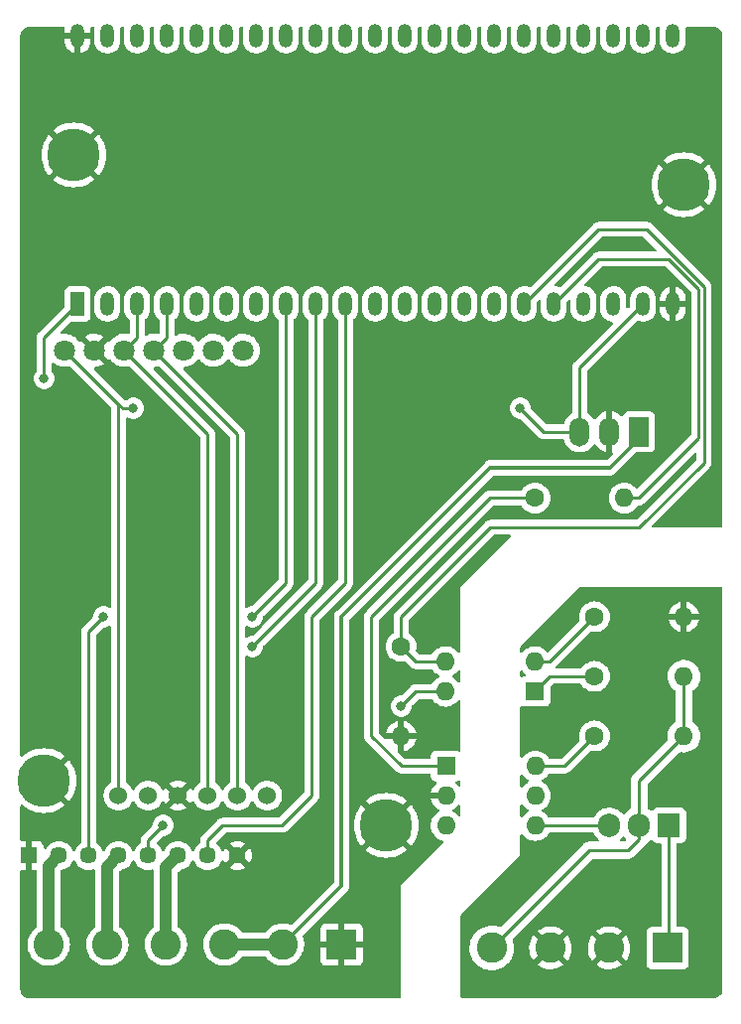
<source format=gbr>
%TF.GenerationSoftware,KiCad,Pcbnew,6.0.11+dfsg-1*%
%TF.CreationDate,2023-04-08T00:57:23+02:00*%
%TF.ProjectId,LampeV1,4c616d70-6556-4312-9e6b-696361645f70,rev?*%
%TF.SameCoordinates,Original*%
%TF.FileFunction,Copper,L1,Top*%
%TF.FilePolarity,Positive*%
%FSLAX46Y46*%
G04 Gerber Fmt 4.6, Leading zero omitted, Abs format (unit mm)*
G04 Created by KiCad (PCBNEW 6.0.11+dfsg-1) date 2023-04-08 00:57:23*
%MOMM*%
%LPD*%
G01*
G04 APERTURE LIST*
%TA.AperFunction,ConnectorPad*%
%ADD10C,4.500000*%
%TD*%
%TA.AperFunction,ComponentPad*%
%ADD11C,3.100000*%
%TD*%
%TA.AperFunction,ComponentPad*%
%ADD12C,2.600000*%
%TD*%
%TA.AperFunction,ComponentPad*%
%ADD13R,2.600000X2.600000*%
%TD*%
%TA.AperFunction,ComponentPad*%
%ADD14C,1.600000*%
%TD*%
%TA.AperFunction,ComponentPad*%
%ADD15O,1.600000X1.600000*%
%TD*%
%TA.AperFunction,ComponentPad*%
%ADD16C,1.800000*%
%TD*%
%TA.AperFunction,ComponentPad*%
%ADD17C,1.524000*%
%TD*%
%TA.AperFunction,ComponentPad*%
%ADD18R,1.700000X2.500000*%
%TD*%
%TA.AperFunction,ComponentPad*%
%ADD19O,1.700000X2.500000*%
%TD*%
%TA.AperFunction,ComponentPad*%
%ADD20R,1.450000X1.450000*%
%TD*%
%TA.AperFunction,ComponentPad*%
%ADD21C,1.450000*%
%TD*%
%TA.AperFunction,ComponentPad*%
%ADD22R,1.600000X1.600000*%
%TD*%
%TA.AperFunction,ComponentPad*%
%ADD23R,1.200000X2.000000*%
%TD*%
%TA.AperFunction,ComponentPad*%
%ADD24O,1.200000X2.000000*%
%TD*%
%TA.AperFunction,ComponentPad*%
%ADD25R,1.905000X2.000000*%
%TD*%
%TA.AperFunction,ComponentPad*%
%ADD26O,1.905000X2.000000*%
%TD*%
%TA.AperFunction,ViaPad*%
%ADD27C,0.800000*%
%TD*%
%TA.AperFunction,Conductor*%
%ADD28C,0.250000*%
%TD*%
%TA.AperFunction,Conductor*%
%ADD29C,1.000000*%
%TD*%
%TA.AperFunction,Conductor*%
%ADD30C,0.300000*%
%TD*%
G04 APERTURE END LIST*
D10*
%TO.P,H4,1,1*%
%TO.N,GND*%
X110490000Y-104140000D03*
D11*
X110490000Y-104140000D03*
%TD*%
D10*
%TO.P,H3,1,1*%
%TO.N,GND*%
X81280000Y-100330000D03*
D11*
X81280000Y-100330000D03*
%TD*%
D10*
%TO.P,H2,1,1*%
%TO.N,GND*%
X135890000Y-49530000D03*
D11*
X135890000Y-49530000D03*
%TD*%
D10*
%TO.P,H1,1,1*%
%TO.N,GND*%
X83820000Y-46990000D03*
D11*
X83820000Y-46990000D03*
%TD*%
D12*
%TO.P,J1,6,Pin_6*%
%TO.N,Net-(J1-Pad6)*%
X81680000Y-114300000D03*
%TO.P,J1,5,Pin_5*%
%TO.N,Net-(J1-Pad5)*%
X86680000Y-114300000D03*
%TO.P,J1,4,Pin_4*%
%TO.N,Net-(J1-Pad4)*%
X91680000Y-114300000D03*
%TO.P,J1,3,Pin_3*%
%TO.N,Net-(J1-Pad2)*%
X96680000Y-114300000D03*
%TO.P,J1,2,Pin_2*%
X101680000Y-114300000D03*
D13*
%TO.P,J1,1,Pin_1*%
%TO.N,GND*%
X106680000Y-114300000D03*
%TD*%
D14*
%TO.P,R8,1*%
%TO.N,Net-(R8-Pad1)*%
X123190000Y-76240000D03*
D15*
%TO.P,R8,2*%
%TO.N,Net-(R8-Pad2)*%
X130810000Y-76240000D03*
%TD*%
D14*
%TO.P,R7,1*%
%TO.N,Net-(R7-Pad1)*%
X111760000Y-88900000D03*
D15*
%TO.P,R7,2*%
%TO.N,GND*%
X111760000Y-96520000D03*
%TD*%
D16*
%TO.P,J4,1,Pin_1*%
%TO.N,+5V*%
X83047500Y-63647500D03*
%TO.P,J4,2,Pin_2*%
%TO.N,GND*%
X85587500Y-63647500D03*
%TO.P,J4,3,Pin_3*%
%TO.N,/scl*%
X88127500Y-63647500D03*
%TO.P,J4,4,Pin_4*%
%TO.N,/sda*%
X90667500Y-63637500D03*
%TO.P,J4,5,Pin_5*%
%TO.N,unconnected-(J4-Pad5)*%
X93207500Y-63647500D03*
%TO.P,J4,6,Pin_6*%
%TO.N,unconnected-(J4-Pad6)*%
X95747500Y-63647500D03*
%TO.P,J4,7,Pin_7*%
%TO.N,unconnected-(J4-Pad7)*%
X98287500Y-63647500D03*
%TD*%
D17*
%TO.P,J3,1,Pin_1*%
%TO.N,+5V*%
X87630000Y-101600000D03*
%TO.P,J3,2,Pin_2*%
%TO.N,unconnected-(J3-Pad2)*%
X90170000Y-101600000D03*
%TO.P,J3,3,Pin_3*%
%TO.N,GND*%
X92710000Y-101600000D03*
%TO.P,J3,4,Pin_4*%
%TO.N,/scl*%
X95250000Y-101600000D03*
%TO.P,J3,5,Pin_5*%
%TO.N,/sda*%
X97790000Y-101600000D03*
%TO.P,J3,6,Pin_6*%
%TO.N,unconnected-(J3-Pad6)*%
X100330000Y-101600000D03*
%TD*%
D18*
%TO.P,U5,1,IN*%
%TO.N,Net-(J1-Pad2)*%
X132080000Y-70580000D03*
D19*
%TO.P,U5,2,GND*%
%TO.N,GND*%
X129540000Y-70580000D03*
%TO.P,U5,3,OUT*%
%TO.N,+5V*%
X127000000Y-70580000D03*
%TD*%
D20*
%TO.P,U2,1,GND*%
%TO.N,GND*%
X80010000Y-106710000D03*
D21*
%TO.P,U2,2,B1*%
%TO.N,Net-(J1-Pad6)*%
X82550000Y-106710000D03*
%TO.P,U2,3,C1*%
%TO.N,Net-(U1-Pad8)*%
X85090000Y-106710000D03*
%TO.P,U2,4,B2*%
%TO.N,Net-(J1-Pad5)*%
X87630000Y-106710000D03*
%TO.P,U2,5,C2*%
%TO.N,Net-(U1-Pad9)*%
X90170000Y-106710000D03*
%TO.P,U2,6,B3*%
%TO.N,Net-(J1-Pad4)*%
X92710000Y-106710000D03*
%TO.P,U2,7,C3*%
%TO.N,Net-(U1-Pad10)*%
X95250000Y-106710000D03*
%TO.P,U2,8,GND*%
%TO.N,GND*%
X97790000Y-106710000D03*
%TD*%
D22*
%TO.P,U4,1*%
%TO.N,Net-(R8-Pad1)*%
X115590000Y-99075000D03*
D15*
%TO.P,U4,2*%
%TO.N,GND*%
X115590000Y-101615000D03*
%TO.P,U4,3,NC*%
%TO.N,unconnected-(U4-Pad3)*%
X115590000Y-104155000D03*
%TO.P,U4,4*%
%TO.N,Net-(Q7-Pad3)*%
X123210000Y-104155000D03*
%TO.P,U4,5,NC*%
%TO.N,unconnected-(U4-Pad5)*%
X123210000Y-101615000D03*
%TO.P,U4,6*%
%TO.N,Net-(R9-Pad1)*%
X123210000Y-99075000D03*
%TD*%
D23*
%TO.P,U1,1,3V3*%
%TO.N,+3V3*%
X84152920Y-59688161D03*
D24*
%TO.P,U1,2,GPIO0/BOOT*%
%TO.N,unconnected-(U1-Pad2)*%
X86692920Y-59688161D03*
%TO.P,U1,3,GPIO1/TOUCH1/ADC1_CH0*%
%TO.N,/scl*%
X89232920Y-59688161D03*
%TO.P,U1,4,GPIO2/TOUCH2/ADC1_CH1*%
%TO.N,/sda*%
X91772920Y-59688161D03*
%TO.P,U1,5,GPIO3/TOUCH3/ADC1_CH2*%
%TO.N,unconnected-(U1-Pad5)*%
X94312920Y-59688161D03*
%TO.P,U1,6,GPIO4/TOUCH4/ADC1_CH3*%
%TO.N,unconnected-(U1-Pad6)*%
X96852920Y-59688161D03*
%TO.P,U1,7,GPIO5/TOUCH5/ADC1_CH4*%
%TO.N,unconnected-(U1-Pad7)*%
X99392920Y-59688161D03*
%TO.P,U1,8,GPIO6/TOUCH6/ADC1_CH5*%
%TO.N,Net-(U1-Pad8)*%
X101932920Y-59688161D03*
%TO.P,U1,9,GPIO7/TOUCH7/ADC1_CH6*%
%TO.N,Net-(U1-Pad9)*%
X104472920Y-59688161D03*
%TO.P,U1,10,GPIO8/TOUCH8/ADC1_CH7*%
%TO.N,Net-(U1-Pad10)*%
X107012920Y-59688161D03*
%TO.P,U1,11,GPIO9/TOUCH9/ADC1_CH8/FSPIHD*%
%TO.N,unconnected-(U1-Pad11)*%
X109552920Y-59688161D03*
%TO.P,U1,12,GPIO10/TOUCH10/ADC1_CH9/FSPICS0/FSPIIO4*%
%TO.N,unconnected-(U1-Pad12)*%
X112092920Y-59688161D03*
%TO.P,U1,13,GPIO11/TOUCH11/ADC2_CH0/FSPID/FSPIIO5*%
%TO.N,unconnected-(U1-Pad13)*%
X114632920Y-59688161D03*
%TO.P,U1,14,GPIO12/TOUCH12/ADC2_CH1/FSPICLK/FSPIIO6*%
%TO.N,unconnected-(U1-Pad14)*%
X117172920Y-59688161D03*
%TO.P,U1,15,GPIO13/TOUCH13/ADC2_CH2/FSPIQ/FSPIIO7*%
%TO.N,unconnected-(U1-Pad15)*%
X119712920Y-59688161D03*
%TO.P,U1,16,GPIO14/TOUCH14/ADC2_CH3/FSPIWP/FSPIDQS*%
%TO.N,Net-(R7-Pad1)*%
X122252920Y-59688161D03*
%TO.P,U1,17,GPIO15/U0RTS/ADC2_CH4/XTAL_32K_P*%
%TO.N,Net-(R8-Pad2)*%
X124792920Y-59688161D03*
%TO.P,U1,18,GPIO16/U0CTS/ADC2_CH5/XTAL_32K_N*%
%TO.N,unconnected-(U1-Pad18)*%
X127332920Y-59688161D03*
%TO.P,U1,19,GPIO17/U1TXD/ADC2_CH6/DAC_1*%
%TO.N,unconnected-(U1-Pad19)*%
X129872920Y-59688161D03*
%TO.P,U1,20,5V0*%
%TO.N,+5V*%
X132410200Y-59691841D03*
%TO.P,U1,21,GND*%
%TO.N,GND*%
X134950200Y-59691841D03*
%TO.P,U1,22,GPIO18/U1RXD/ADC2_CH7/DAC_2/CLK_OUT3/RGB_LED*%
%TO.N,unconnected-(U1-Pad22)*%
X134950200Y-36831841D03*
%TO.P,U1,23,GPIO19/U1RTS/ADC2_CH8/CLK_OUT2/USB_D-*%
%TO.N,unconnected-(U1-Pad23)*%
X132410200Y-36828161D03*
%TO.P,U1,24,GPIO20/U1CTS/ADC2_CH9/CLK_OUT1/USB_D+*%
%TO.N,unconnected-(U1-Pad24)*%
X129870200Y-36828161D03*
%TO.P,U1,25,GPIO21*%
%TO.N,unconnected-(U1-Pad25)*%
X127330200Y-36828161D03*
%TO.P,U1,26,GPIO26*%
%TO.N,unconnected-(U1-Pad26)*%
X124790200Y-36828161D03*
%TO.P,U1,27,GPIO33*%
%TO.N,unconnected-(U1-Pad27)*%
X122250200Y-36828161D03*
%TO.P,U1,28,GPIO34*%
%TO.N,unconnected-(U1-Pad28)*%
X119710200Y-36828161D03*
%TO.P,U1,29,GPIO35*%
%TO.N,unconnected-(U1-Pad29)*%
X117170200Y-36828161D03*
%TO.P,U1,30,GPIO36*%
%TO.N,unconnected-(U1-Pad30)*%
X114630200Y-36828161D03*
%TO.P,U1,31,GPIO37*%
%TO.N,unconnected-(U1-Pad31)*%
X112090200Y-36828161D03*
%TO.P,U1,32,GPIO38*%
%TO.N,unconnected-(U1-Pad32)*%
X109550200Y-36828161D03*
%TO.P,U1,33,MTCK/JTAG/GPIO39*%
%TO.N,unconnected-(U1-Pad33)*%
X107010200Y-36828161D03*
%TO.P,U1,34,MTDO/JTAG/GPIO40*%
%TO.N,unconnected-(U1-Pad34)*%
X104470200Y-36828161D03*
%TO.P,U1,35,MTDI/JTAG/GPIO41*%
%TO.N,unconnected-(U1-Pad35)*%
X101930200Y-36828161D03*
%TO.P,U1,36,MTMS/JTAG/GPIO42*%
%TO.N,unconnected-(U1-Pad36)*%
X99390200Y-36828161D03*
%TO.P,U1,37,U0TXD/GPIO43/CLK_OUT1*%
%TO.N,unconnected-(U1-Pad37)*%
X96850200Y-36828161D03*
%TO.P,U1,38,U0RXD/GPIO44/CLK_OUT2*%
%TO.N,unconnected-(U1-Pad38)*%
X94310200Y-36828161D03*
%TO.P,U1,39,GPIO45/VSPI*%
%TO.N,unconnected-(U1-Pad39)*%
X91770200Y-36828161D03*
%TO.P,U1,40,GPIO46/LOG*%
%TO.N,unconnected-(U1-Pad40)*%
X89230200Y-36828161D03*
%TO.P,U1,41,~{RST}*%
%TO.N,unconnected-(U1-Pad41)*%
X86690200Y-36828161D03*
%TO.P,U1,42,GND*%
%TO.N,GND*%
X84150200Y-36828161D03*
%TD*%
D22*
%TO.P,U3,1*%
%TO.N,Net-(R11-Pad1)*%
X123180000Y-92715000D03*
D15*
%TO.P,U3,2*%
%TO.N,Net-(R10-Pad1)*%
X123180000Y-90175000D03*
%TO.P,U3,3*%
%TO.N,Net-(R7-Pad1)*%
X115560000Y-90175000D03*
%TO.P,U3,4*%
%TO.N,+3V3*%
X115560000Y-92715000D03*
%TD*%
D14*
%TO.P,R9,1*%
%TO.N,Net-(R9-Pad1)*%
X128270000Y-96520000D03*
D15*
%TO.P,R9,2*%
%TO.N,AC*%
X135890000Y-96520000D03*
%TD*%
D25*
%TO.P,Q7,1,A1*%
%TO.N,Net-(J2-Pad1)*%
X134620000Y-104140000D03*
D26*
%TO.P,Q7,2,A2*%
%TO.N,AC*%
X132080000Y-104140000D03*
%TO.P,Q7,3,G*%
%TO.N,Net-(Q7-Pad3)*%
X129540000Y-104140000D03*
%TD*%
D14*
%TO.P,R10,1*%
%TO.N,Net-(R10-Pad1)*%
X128270000Y-86360000D03*
D15*
%TO.P,R10,2*%
%TO.N,GNDA*%
X135890000Y-86360000D03*
%TD*%
D14*
%TO.P,R11,1*%
%TO.N,Net-(R11-Pad1)*%
X128270000Y-91440000D03*
D15*
%TO.P,R11,2*%
%TO.N,AC*%
X135890000Y-91440000D03*
%TD*%
D13*
%TO.P,J2,1,Pin_1*%
%TO.N,Net-(J2-Pad1)*%
X134500000Y-114580000D03*
D12*
%TO.P,J2,2,Pin_2*%
%TO.N,GNDA*%
X129500000Y-114580000D03*
%TO.P,J2,3,Pin_3*%
X124500000Y-114580000D03*
%TO.P,J2,4,Pin_4*%
%TO.N,AC*%
X119500000Y-114580000D03*
%TD*%
D27*
%TO.N,+5V*%
X88900000Y-68580000D03*
X121920000Y-68580000D03*
%TO.N,+3V3*%
X111760000Y-93980000D03*
X81280000Y-66040000D03*
%TO.N,Net-(U1-Pad8)*%
X86360000Y-86360000D03*
X99060000Y-86360000D03*
%TO.N,Net-(U1-Pad9)*%
X91440000Y-104140000D03*
X99060000Y-88900000D03*
%TD*%
D28*
%TO.N,Net-(J1-Pad2)*%
X129540000Y-73660000D02*
X132080000Y-71120000D01*
X132080000Y-71120000D02*
X132080000Y-70580000D01*
D29*
%TO.N,Net-(J1-Pad4)*%
X91680000Y-107740000D02*
X92710000Y-106710000D01*
X91680000Y-114300000D02*
X91680000Y-107740000D01*
%TO.N,Net-(J1-Pad5)*%
X86680000Y-114300000D02*
X86680000Y-107660000D01*
X86680000Y-107660000D02*
X87630000Y-106710000D01*
%TO.N,Net-(J1-Pad6)*%
X81680000Y-107580000D02*
X82550000Y-106710000D01*
X81680000Y-114300000D02*
X81680000Y-107580000D01*
D28*
%TO.N,AC*%
X127815000Y-106265000D02*
X131110000Y-106265000D01*
X135890000Y-91440000D02*
X135890000Y-96520000D01*
X131110000Y-106265000D02*
X132080000Y-105295000D01*
X119500000Y-114580000D02*
X127815000Y-106265000D01*
X132080000Y-100330000D02*
X132080000Y-104140000D01*
X135890000Y-96520000D02*
X132080000Y-100330000D01*
X132080000Y-105295000D02*
X132080000Y-104140000D01*
%TO.N,+5V*%
X127000000Y-70580000D02*
X127000000Y-65102041D01*
X83047500Y-63647500D02*
X87630000Y-68230000D01*
X127000000Y-65102041D02*
X132410200Y-59691841D01*
X127000000Y-70580000D02*
X123920000Y-70580000D01*
X87980000Y-68580000D02*
X87630000Y-68230000D01*
X123920000Y-70580000D02*
X121920000Y-68580000D01*
X88900000Y-68580000D02*
X87980000Y-68580000D01*
X87630000Y-68230000D02*
X87630000Y-101600000D01*
D30*
%TO.N,Net-(J1-Pad2)*%
X106680000Y-109300000D02*
X101680000Y-114300000D01*
X106680000Y-86360000D02*
X106680000Y-109300000D01*
X119380000Y-73660000D02*
X106680000Y-86360000D01*
D29*
X96680000Y-114300000D02*
X101680000Y-114300000D01*
D30*
X129540000Y-73660000D02*
X119380000Y-73660000D01*
D28*
%TO.N,Net-(R8-Pad1)*%
X119340000Y-76240000D02*
X123190000Y-76240000D01*
X111775000Y-99075000D02*
X109220000Y-96520000D01*
X115590000Y-99075000D02*
X111775000Y-99075000D01*
X109220000Y-86360000D02*
X119340000Y-76240000D01*
X109220000Y-96520000D02*
X109220000Y-86360000D01*
%TO.N,Net-(R8-Pad2)*%
X137160000Y-58420000D02*
X134620000Y-55880000D01*
X130810000Y-76240000D02*
X132040000Y-76240000D01*
X137160000Y-71120000D02*
X137160000Y-58420000D01*
X132040000Y-76240000D02*
X137160000Y-71120000D01*
X134620000Y-55880000D02*
X128601081Y-55880000D01*
X128601081Y-55880000D02*
X124792920Y-59688161D01*
%TO.N,Net-(R9-Pad1)*%
X125715000Y-99075000D02*
X128270000Y-96520000D01*
X123210000Y-99075000D02*
X125715000Y-99075000D01*
%TO.N,+3V3*%
X84152920Y-59688161D02*
X81280000Y-62561081D01*
X111760000Y-93980000D02*
X113025000Y-92715000D01*
X113025000Y-92715000D02*
X115560000Y-92715000D01*
X81280000Y-62561081D02*
X81280000Y-66040000D01*
%TO.N,/sda*%
X97790000Y-70760000D02*
X90667500Y-63637500D01*
X91772920Y-59688161D02*
X91772920Y-62532080D01*
X91772920Y-62532080D02*
X90667500Y-63637500D01*
X97790000Y-101600000D02*
X97790000Y-70760000D01*
%TO.N,/scl*%
X88127500Y-63647500D02*
X95250000Y-70770000D01*
X89232920Y-59688161D02*
X89232920Y-62542080D01*
X95250000Y-70770000D02*
X95250000Y-101600000D01*
X89232920Y-62542080D02*
X88127500Y-63647500D01*
%TO.N,Net-(Q7-Pad3)*%
X123225000Y-104140000D02*
X123210000Y-104155000D01*
X129540000Y-104140000D02*
X123225000Y-104140000D01*
%TO.N,Net-(U1-Pad8)*%
X101932920Y-83487080D02*
X101932920Y-59688161D01*
X85090000Y-87630000D02*
X86360000Y-86360000D01*
X85090000Y-106710000D02*
X85090000Y-87630000D01*
X99060000Y-86360000D02*
X101932920Y-83487080D01*
%TO.N,Net-(U1-Pad9)*%
X90170000Y-106710000D02*
X90170000Y-105410000D01*
X99060000Y-88900000D02*
X104472920Y-83487080D01*
X90170000Y-105410000D02*
X91440000Y-104140000D01*
X104472920Y-83487080D02*
X104472920Y-59688161D01*
%TO.N,Net-(U1-Pad10)*%
X107012920Y-83487080D02*
X107012920Y-59688161D01*
X95250000Y-105410000D02*
X96520000Y-104140000D01*
X96520000Y-104140000D02*
X101600000Y-104140000D01*
X101600000Y-104140000D02*
X104140000Y-101600000D01*
X95250000Y-106710000D02*
X95250000Y-105410000D01*
X104140000Y-101600000D02*
X104140000Y-86360000D01*
X104140000Y-86360000D02*
X107012920Y-83487080D01*
%TO.N,Net-(R10-Pad1)*%
X124455000Y-90175000D02*
X128270000Y-86360000D01*
X123180000Y-90175000D02*
X124455000Y-90175000D01*
%TO.N,Net-(J2-Pad1)*%
X134620000Y-104140000D02*
X134620000Y-114460000D01*
X134620000Y-114460000D02*
X134500000Y-114580000D01*
%TO.N,Net-(R11-Pad1)*%
X124455000Y-91440000D02*
X123180000Y-92715000D01*
X128270000Y-91440000D02*
X124455000Y-91440000D01*
%TO.N,Net-(R7-Pad1)*%
X113035000Y-90175000D02*
X111760000Y-88900000D01*
X132716396Y-53340000D02*
X128601081Y-53340000D01*
X111760000Y-86360000D02*
X119380000Y-78740000D01*
X115560000Y-90175000D02*
X113035000Y-90175000D01*
X119380000Y-78740000D02*
X132080000Y-78740000D01*
X132080000Y-78740000D02*
X137610000Y-73210000D01*
X137610000Y-58233604D02*
X132716396Y-53340000D01*
X128601081Y-53340000D02*
X122252920Y-59688161D01*
X137610000Y-73210000D02*
X137610000Y-58233604D01*
X111760000Y-88900000D02*
X111760000Y-86360000D01*
%TD*%
%TA.AperFunction,Conductor*%
%TO.N,GNDA*%
G36*
X139133621Y-83840002D02*
G01*
X139180114Y-83893658D01*
X139191500Y-83946000D01*
X139191500Y-118060633D01*
X139190000Y-118080018D01*
X139186309Y-118103724D01*
X139187473Y-118112626D01*
X139187750Y-118114746D01*
X139188207Y-118143431D01*
X139180987Y-118216741D01*
X139178084Y-118246212D01*
X139173267Y-118270432D01*
X139137134Y-118389546D01*
X139127685Y-118412355D01*
X139069013Y-118522124D01*
X139055295Y-118542655D01*
X138976329Y-118638876D01*
X138958876Y-118656329D01*
X138862655Y-118735295D01*
X138842124Y-118749013D01*
X138732355Y-118807685D01*
X138709546Y-118817134D01*
X138590432Y-118853267D01*
X138566211Y-118858084D01*
X138470191Y-118867541D01*
X138454132Y-118867091D01*
X138454123Y-118867800D01*
X138445147Y-118867690D01*
X138436276Y-118866309D01*
X138427374Y-118867473D01*
X138427372Y-118867473D01*
X138414856Y-118869110D01*
X138404714Y-118870436D01*
X138388379Y-118871500D01*
X116966000Y-118871500D01*
X116897879Y-118851498D01*
X116851386Y-118797842D01*
X116840000Y-118745500D01*
X116840000Y-111812190D01*
X116860002Y-111744069D01*
X116876905Y-111723095D01*
X121920000Y-106680000D01*
X121920000Y-104993610D01*
X121940002Y-104925489D01*
X121993658Y-104878996D01*
X122063932Y-104868892D01*
X122128512Y-104898386D01*
X122149213Y-104921339D01*
X122199818Y-104993610D01*
X122203802Y-104999300D01*
X122365700Y-105161198D01*
X122370208Y-105164355D01*
X122370211Y-105164357D01*
X122404168Y-105188134D01*
X122553251Y-105292523D01*
X122558233Y-105294846D01*
X122558238Y-105294849D01*
X122755226Y-105386705D01*
X122760757Y-105389284D01*
X122766065Y-105390706D01*
X122766067Y-105390707D01*
X122976598Y-105447119D01*
X122976600Y-105447119D01*
X122981913Y-105448543D01*
X123210000Y-105468498D01*
X123438087Y-105448543D01*
X123443400Y-105447119D01*
X123443402Y-105447119D01*
X123653933Y-105390707D01*
X123653935Y-105390706D01*
X123659243Y-105389284D01*
X123664774Y-105386705D01*
X123861762Y-105294849D01*
X123861767Y-105294846D01*
X123866749Y-105292523D01*
X124015832Y-105188134D01*
X124049789Y-105164357D01*
X124049792Y-105164355D01*
X124054300Y-105161198D01*
X124216198Y-104999300D01*
X124220183Y-104993610D01*
X124336684Y-104827229D01*
X124392141Y-104782901D01*
X124439897Y-104773500D01*
X128118972Y-104773500D01*
X128187093Y-104793502D01*
X128234522Y-104849259D01*
X128245941Y-104875522D01*
X128245944Y-104875527D01*
X128248003Y-104880263D01*
X128378498Y-105081977D01*
X128540186Y-105259670D01*
X128544237Y-105262869D01*
X128544241Y-105262873D01*
X128609762Y-105314618D01*
X128650825Y-105372535D01*
X128654057Y-105443458D01*
X128618432Y-105504870D01*
X128555260Y-105537272D01*
X128531670Y-105539500D01*
X127879564Y-105539500D01*
X127860614Y-105538067D01*
X127847727Y-105536106D01*
X127847721Y-105536106D01*
X127840492Y-105535006D01*
X127833200Y-105535599D01*
X127833197Y-105535599D01*
X127790340Y-105539085D01*
X127780126Y-105539500D01*
X127772637Y-105539500D01*
X127769004Y-105539924D01*
X127768997Y-105539924D01*
X127745748Y-105542635D01*
X127741370Y-105543068D01*
X127679173Y-105548126D01*
X127679170Y-105548127D01*
X127671873Y-105548720D01*
X127664904Y-105550978D01*
X127659563Y-105552045D01*
X127654235Y-105553304D01*
X127646963Y-105554152D01*
X127640088Y-105556648D01*
X127640086Y-105556648D01*
X127581426Y-105577941D01*
X127577266Y-105579369D01*
X127517892Y-105598603D01*
X127517888Y-105598605D01*
X127510933Y-105600858D01*
X127504681Y-105604651D01*
X127499711Y-105606927D01*
X127494813Y-105609380D01*
X127487939Y-105611875D01*
X127481825Y-105615883D01*
X127481818Y-105615887D01*
X127429619Y-105650111D01*
X127425899Y-105652458D01*
X127371103Y-105685708D01*
X127371097Y-105685712D01*
X127366302Y-105688622D01*
X127362099Y-105692334D01*
X127362095Y-105692337D01*
X127358288Y-105695700D01*
X127358275Y-105695685D01*
X127354845Y-105698727D01*
X127352582Y-105700619D01*
X127346460Y-105704633D01*
X127341427Y-105709946D01*
X127295568Y-105758356D01*
X127293190Y-105760798D01*
X120287624Y-112766364D01*
X120225312Y-112800390D01*
X120153068Y-112794782D01*
X120064400Y-112760480D01*
X120064399Y-112760480D01*
X120060251Y-112758875D01*
X120055926Y-112757872D01*
X120055921Y-112757871D01*
X119865012Y-112713621D01*
X119798063Y-112698103D01*
X119529928Y-112674880D01*
X119525493Y-112675124D01*
X119525489Y-112675124D01*
X119416324Y-112681132D01*
X119261196Y-112689669D01*
X119256833Y-112690537D01*
X119256832Y-112690537D01*
X119001596Y-112741307D01*
X119001594Y-112741308D01*
X118997228Y-112742176D01*
X118743292Y-112831352D01*
X118504455Y-112955418D01*
X118500840Y-112958001D01*
X118500834Y-112958005D01*
X118395477Y-113033295D01*
X118285481Y-113111899D01*
X118282254Y-113114977D01*
X118282252Y-113114979D01*
X118156141Y-113235283D01*
X118090740Y-113297672D01*
X117924118Y-113509032D01*
X117888588Y-113570202D01*
X117791173Y-113737913D01*
X117791170Y-113737919D01*
X117788939Y-113741760D01*
X117687900Y-113991213D01*
X117686829Y-113995526D01*
X117686827Y-113995531D01*
X117641741Y-114177038D01*
X117623017Y-114252414D01*
X117595585Y-114520151D01*
X117595760Y-114524602D01*
X117602763Y-114702820D01*
X117606152Y-114789083D01*
X117654505Y-115053843D01*
X117739682Y-115309148D01*
X117741674Y-115313135D01*
X117741675Y-115313137D01*
X117805497Y-115440864D01*
X117859981Y-115549905D01*
X118013003Y-115771309D01*
X118016025Y-115774578D01*
X118192679Y-115965682D01*
X118192684Y-115965687D01*
X118195695Y-115968944D01*
X118404411Y-116138866D01*
X118408229Y-116141165D01*
X118408231Y-116141166D01*
X118579430Y-116244236D01*
X118634987Y-116277684D01*
X118639082Y-116279418D01*
X118639084Y-116279419D01*
X118878721Y-116380892D01*
X118878728Y-116380894D01*
X118882822Y-116382628D01*
X118916121Y-116391457D01*
X119138675Y-116450467D01*
X119138680Y-116450468D01*
X119142972Y-116451606D01*
X119147381Y-116452128D01*
X119147387Y-116452129D01*
X119296289Y-116469752D01*
X119410245Y-116483240D01*
X119679310Y-116476899D01*
X119683708Y-116476167D01*
X119940406Y-116433441D01*
X119940410Y-116433440D01*
X119944796Y-116432710D01*
X119949037Y-116431369D01*
X119949040Y-116431368D01*
X120197162Y-116352897D01*
X120197164Y-116352896D01*
X120201408Y-116351554D01*
X120205419Y-116349628D01*
X120205424Y-116349626D01*
X120440006Y-116236981D01*
X120440007Y-116236980D01*
X120444025Y-116235051D01*
X120447731Y-116232575D01*
X120664098Y-116088004D01*
X120664102Y-116088001D01*
X120667806Y-116085526D01*
X120671123Y-116082555D01*
X120671127Y-116082552D01*
X120735487Y-116024906D01*
X123419839Y-116024906D01*
X123428553Y-116036427D01*
X123535452Y-116114809D01*
X123543351Y-116119745D01*
X123772905Y-116240519D01*
X123781454Y-116244236D01*
X124026327Y-116329749D01*
X124035336Y-116332163D01*
X124290166Y-116380544D01*
X124299423Y-116381598D01*
X124558607Y-116391783D01*
X124567921Y-116391457D01*
X124825753Y-116363220D01*
X124834930Y-116361519D01*
X125085758Y-116295481D01*
X125094574Y-116292445D01*
X125332880Y-116190062D01*
X125341167Y-116185748D01*
X125561718Y-116049266D01*
X125569268Y-116043780D01*
X125574559Y-116039301D01*
X125582997Y-116026497D01*
X125582065Y-116024906D01*
X128419839Y-116024906D01*
X128428553Y-116036427D01*
X128535452Y-116114809D01*
X128543351Y-116119745D01*
X128772905Y-116240519D01*
X128781454Y-116244236D01*
X129026327Y-116329749D01*
X129035336Y-116332163D01*
X129290166Y-116380544D01*
X129299423Y-116381598D01*
X129558607Y-116391783D01*
X129567921Y-116391457D01*
X129825753Y-116363220D01*
X129834930Y-116361519D01*
X130085758Y-116295481D01*
X130094574Y-116292445D01*
X130332880Y-116190062D01*
X130341167Y-116185748D01*
X130561718Y-116049266D01*
X130569268Y-116043780D01*
X130574559Y-116039301D01*
X130582997Y-116026497D01*
X130576935Y-116016145D01*
X129512812Y-114952022D01*
X129498868Y-114944408D01*
X129497035Y-114944539D01*
X129490420Y-114948790D01*
X128426497Y-116012713D01*
X128419839Y-116024906D01*
X125582065Y-116024906D01*
X125576935Y-116016145D01*
X124512812Y-114952022D01*
X124498868Y-114944408D01*
X124497035Y-114944539D01*
X124490420Y-114948790D01*
X123426497Y-116012713D01*
X123419839Y-116024906D01*
X120735487Y-116024906D01*
X120864970Y-115908931D01*
X120868286Y-115905961D01*
X120881180Y-115890622D01*
X121038601Y-115703348D01*
X121038606Y-115703342D01*
X121041465Y-115699940D01*
X121183887Y-115471572D01*
X121292712Y-115225416D01*
X121365767Y-114966382D01*
X121387370Y-114805543D01*
X121401168Y-114702820D01*
X121401169Y-114702812D01*
X121401595Y-114699638D01*
X121401696Y-114696427D01*
X121405254Y-114583222D01*
X121405254Y-114583217D01*
X121405355Y-114580000D01*
X121402325Y-114537211D01*
X122687775Y-114537211D01*
X122700220Y-114796288D01*
X122701356Y-114805543D01*
X122751961Y-115059945D01*
X122754449Y-115068917D01*
X122842095Y-115313033D01*
X122845895Y-115321568D01*
X122968658Y-115550042D01*
X122973666Y-115557904D01*
X123043720Y-115651716D01*
X123054979Y-115660165D01*
X123067397Y-115653393D01*
X124127978Y-114592812D01*
X124134356Y-114581132D01*
X124864408Y-114581132D01*
X124864539Y-114582965D01*
X124868790Y-114589580D01*
X125936094Y-115656884D01*
X125948474Y-115663644D01*
X125956815Y-115657400D01*
X126090832Y-115449048D01*
X126095275Y-115440864D01*
X126201807Y-115204370D01*
X126204997Y-115195605D01*
X126275402Y-114945972D01*
X126277262Y-114936830D01*
X126310187Y-114678019D01*
X126310668Y-114671733D01*
X126312987Y-114583160D01*
X126312836Y-114576851D01*
X126309890Y-114537211D01*
X127687775Y-114537211D01*
X127700220Y-114796288D01*
X127701356Y-114805543D01*
X127751961Y-115059945D01*
X127754449Y-115068917D01*
X127842095Y-115313033D01*
X127845895Y-115321568D01*
X127968658Y-115550042D01*
X127973666Y-115557904D01*
X128043720Y-115651716D01*
X128054979Y-115660165D01*
X128067397Y-115653393D01*
X129127978Y-114592812D01*
X129134356Y-114581132D01*
X129864408Y-114581132D01*
X129864539Y-114582965D01*
X129868790Y-114589580D01*
X130936094Y-115656884D01*
X130948474Y-115663644D01*
X130956815Y-115657400D01*
X131090832Y-115449048D01*
X131095275Y-115440864D01*
X131201807Y-115204370D01*
X131204997Y-115195605D01*
X131275402Y-114945972D01*
X131277262Y-114936830D01*
X131310187Y-114678019D01*
X131310668Y-114671733D01*
X131312987Y-114583160D01*
X131312836Y-114576851D01*
X131293501Y-114316663D01*
X131292125Y-114307457D01*
X131234878Y-114054467D01*
X131232154Y-114045556D01*
X131138143Y-113803806D01*
X131134132Y-113795397D01*
X131005422Y-113570202D01*
X131000211Y-113562476D01*
X130956996Y-113507658D01*
X130945071Y-113499187D01*
X130933537Y-113505673D01*
X129872022Y-114567188D01*
X129864408Y-114581132D01*
X129134356Y-114581132D01*
X129135592Y-114578868D01*
X129135461Y-114577035D01*
X129131210Y-114570420D01*
X128065816Y-113505026D01*
X128052507Y-113497758D01*
X128042472Y-113504878D01*
X128026937Y-113523556D01*
X128021531Y-113531135D01*
X127886965Y-113752891D01*
X127882736Y-113761192D01*
X127782432Y-114000389D01*
X127779471Y-114009239D01*
X127715628Y-114260625D01*
X127714006Y-114269822D01*
X127688020Y-114527885D01*
X127687775Y-114537211D01*
X126309890Y-114537211D01*
X126293501Y-114316663D01*
X126292125Y-114307457D01*
X126234878Y-114054467D01*
X126232154Y-114045556D01*
X126138143Y-113803806D01*
X126134132Y-113795397D01*
X126005422Y-113570202D01*
X126000211Y-113562476D01*
X125956996Y-113507658D01*
X125945071Y-113499187D01*
X125933537Y-113505673D01*
X124872022Y-114567188D01*
X124864408Y-114581132D01*
X124134356Y-114581132D01*
X124135592Y-114578868D01*
X124135461Y-114577035D01*
X124131210Y-114570420D01*
X123065816Y-113505026D01*
X123052507Y-113497758D01*
X123042472Y-113504878D01*
X123026937Y-113523556D01*
X123021531Y-113531135D01*
X122886965Y-113752891D01*
X122882736Y-113761192D01*
X122782432Y-114000389D01*
X122779471Y-114009239D01*
X122715628Y-114260625D01*
X122714006Y-114269822D01*
X122688020Y-114527885D01*
X122687775Y-114537211D01*
X121402325Y-114537211D01*
X121386347Y-114311533D01*
X121329700Y-114048423D01*
X121315245Y-114009239D01*
X121284284Y-113925317D01*
X121279472Y-113854483D01*
X121313401Y-113792611D01*
X121973323Y-113132689D01*
X123417102Y-113132689D01*
X123421675Y-113142465D01*
X124487188Y-114207978D01*
X124501132Y-114215592D01*
X124502965Y-114215461D01*
X124509580Y-114211210D01*
X125574349Y-113146441D01*
X125580733Y-113134751D01*
X125579130Y-113132689D01*
X128417102Y-113132689D01*
X128421675Y-113142465D01*
X129487188Y-114207978D01*
X129501132Y-114215592D01*
X129502965Y-114215461D01*
X129509580Y-114211210D01*
X130574349Y-113146441D01*
X130580733Y-113134751D01*
X130571321Y-113122641D01*
X130424045Y-113020471D01*
X130416010Y-113015738D01*
X130183376Y-112901016D01*
X130174743Y-112897528D01*
X129927703Y-112818450D01*
X129918643Y-112816274D01*
X129662630Y-112774580D01*
X129653343Y-112773768D01*
X129393992Y-112770373D01*
X129384681Y-112770943D01*
X129127682Y-112805919D01*
X129118546Y-112807860D01*
X128869543Y-112880439D01*
X128860800Y-112883707D01*
X128625252Y-112992296D01*
X128617097Y-112996816D01*
X128426240Y-113121947D01*
X128417102Y-113132689D01*
X125579130Y-113132689D01*
X125571321Y-113122641D01*
X125424045Y-113020471D01*
X125416010Y-113015738D01*
X125183376Y-112901016D01*
X125174743Y-112897528D01*
X124927703Y-112818450D01*
X124918643Y-112816274D01*
X124662630Y-112774580D01*
X124653343Y-112773768D01*
X124393992Y-112770373D01*
X124384681Y-112770943D01*
X124127682Y-112805919D01*
X124118546Y-112807860D01*
X123869543Y-112880439D01*
X123860800Y-112883707D01*
X123625252Y-112992296D01*
X123617097Y-112996816D01*
X123426240Y-113121947D01*
X123417102Y-113132689D01*
X121973323Y-113132689D01*
X128078607Y-107027405D01*
X128140919Y-106993379D01*
X128167702Y-106990500D01*
X131045436Y-106990500D01*
X131064386Y-106991933D01*
X131077273Y-106993894D01*
X131077279Y-106993894D01*
X131084508Y-106994994D01*
X131091800Y-106994401D01*
X131091803Y-106994401D01*
X131134657Y-106990915D01*
X131144872Y-106990500D01*
X131152363Y-106990500D01*
X131155998Y-106990076D01*
X131156001Y-106990076D01*
X131172862Y-106988110D01*
X131179270Y-106987363D01*
X131183641Y-106986930D01*
X131193826Y-106986102D01*
X131245828Y-106981873D01*
X131245831Y-106981872D01*
X131253127Y-106981279D01*
X131260095Y-106979022D01*
X131265479Y-106977946D01*
X131270769Y-106976696D01*
X131278037Y-106975848D01*
X131284911Y-106973353D01*
X131284919Y-106973351D01*
X131343592Y-106952053D01*
X131347754Y-106950624D01*
X131407103Y-106931398D01*
X131414067Y-106929142D01*
X131420324Y-106925345D01*
X131425292Y-106923071D01*
X131430184Y-106920621D01*
X131437061Y-106918125D01*
X131443175Y-106914117D01*
X131443182Y-106914113D01*
X131495381Y-106879889D01*
X131499101Y-106877542D01*
X131553897Y-106844292D01*
X131553903Y-106844288D01*
X131558698Y-106841378D01*
X131562901Y-106837666D01*
X131562905Y-106837663D01*
X131566712Y-106834300D01*
X131566725Y-106834315D01*
X131570155Y-106831273D01*
X131572418Y-106829381D01*
X131578540Y-106825367D01*
X131629432Y-106771644D01*
X131631810Y-106769202D01*
X132547353Y-105853659D01*
X132561766Y-105841272D01*
X132578158Y-105829209D01*
X132610744Y-105790853D01*
X132617674Y-105783338D01*
X132622961Y-105778051D01*
X132639773Y-105756802D01*
X132642550Y-105753416D01*
X132679480Y-105709946D01*
X132687692Y-105700280D01*
X132691022Y-105693757D01*
X132694030Y-105689248D01*
X132696919Y-105684571D01*
X132701465Y-105678825D01*
X132722435Y-105633957D01*
X132769399Y-105580714D01*
X132783333Y-105573113D01*
X132845006Y-105544354D01*
X132849587Y-105542218D01*
X132853767Y-105539377D01*
X132853771Y-105539375D01*
X133052095Y-105404594D01*
X133052097Y-105404593D01*
X133056281Y-105401749D01*
X133059957Y-105398273D01*
X133061693Y-105396877D01*
X133127316Y-105369781D01*
X133197170Y-105382465D01*
X133241470Y-105419509D01*
X133298857Y-105496080D01*
X133304239Y-105503261D01*
X133420795Y-105590615D01*
X133557184Y-105641745D01*
X133619366Y-105648500D01*
X133860500Y-105648500D01*
X133928621Y-105668502D01*
X133975114Y-105722158D01*
X133986500Y-105774500D01*
X133986500Y-112645500D01*
X133966498Y-112713621D01*
X133912842Y-112760114D01*
X133860500Y-112771500D01*
X133151866Y-112771500D01*
X133089684Y-112778255D01*
X132953295Y-112829385D01*
X132836739Y-112916739D01*
X132749385Y-113033295D01*
X132698255Y-113169684D01*
X132691500Y-113231866D01*
X132691500Y-115928134D01*
X132698255Y-115990316D01*
X132749385Y-116126705D01*
X132836739Y-116243261D01*
X132953295Y-116330615D01*
X133089684Y-116381745D01*
X133151866Y-116388500D01*
X135848134Y-116388500D01*
X135910316Y-116381745D01*
X136046705Y-116330615D01*
X136163261Y-116243261D01*
X136250615Y-116126705D01*
X136301745Y-115990316D01*
X136308500Y-115928134D01*
X136308500Y-113231866D01*
X136301745Y-113169684D01*
X136250615Y-113033295D01*
X136163261Y-112916739D01*
X136046705Y-112829385D01*
X135910316Y-112778255D01*
X135848134Y-112771500D01*
X135379500Y-112771500D01*
X135311379Y-112751498D01*
X135264886Y-112697842D01*
X135253500Y-112645500D01*
X135253500Y-105774500D01*
X135273502Y-105706379D01*
X135327158Y-105659886D01*
X135379500Y-105648500D01*
X135620634Y-105648500D01*
X135682816Y-105641745D01*
X135819205Y-105590615D01*
X135935761Y-105503261D01*
X136023115Y-105386705D01*
X136074245Y-105250316D01*
X136081000Y-105188134D01*
X136081000Y-103091866D01*
X136074245Y-103029684D01*
X136023115Y-102893295D01*
X135935761Y-102776739D01*
X135819205Y-102689385D01*
X135682816Y-102638255D01*
X135620634Y-102631500D01*
X133619366Y-102631500D01*
X133557184Y-102638255D01*
X133420795Y-102689385D01*
X133304239Y-102776739D01*
X133298858Y-102783919D01*
X133298857Y-102783920D01*
X133238711Y-102864172D01*
X133181851Y-102906687D01*
X133111033Y-102911712D01*
X133057909Y-102885972D01*
X132973105Y-102816314D01*
X132969201Y-102813107D01*
X132964836Y-102810567D01*
X132964831Y-102810563D01*
X132868119Y-102754275D01*
X132819306Y-102702722D01*
X132805500Y-102645377D01*
X132805500Y-100682702D01*
X132825502Y-100614581D01*
X132842405Y-100593607D01*
X135507045Y-97928967D01*
X135569357Y-97894941D01*
X135621261Y-97894592D01*
X135718536Y-97914383D01*
X135718544Y-97914384D01*
X135723607Y-97915414D01*
X135853352Y-97920172D01*
X135948585Y-97923664D01*
X135948589Y-97923664D01*
X135953749Y-97923853D01*
X135958869Y-97923197D01*
X135958871Y-97923197D01*
X136048315Y-97911739D01*
X136182178Y-97894591D01*
X136187126Y-97893106D01*
X136187133Y-97893105D01*
X136397811Y-97829898D01*
X136397810Y-97829898D01*
X136402761Y-97828413D01*
X136609574Y-97727096D01*
X136797062Y-97593363D01*
X136960190Y-97430803D01*
X137094577Y-97243783D01*
X137196615Y-97037325D01*
X137251257Y-96857479D01*
X137262059Y-96821927D01*
X137262060Y-96821921D01*
X137263563Y-96816975D01*
X137293622Y-96588649D01*
X137295300Y-96520000D01*
X137276430Y-96290478D01*
X137220326Y-96067120D01*
X137166750Y-95943903D01*
X137130556Y-95860661D01*
X137130554Y-95860658D01*
X137128496Y-95855924D01*
X137003405Y-95662563D01*
X136982774Y-95639889D01*
X136851890Y-95496051D01*
X136851889Y-95496050D01*
X136848412Y-95492229D01*
X136844361Y-95489030D01*
X136844357Y-95489026D01*
X136667681Y-95349496D01*
X136668350Y-95348649D01*
X136626102Y-95298365D01*
X136615500Y-95247775D01*
X136615500Y-92707764D01*
X136635502Y-92639643D01*
X136668332Y-92605185D01*
X136792858Y-92516362D01*
X136792861Y-92516360D01*
X136797062Y-92513363D01*
X136960190Y-92350803D01*
X137018269Y-92269978D01*
X137091559Y-92167983D01*
X137094577Y-92163783D01*
X137196615Y-91957325D01*
X137227643Y-91855200D01*
X137262059Y-91741927D01*
X137262060Y-91741921D01*
X137263563Y-91736975D01*
X137293622Y-91508649D01*
X137295300Y-91440000D01*
X137276430Y-91210478D01*
X137220326Y-90987120D01*
X137152769Y-90831749D01*
X137130556Y-90780661D01*
X137130554Y-90780658D01*
X137128496Y-90775924D01*
X137030369Y-90624243D01*
X137006215Y-90586906D01*
X137006213Y-90586903D01*
X137003405Y-90582563D01*
X136982774Y-90559889D01*
X136851890Y-90416051D01*
X136851889Y-90416050D01*
X136848412Y-90412229D01*
X136844361Y-90409030D01*
X136844357Y-90409026D01*
X136671735Y-90272697D01*
X136671730Y-90272693D01*
X136667681Y-90269496D01*
X136663165Y-90267003D01*
X136663162Y-90267001D01*
X136470589Y-90160695D01*
X136470585Y-90160693D01*
X136466065Y-90158198D01*
X136461196Y-90156474D01*
X136461192Y-90156472D01*
X136253853Y-90083049D01*
X136253849Y-90083048D01*
X136248978Y-90081323D01*
X136243885Y-90080416D01*
X136243882Y-90080415D01*
X136147707Y-90063284D01*
X136022250Y-90040937D01*
X135935802Y-90039881D01*
X135797141Y-90038186D01*
X135797139Y-90038186D01*
X135791971Y-90038123D01*
X135564325Y-90072958D01*
X135345424Y-90144506D01*
X135141149Y-90250845D01*
X134956984Y-90389119D01*
X134797877Y-90555616D01*
X134668099Y-90745863D01*
X134665923Y-90750552D01*
X134665919Y-90750558D01*
X134573315Y-90950057D01*
X134571136Y-90954752D01*
X134509592Y-91176673D01*
X134509043Y-91181810D01*
X134488605Y-91373049D01*
X134485119Y-91405665D01*
X134485416Y-91410817D01*
X134485416Y-91410821D01*
X134487387Y-91445000D01*
X134498376Y-91635580D01*
X134499513Y-91640626D01*
X134499514Y-91640632D01*
X134521226Y-91736975D01*
X134549006Y-91860242D01*
X134550948Y-91865024D01*
X134550949Y-91865028D01*
X134588427Y-91957325D01*
X134635649Y-92073618D01*
X134755979Y-92269978D01*
X134906763Y-92444048D01*
X135083953Y-92591154D01*
X135088411Y-92593759D01*
X135102069Y-92601740D01*
X135150793Y-92653378D01*
X135164500Y-92710529D01*
X135164500Y-95250353D01*
X135144498Y-95318474D01*
X135114153Y-95351114D01*
X134956984Y-95469119D01*
X134797877Y-95635616D01*
X134668099Y-95825863D01*
X134665923Y-95830552D01*
X134665919Y-95830558D01*
X134648429Y-95868238D01*
X134571136Y-96034752D01*
X134509592Y-96256673D01*
X134485119Y-96485665D01*
X134485416Y-96490817D01*
X134485416Y-96490821D01*
X134487414Y-96525475D01*
X134498376Y-96715580D01*
X134499515Y-96720633D01*
X134499515Y-96720635D01*
X134514387Y-96786628D01*
X134509851Y-96857479D01*
X134480565Y-96903423D01*
X131612647Y-99771341D01*
X131598235Y-99783727D01*
X131581842Y-99795791D01*
X131577105Y-99801367D01*
X131549256Y-99834147D01*
X131542326Y-99841662D01*
X131537039Y-99846949D01*
X131520224Y-99868202D01*
X131517455Y-99871579D01*
X131472308Y-99924720D01*
X131468981Y-99931237D01*
X131465950Y-99935781D01*
X131463077Y-99940434D01*
X131458534Y-99946175D01*
X131428995Y-100009377D01*
X131427092Y-100013271D01*
X131395373Y-100075389D01*
X131393634Y-100082496D01*
X131391735Y-100087602D01*
X131390005Y-100092803D01*
X131386904Y-100099438D01*
X131372703Y-100167712D01*
X131371733Y-100171996D01*
X131355162Y-100239717D01*
X131354500Y-100250388D01*
X131354481Y-100250387D01*
X131354207Y-100254944D01*
X131353943Y-100257908D01*
X131352453Y-100265069D01*
X131352651Y-100272382D01*
X131354454Y-100339019D01*
X131354500Y-100342427D01*
X131354500Y-102641107D01*
X131334498Y-102709228D01*
X131299324Y-102745318D01*
X131103719Y-102878251D01*
X130922142Y-103049960D01*
X130890103Y-103091866D01*
X130851575Y-103142258D01*
X130794310Y-103184225D01*
X130723446Y-103188570D01*
X130658285Y-103150528D01*
X130543289Y-103024149D01*
X130539814Y-103020330D01*
X130413681Y-102920716D01*
X130355330Y-102874633D01*
X130355325Y-102874630D01*
X130351276Y-102871432D01*
X130346760Y-102868939D01*
X130346757Y-102868937D01*
X130145474Y-102757823D01*
X130145470Y-102757821D01*
X130140950Y-102755326D01*
X130136081Y-102753602D01*
X130136077Y-102753600D01*
X129919360Y-102676856D01*
X129919356Y-102676855D01*
X129914485Y-102675130D01*
X129909392Y-102674223D01*
X129909389Y-102674222D01*
X129683052Y-102633905D01*
X129683046Y-102633904D01*
X129677963Y-102632999D01*
X129585474Y-102631869D01*
X129442907Y-102630127D01*
X129442905Y-102630127D01*
X129437737Y-102630064D01*
X129200256Y-102666404D01*
X129089140Y-102702722D01*
X128976817Y-102739434D01*
X128976811Y-102739437D01*
X128971899Y-102741042D01*
X128967313Y-102743429D01*
X128967309Y-102743431D01*
X128824599Y-102817722D01*
X128758800Y-102851975D01*
X128754657Y-102855085D01*
X128754658Y-102855085D01*
X128685931Y-102906687D01*
X128566680Y-102996223D01*
X128400699Y-103169912D01*
X128265314Y-103368378D01*
X128263138Y-103373065D01*
X128263135Y-103373071D01*
X128235061Y-103433551D01*
X128188237Y-103486918D01*
X128120774Y-103506500D01*
X124418890Y-103506500D01*
X124350769Y-103486498D01*
X124315677Y-103452771D01*
X124306944Y-103440298D01*
X124256585Y-103368378D01*
X124219357Y-103315211D01*
X124219355Y-103315208D01*
X124216198Y-103310700D01*
X124054300Y-103148802D01*
X124049792Y-103145645D01*
X124049789Y-103145643D01*
X123913139Y-103049960D01*
X123866749Y-103017477D01*
X123861767Y-103015154D01*
X123861762Y-103015151D01*
X123827543Y-102999195D01*
X123774258Y-102952278D01*
X123754797Y-102884001D01*
X123775339Y-102816041D01*
X123827543Y-102770805D01*
X123861762Y-102754849D01*
X123861767Y-102754846D01*
X123866749Y-102752523D01*
X124025867Y-102641107D01*
X124049789Y-102624357D01*
X124049792Y-102624355D01*
X124054300Y-102621198D01*
X124216198Y-102459300D01*
X124220183Y-102453610D01*
X124344366Y-102276257D01*
X124347523Y-102271749D01*
X124349846Y-102266767D01*
X124349849Y-102266762D01*
X124441961Y-102069225D01*
X124441961Y-102069224D01*
X124444284Y-102064243D01*
X124503543Y-101843087D01*
X124523498Y-101615000D01*
X124503543Y-101386913D01*
X124444284Y-101165757D01*
X124441961Y-101160775D01*
X124349849Y-100963238D01*
X124349846Y-100963233D01*
X124347523Y-100958251D01*
X124241662Y-100807066D01*
X124219357Y-100775211D01*
X124219355Y-100775208D01*
X124216198Y-100770700D01*
X124054300Y-100608802D01*
X124049792Y-100605645D01*
X124049789Y-100605643D01*
X123971611Y-100550902D01*
X123866749Y-100477477D01*
X123861767Y-100475154D01*
X123861762Y-100475151D01*
X123827543Y-100459195D01*
X123774258Y-100412278D01*
X123754797Y-100344001D01*
X123775339Y-100276041D01*
X123827543Y-100230805D01*
X123861762Y-100214849D01*
X123861767Y-100214846D01*
X123866749Y-100212523D01*
X124044826Y-100087832D01*
X124049789Y-100084357D01*
X124049792Y-100084355D01*
X124054300Y-100081198D01*
X124216198Y-99919300D01*
X124219357Y-99914789D01*
X124326181Y-99762229D01*
X124381638Y-99717901D01*
X124429394Y-99708500D01*
X125636233Y-99708500D01*
X125647416Y-99709027D01*
X125654909Y-99710702D01*
X125662835Y-99710453D01*
X125662836Y-99710453D01*
X125722986Y-99708562D01*
X125726945Y-99708500D01*
X125754856Y-99708500D01*
X125758791Y-99708003D01*
X125758856Y-99707995D01*
X125770693Y-99707062D01*
X125802951Y-99706048D01*
X125806970Y-99705922D01*
X125814889Y-99705673D01*
X125834343Y-99700021D01*
X125853700Y-99696013D01*
X125865930Y-99694468D01*
X125865931Y-99694468D01*
X125873797Y-99693474D01*
X125881168Y-99690555D01*
X125881170Y-99690555D01*
X125914912Y-99677196D01*
X125926142Y-99673351D01*
X125960983Y-99663229D01*
X125960984Y-99663229D01*
X125968593Y-99661018D01*
X125975412Y-99656985D01*
X125975417Y-99656983D01*
X125986028Y-99650707D01*
X126003776Y-99642012D01*
X126022617Y-99634552D01*
X126058387Y-99608564D01*
X126068307Y-99602048D01*
X126099535Y-99583580D01*
X126099538Y-99583578D01*
X126106362Y-99579542D01*
X126120683Y-99565221D01*
X126135717Y-99552380D01*
X126145694Y-99545131D01*
X126152107Y-99540472D01*
X126180298Y-99506395D01*
X126188288Y-99497616D01*
X127856752Y-97829152D01*
X127919064Y-97795126D01*
X127978459Y-97796541D01*
X128036591Y-97812118D01*
X128036602Y-97812120D01*
X128041913Y-97813543D01*
X128270000Y-97833498D01*
X128498087Y-97813543D01*
X128503400Y-97812119D01*
X128503402Y-97812119D01*
X128713933Y-97755707D01*
X128713935Y-97755706D01*
X128719243Y-97754284D01*
X128724225Y-97751961D01*
X128921762Y-97659849D01*
X128921767Y-97659846D01*
X128926749Y-97657523D01*
X129031611Y-97584098D01*
X129109789Y-97529357D01*
X129109792Y-97529355D01*
X129114300Y-97526198D01*
X129276198Y-97364300D01*
X129407523Y-97176749D01*
X129409846Y-97171767D01*
X129409849Y-97171762D01*
X129501961Y-96974225D01*
X129501961Y-96974224D01*
X129504284Y-96969243D01*
X129527523Y-96882517D01*
X129562119Y-96753402D01*
X129562119Y-96753400D01*
X129563543Y-96748087D01*
X129583498Y-96520000D01*
X129563543Y-96291913D01*
X129555477Y-96261810D01*
X129505707Y-96076067D01*
X129505706Y-96076065D01*
X129504284Y-96070757D01*
X129500378Y-96062381D01*
X129409849Y-95868238D01*
X129409846Y-95868233D01*
X129407523Y-95863251D01*
X129276198Y-95675700D01*
X129114300Y-95513802D01*
X129109792Y-95510645D01*
X129109789Y-95510643D01*
X129031611Y-95455902D01*
X128926749Y-95382477D01*
X128921767Y-95380154D01*
X128921762Y-95380151D01*
X128724225Y-95288039D01*
X128724224Y-95288039D01*
X128719243Y-95285716D01*
X128713935Y-95284294D01*
X128713933Y-95284293D01*
X128503402Y-95227881D01*
X128503400Y-95227881D01*
X128498087Y-95226457D01*
X128270000Y-95206502D01*
X128041913Y-95226457D01*
X128036600Y-95227881D01*
X128036598Y-95227881D01*
X127826067Y-95284293D01*
X127826065Y-95284294D01*
X127820757Y-95285716D01*
X127815776Y-95288039D01*
X127815775Y-95288039D01*
X127618238Y-95380151D01*
X127618233Y-95380154D01*
X127613251Y-95382477D01*
X127508389Y-95455902D01*
X127430211Y-95510643D01*
X127430208Y-95510645D01*
X127425700Y-95513802D01*
X127263802Y-95675700D01*
X127132477Y-95863251D01*
X127130154Y-95868233D01*
X127130151Y-95868238D01*
X127039622Y-96062381D01*
X127035716Y-96070757D01*
X127034294Y-96076065D01*
X127034293Y-96076067D01*
X126984523Y-96261810D01*
X126976457Y-96291913D01*
X126956502Y-96520000D01*
X126976457Y-96748087D01*
X126977880Y-96753398D01*
X126977882Y-96753409D01*
X126993459Y-96811541D01*
X126991770Y-96882517D01*
X126960848Y-96933248D01*
X125489500Y-98404595D01*
X125427188Y-98438621D01*
X125400405Y-98441500D01*
X124429394Y-98441500D01*
X124361273Y-98421498D01*
X124326181Y-98387771D01*
X124219357Y-98235211D01*
X124219355Y-98235208D01*
X124216198Y-98230700D01*
X124054300Y-98068802D01*
X124049792Y-98065645D01*
X124049789Y-98065643D01*
X123971611Y-98010902D01*
X123866749Y-97937477D01*
X123861767Y-97935154D01*
X123861762Y-97935151D01*
X123664225Y-97843039D01*
X123664224Y-97843039D01*
X123659243Y-97840716D01*
X123653935Y-97839294D01*
X123653933Y-97839293D01*
X123443402Y-97782881D01*
X123443400Y-97782881D01*
X123438087Y-97781457D01*
X123210000Y-97761502D01*
X122981913Y-97781457D01*
X122976600Y-97782881D01*
X122976598Y-97782881D01*
X122766067Y-97839293D01*
X122766065Y-97839294D01*
X122760757Y-97840716D01*
X122755776Y-97843039D01*
X122755775Y-97843039D01*
X122558238Y-97935151D01*
X122558233Y-97935154D01*
X122553251Y-97937477D01*
X122448389Y-98010902D01*
X122370211Y-98065643D01*
X122370208Y-98065645D01*
X122365700Y-98068802D01*
X122203802Y-98230700D01*
X122200645Y-98235208D01*
X122200643Y-98235211D01*
X122149213Y-98308661D01*
X122093756Y-98352989D01*
X122023136Y-98360298D01*
X121959776Y-98328267D01*
X121923791Y-98267066D01*
X121920000Y-98236390D01*
X121920000Y-94057650D01*
X121940002Y-93989529D01*
X121993658Y-93943036D01*
X122063932Y-93932932D01*
X122121564Y-93956823D01*
X122133295Y-93965615D01*
X122269684Y-94016745D01*
X122331866Y-94023500D01*
X124028134Y-94023500D01*
X124090316Y-94016745D01*
X124226705Y-93965615D01*
X124343261Y-93878261D01*
X124430615Y-93761705D01*
X124481745Y-93625316D01*
X124488500Y-93563134D01*
X124488500Y-92354594D01*
X124508502Y-92286473D01*
X124525405Y-92265499D01*
X124680499Y-92110405D01*
X124742811Y-92076379D01*
X124769594Y-92073500D01*
X127050606Y-92073500D01*
X127118727Y-92093502D01*
X127153819Y-92127229D01*
X127260643Y-92279789D01*
X127263802Y-92284300D01*
X127425700Y-92446198D01*
X127430208Y-92449355D01*
X127430211Y-92449357D01*
X127483847Y-92486913D01*
X127613251Y-92577523D01*
X127618233Y-92579846D01*
X127618238Y-92579849D01*
X127815775Y-92671961D01*
X127820757Y-92674284D01*
X127826065Y-92675706D01*
X127826067Y-92675707D01*
X128036598Y-92732119D01*
X128036600Y-92732119D01*
X128041913Y-92733543D01*
X128270000Y-92753498D01*
X128498087Y-92733543D01*
X128503400Y-92732119D01*
X128503402Y-92732119D01*
X128713933Y-92675707D01*
X128713935Y-92675706D01*
X128719243Y-92674284D01*
X128724225Y-92671961D01*
X128921762Y-92579849D01*
X128921767Y-92579846D01*
X128926749Y-92577523D01*
X129056153Y-92486913D01*
X129109789Y-92449357D01*
X129109792Y-92449355D01*
X129114300Y-92446198D01*
X129276198Y-92284300D01*
X129283494Y-92273881D01*
X129363833Y-92159144D01*
X129407523Y-92096749D01*
X129409846Y-92091767D01*
X129409849Y-92091762D01*
X129501961Y-91894225D01*
X129501961Y-91894224D01*
X129504284Y-91889243D01*
X129510773Y-91865028D01*
X129562119Y-91673402D01*
X129562119Y-91673400D01*
X129563543Y-91668087D01*
X129583498Y-91440000D01*
X129563543Y-91211913D01*
X129561814Y-91205459D01*
X129505707Y-90996067D01*
X129505706Y-90996065D01*
X129504284Y-90990757D01*
X129500378Y-90982381D01*
X129409849Y-90788238D01*
X129409846Y-90788233D01*
X129407523Y-90783251D01*
X129296184Y-90624243D01*
X129279357Y-90600211D01*
X129279355Y-90600208D01*
X129276198Y-90595700D01*
X129114300Y-90433802D01*
X129109792Y-90430645D01*
X129109789Y-90430643D01*
X129031611Y-90375902D01*
X128926749Y-90302477D01*
X128921767Y-90300154D01*
X128921762Y-90300151D01*
X128724225Y-90208039D01*
X128724224Y-90208039D01*
X128719243Y-90205716D01*
X128713935Y-90204294D01*
X128713933Y-90204293D01*
X128503402Y-90147881D01*
X128503400Y-90147881D01*
X128498087Y-90146457D01*
X128270000Y-90126502D01*
X128041913Y-90146457D01*
X128036600Y-90147881D01*
X128036598Y-90147881D01*
X127826067Y-90204293D01*
X127826065Y-90204294D01*
X127820757Y-90205716D01*
X127815776Y-90208039D01*
X127815775Y-90208039D01*
X127618238Y-90300151D01*
X127618233Y-90300154D01*
X127613251Y-90302477D01*
X127508389Y-90375902D01*
X127430211Y-90430643D01*
X127430208Y-90430645D01*
X127425700Y-90433802D01*
X127263802Y-90595700D01*
X127260645Y-90600208D01*
X127260643Y-90600211D01*
X127153819Y-90752771D01*
X127098362Y-90797099D01*
X127050606Y-90806500D01*
X125023594Y-90806500D01*
X124955473Y-90786498D01*
X124908980Y-90732842D01*
X124898876Y-90662568D01*
X124928370Y-90597988D01*
X124934499Y-90591405D01*
X127856752Y-87669152D01*
X127919064Y-87635126D01*
X127978459Y-87636541D01*
X128036591Y-87652118D01*
X128036602Y-87652120D01*
X128041913Y-87653543D01*
X128270000Y-87673498D01*
X128498087Y-87653543D01*
X128503400Y-87652119D01*
X128503402Y-87652119D01*
X128713933Y-87595707D01*
X128713935Y-87595706D01*
X128719243Y-87594284D01*
X128725235Y-87591490D01*
X128921762Y-87499849D01*
X128921767Y-87499846D01*
X128926749Y-87497523D01*
X129031611Y-87424098D01*
X129109789Y-87369357D01*
X129109792Y-87369355D01*
X129114300Y-87366198D01*
X129276198Y-87204300D01*
X129407523Y-87016749D01*
X129409846Y-87011767D01*
X129409849Y-87011762D01*
X129501961Y-86814225D01*
X129501961Y-86814224D01*
X129504284Y-86809243D01*
X129527523Y-86722517D01*
X129553245Y-86626522D01*
X134607273Y-86626522D01*
X134654764Y-86803761D01*
X134658510Y-86814053D01*
X134750586Y-87011511D01*
X134756069Y-87021007D01*
X134881028Y-87199467D01*
X134888084Y-87207875D01*
X135042125Y-87361916D01*
X135050533Y-87368972D01*
X135228993Y-87493931D01*
X135238489Y-87499414D01*
X135435947Y-87591490D01*
X135446239Y-87595236D01*
X135618503Y-87641394D01*
X135632599Y-87641058D01*
X135636000Y-87633116D01*
X135636000Y-87627967D01*
X136144000Y-87627967D01*
X136147973Y-87641498D01*
X136156522Y-87642727D01*
X136333761Y-87595236D01*
X136344053Y-87591490D01*
X136541511Y-87499414D01*
X136551007Y-87493931D01*
X136729467Y-87368972D01*
X136737875Y-87361916D01*
X136891916Y-87207875D01*
X136898972Y-87199467D01*
X137023931Y-87021007D01*
X137029414Y-87011511D01*
X137121490Y-86814053D01*
X137125236Y-86803761D01*
X137171394Y-86631497D01*
X137171058Y-86617401D01*
X137163116Y-86614000D01*
X136162115Y-86614000D01*
X136146876Y-86618475D01*
X136145671Y-86619865D01*
X136144000Y-86627548D01*
X136144000Y-87627967D01*
X135636000Y-87627967D01*
X135636000Y-86632115D01*
X135631525Y-86616876D01*
X135630135Y-86615671D01*
X135622452Y-86614000D01*
X134622033Y-86614000D01*
X134608502Y-86617973D01*
X134607273Y-86626522D01*
X129553245Y-86626522D01*
X129562119Y-86593402D01*
X129562119Y-86593400D01*
X129563543Y-86588087D01*
X129583498Y-86360000D01*
X129563543Y-86131913D01*
X129553244Y-86093478D01*
X129551911Y-86088503D01*
X134608606Y-86088503D01*
X134608942Y-86102599D01*
X134616884Y-86106000D01*
X135617885Y-86106000D01*
X135633124Y-86101525D01*
X135634329Y-86100135D01*
X135636000Y-86092452D01*
X135636000Y-86087885D01*
X136144000Y-86087885D01*
X136148475Y-86103124D01*
X136149865Y-86104329D01*
X136157548Y-86106000D01*
X137157967Y-86106000D01*
X137171498Y-86102027D01*
X137172727Y-86093478D01*
X137125236Y-85916239D01*
X137121490Y-85905947D01*
X137029414Y-85708489D01*
X137023931Y-85698993D01*
X136898972Y-85520533D01*
X136891916Y-85512125D01*
X136737875Y-85358084D01*
X136729467Y-85351028D01*
X136551007Y-85226069D01*
X136541511Y-85220586D01*
X136344053Y-85128510D01*
X136333761Y-85124764D01*
X136161497Y-85078606D01*
X136147401Y-85078942D01*
X136144000Y-85086884D01*
X136144000Y-86087885D01*
X135636000Y-86087885D01*
X135636000Y-85092033D01*
X135632027Y-85078502D01*
X135623478Y-85077273D01*
X135446239Y-85124764D01*
X135435947Y-85128510D01*
X135238489Y-85220586D01*
X135228993Y-85226069D01*
X135050533Y-85351028D01*
X135042125Y-85358084D01*
X134888084Y-85512125D01*
X134881028Y-85520533D01*
X134756069Y-85698993D01*
X134750586Y-85708489D01*
X134658510Y-85905947D01*
X134654764Y-85916239D01*
X134608606Y-86088503D01*
X129551911Y-86088503D01*
X129505707Y-85916067D01*
X129505706Y-85916065D01*
X129504284Y-85910757D01*
X129409966Y-85708489D01*
X129409849Y-85708238D01*
X129409846Y-85708233D01*
X129407523Y-85703251D01*
X129276198Y-85515700D01*
X129114300Y-85353802D01*
X129109792Y-85350645D01*
X129109789Y-85350643D01*
X129031611Y-85295902D01*
X128926749Y-85222477D01*
X128921767Y-85220154D01*
X128921762Y-85220151D01*
X128724225Y-85128039D01*
X128724224Y-85128039D01*
X128719243Y-85125716D01*
X128713935Y-85124294D01*
X128713933Y-85124293D01*
X128503402Y-85067881D01*
X128503400Y-85067881D01*
X128498087Y-85066457D01*
X128270000Y-85046502D01*
X128041913Y-85066457D01*
X128036600Y-85067881D01*
X128036598Y-85067881D01*
X127826067Y-85124293D01*
X127826065Y-85124294D01*
X127820757Y-85125716D01*
X127815776Y-85128039D01*
X127815775Y-85128039D01*
X127618238Y-85220151D01*
X127618233Y-85220154D01*
X127613251Y-85222477D01*
X127508389Y-85295902D01*
X127430211Y-85350643D01*
X127430208Y-85350645D01*
X127425700Y-85353802D01*
X127263802Y-85515700D01*
X127132477Y-85703251D01*
X127130154Y-85708233D01*
X127130151Y-85708238D01*
X127130034Y-85708489D01*
X127035716Y-85910757D01*
X127034294Y-85916065D01*
X127034293Y-85916067D01*
X126986756Y-86093478D01*
X126976457Y-86131913D01*
X126956502Y-86360000D01*
X126976457Y-86588087D01*
X126977880Y-86593398D01*
X126977882Y-86593409D01*
X126993459Y-86651541D01*
X126991770Y-86722517D01*
X126960848Y-86773248D01*
X124381827Y-89352268D01*
X124319515Y-89386294D01*
X124248699Y-89381229D01*
X124193745Y-89338708D01*
X124192892Y-89339424D01*
X124189600Y-89335501D01*
X124189511Y-89335432D01*
X124189355Y-89335209D01*
X124186198Y-89330700D01*
X124024300Y-89168802D01*
X124019792Y-89165645D01*
X124019789Y-89165643D01*
X123941611Y-89110902D01*
X123836749Y-89037477D01*
X123831767Y-89035154D01*
X123831762Y-89035151D01*
X123634225Y-88943039D01*
X123634224Y-88943039D01*
X123629243Y-88940716D01*
X123623935Y-88939294D01*
X123623933Y-88939293D01*
X123413402Y-88882881D01*
X123413400Y-88882881D01*
X123408087Y-88881457D01*
X123180000Y-88861502D01*
X122951913Y-88881457D01*
X122946600Y-88882881D01*
X122946598Y-88882881D01*
X122736067Y-88939293D01*
X122736065Y-88939294D01*
X122730757Y-88940716D01*
X122725776Y-88943039D01*
X122725775Y-88943039D01*
X122528238Y-89035151D01*
X122528233Y-89035154D01*
X122523251Y-89037477D01*
X122418389Y-89110902D01*
X122340211Y-89165643D01*
X122340208Y-89165645D01*
X122335700Y-89168802D01*
X122173802Y-89330700D01*
X122170645Y-89335209D01*
X122170639Y-89335216D01*
X122149213Y-89365816D01*
X122093756Y-89410145D01*
X122023137Y-89417454D01*
X121959777Y-89385424D01*
X121923791Y-89324223D01*
X121920000Y-89293546D01*
X121920000Y-88952190D01*
X121940002Y-88884069D01*
X121956905Y-88863095D01*
X126963095Y-83856905D01*
X127025407Y-83822879D01*
X127052190Y-83820000D01*
X139065500Y-83820000D01*
X139133621Y-83840002D01*
G37*
%TD.AperFunction*%
%TD*%
%TA.AperFunction,NonConductor*%
G36*
X122128512Y-90961230D02*
G01*
X122149213Y-90984184D01*
X122170639Y-91014784D01*
X122170644Y-91014790D01*
X122173802Y-91019300D01*
X122335700Y-91181198D01*
X122340211Y-91184357D01*
X122344424Y-91187892D01*
X122343473Y-91189026D01*
X122383471Y-91239071D01*
X122390776Y-91309690D01*
X122358742Y-91373049D01*
X122297538Y-91409030D01*
X122280483Y-91412082D01*
X122269684Y-91413255D01*
X122133295Y-91464385D01*
X122121564Y-91473177D01*
X122055058Y-91498024D01*
X121985675Y-91482971D01*
X121935446Y-91432796D01*
X121920000Y-91372350D01*
X121920000Y-91056454D01*
X121940002Y-90988333D01*
X121993658Y-90941840D01*
X122063932Y-90931736D01*
X122128512Y-90961230D01*
G37*
%TD.AperFunction*%
%TA.AperFunction,NonConductor*%
G36*
X122128512Y-99818386D02*
G01*
X122149213Y-99841339D01*
X122199818Y-99913610D01*
X122203802Y-99919300D01*
X122365700Y-100081198D01*
X122370208Y-100084355D01*
X122370211Y-100084357D01*
X122375174Y-100087832D01*
X122553251Y-100212523D01*
X122558233Y-100214846D01*
X122558238Y-100214849D01*
X122592457Y-100230805D01*
X122645742Y-100277722D01*
X122665203Y-100345999D01*
X122644661Y-100413959D01*
X122592457Y-100459195D01*
X122558238Y-100475151D01*
X122558233Y-100475154D01*
X122553251Y-100477477D01*
X122448389Y-100550902D01*
X122370211Y-100605643D01*
X122370208Y-100605645D01*
X122365700Y-100608802D01*
X122203802Y-100770700D01*
X122200645Y-100775208D01*
X122200643Y-100775211D01*
X122149213Y-100848661D01*
X122093756Y-100892989D01*
X122023136Y-100900298D01*
X121959776Y-100868267D01*
X121923791Y-100807066D01*
X121920000Y-100776390D01*
X121920000Y-99913610D01*
X121940002Y-99845489D01*
X121993658Y-99798996D01*
X122063932Y-99788892D01*
X122128512Y-99818386D01*
G37*
%TD.AperFunction*%
%TA.AperFunction,NonConductor*%
G36*
X122128512Y-102358386D02*
G01*
X122149213Y-102381339D01*
X122199818Y-102453610D01*
X122203802Y-102459300D01*
X122365700Y-102621198D01*
X122370208Y-102624355D01*
X122370211Y-102624357D01*
X122394133Y-102641107D01*
X122553251Y-102752523D01*
X122558233Y-102754846D01*
X122558238Y-102754849D01*
X122592457Y-102770805D01*
X122645742Y-102817722D01*
X122665203Y-102885999D01*
X122644661Y-102953959D01*
X122592457Y-102999195D01*
X122558238Y-103015151D01*
X122558233Y-103015154D01*
X122553251Y-103017477D01*
X122506861Y-103049960D01*
X122370211Y-103145643D01*
X122370208Y-103145645D01*
X122365700Y-103148802D01*
X122203802Y-103310700D01*
X122200645Y-103315208D01*
X122200643Y-103315211D01*
X122149213Y-103388661D01*
X122093756Y-103432989D01*
X122023136Y-103440298D01*
X121959776Y-103408267D01*
X121923791Y-103347066D01*
X121920000Y-103316390D01*
X121920000Y-102453610D01*
X121940002Y-102385489D01*
X121993658Y-102338996D01*
X122063932Y-102328892D01*
X122128512Y-102358386D01*
G37*
%TD.AperFunction*%
%TA.AperFunction,NonConductor*%
G36*
X130791631Y-105099156D02*
G01*
X130844800Y-105134854D01*
X130894768Y-105191531D01*
X130939602Y-105242385D01*
X130969647Y-105306711D01*
X130960146Y-105377069D01*
X130934183Y-105414805D01*
X130846393Y-105502595D01*
X130784081Y-105536621D01*
X130757298Y-105539500D01*
X130550398Y-105539500D01*
X130482277Y-105519498D01*
X130435784Y-105465842D01*
X130425680Y-105395568D01*
X130455174Y-105330988D01*
X130474745Y-105312740D01*
X130509185Y-105286882D01*
X130509188Y-105286880D01*
X130513320Y-105283777D01*
X130607984Y-105184717D01*
X130659194Y-105131129D01*
X130720719Y-105095699D01*
X130791631Y-105099156D01*
G37*
%TD.AperFunction*%
%TA.AperFunction,Conductor*%
%TO.N,GND*%
G36*
X83006633Y-36088502D02*
G01*
X83053126Y-36142158D01*
X83062176Y-36218650D01*
X83043343Y-36315089D01*
X83042266Y-36323952D01*
X83042200Y-36326661D01*
X83042200Y-36556046D01*
X83046675Y-36571285D01*
X83048065Y-36572490D01*
X83055748Y-36574161D01*
X85240085Y-36574161D01*
X85255324Y-36569686D01*
X85256529Y-36568296D01*
X85258200Y-36560613D01*
X85258200Y-36378329D01*
X85257915Y-36372353D01*
X85243729Y-36223661D01*
X85242701Y-36218324D01*
X85249462Y-36147650D01*
X85293359Y-36091851D01*
X85366428Y-36068500D01*
X85478003Y-36068500D01*
X85546124Y-36088502D01*
X85592617Y-36142158D01*
X85601667Y-36218649D01*
X85581972Y-36319498D01*
X85581700Y-36325060D01*
X85581700Y-37281007D01*
X85596748Y-37438727D01*
X85656292Y-37641695D01*
X85659036Y-37647022D01*
X85659036Y-37647023D01*
X85750257Y-37824139D01*
X85753142Y-37829741D01*
X85883804Y-37996081D01*
X85888335Y-38000013D01*
X85888338Y-38000016D01*
X86025002Y-38118607D01*
X86043563Y-38134713D01*
X86048749Y-38137713D01*
X86048753Y-38137716D01*
X86155805Y-38199647D01*
X86226654Y-38240634D01*
X86426471Y-38310022D01*
X86432406Y-38310883D01*
X86432408Y-38310883D01*
X86629864Y-38339513D01*
X86629867Y-38339513D01*
X86635804Y-38340374D01*
X86847099Y-38330594D01*
X86978277Y-38298980D01*
X87046901Y-38282442D01*
X87046903Y-38282441D01*
X87052734Y-38281036D01*
X87058192Y-38278554D01*
X87058196Y-38278553D01*
X87173241Y-38226245D01*
X87245287Y-38193487D01*
X87417811Y-38071107D01*
X87564081Y-37918311D01*
X87678820Y-37740613D01*
X87757886Y-37544424D01*
X87798428Y-37336824D01*
X87798700Y-37331262D01*
X87798700Y-36375315D01*
X87783652Y-36217595D01*
X87783373Y-36216644D01*
X87789972Y-36147653D01*
X87833867Y-36091852D01*
X87906939Y-36068500D01*
X88018003Y-36068500D01*
X88086124Y-36088502D01*
X88132617Y-36142158D01*
X88141667Y-36218649D01*
X88121972Y-36319498D01*
X88121700Y-36325060D01*
X88121700Y-37281007D01*
X88136748Y-37438727D01*
X88196292Y-37641695D01*
X88199036Y-37647022D01*
X88199036Y-37647023D01*
X88290257Y-37824139D01*
X88293142Y-37829741D01*
X88423804Y-37996081D01*
X88428335Y-38000013D01*
X88428338Y-38000016D01*
X88565002Y-38118607D01*
X88583563Y-38134713D01*
X88588749Y-38137713D01*
X88588753Y-38137716D01*
X88695805Y-38199647D01*
X88766654Y-38240634D01*
X88966471Y-38310022D01*
X88972406Y-38310883D01*
X88972408Y-38310883D01*
X89169864Y-38339513D01*
X89169867Y-38339513D01*
X89175804Y-38340374D01*
X89387099Y-38330594D01*
X89518277Y-38298980D01*
X89586901Y-38282442D01*
X89586903Y-38282441D01*
X89592734Y-38281036D01*
X89598192Y-38278554D01*
X89598196Y-38278553D01*
X89713241Y-38226245D01*
X89785287Y-38193487D01*
X89957811Y-38071107D01*
X90104081Y-37918311D01*
X90218820Y-37740613D01*
X90297886Y-37544424D01*
X90338428Y-37336824D01*
X90338700Y-37331262D01*
X90338700Y-36375315D01*
X90323652Y-36217595D01*
X90323373Y-36216644D01*
X90329972Y-36147653D01*
X90373867Y-36091852D01*
X90446939Y-36068500D01*
X90558003Y-36068500D01*
X90626124Y-36088502D01*
X90672617Y-36142158D01*
X90681667Y-36218649D01*
X90661972Y-36319498D01*
X90661700Y-36325060D01*
X90661700Y-37281007D01*
X90676748Y-37438727D01*
X90736292Y-37641695D01*
X90739036Y-37647022D01*
X90739036Y-37647023D01*
X90830257Y-37824139D01*
X90833142Y-37829741D01*
X90963804Y-37996081D01*
X90968335Y-38000013D01*
X90968338Y-38000016D01*
X91105002Y-38118607D01*
X91123563Y-38134713D01*
X91128749Y-38137713D01*
X91128753Y-38137716D01*
X91235805Y-38199647D01*
X91306654Y-38240634D01*
X91506471Y-38310022D01*
X91512406Y-38310883D01*
X91512408Y-38310883D01*
X91709864Y-38339513D01*
X91709867Y-38339513D01*
X91715804Y-38340374D01*
X91927099Y-38330594D01*
X92058277Y-38298980D01*
X92126901Y-38282442D01*
X92126903Y-38282441D01*
X92132734Y-38281036D01*
X92138192Y-38278554D01*
X92138196Y-38278553D01*
X92253241Y-38226245D01*
X92325287Y-38193487D01*
X92497811Y-38071107D01*
X92644081Y-37918311D01*
X92758820Y-37740613D01*
X92837886Y-37544424D01*
X92878428Y-37336824D01*
X92878700Y-37331262D01*
X92878700Y-36375315D01*
X92863652Y-36217595D01*
X92863373Y-36216644D01*
X92869972Y-36147653D01*
X92913867Y-36091852D01*
X92986939Y-36068500D01*
X93098003Y-36068500D01*
X93166124Y-36088502D01*
X93212617Y-36142158D01*
X93221667Y-36218649D01*
X93201972Y-36319498D01*
X93201700Y-36325060D01*
X93201700Y-37281007D01*
X93216748Y-37438727D01*
X93276292Y-37641695D01*
X93279036Y-37647022D01*
X93279036Y-37647023D01*
X93370257Y-37824139D01*
X93373142Y-37829741D01*
X93503804Y-37996081D01*
X93508335Y-38000013D01*
X93508338Y-38000016D01*
X93645002Y-38118607D01*
X93663563Y-38134713D01*
X93668749Y-38137713D01*
X93668753Y-38137716D01*
X93775805Y-38199647D01*
X93846654Y-38240634D01*
X94046471Y-38310022D01*
X94052406Y-38310883D01*
X94052408Y-38310883D01*
X94249864Y-38339513D01*
X94249867Y-38339513D01*
X94255804Y-38340374D01*
X94467099Y-38330594D01*
X94598277Y-38298980D01*
X94666901Y-38282442D01*
X94666903Y-38282441D01*
X94672734Y-38281036D01*
X94678192Y-38278554D01*
X94678196Y-38278553D01*
X94793241Y-38226245D01*
X94865287Y-38193487D01*
X95037811Y-38071107D01*
X95184081Y-37918311D01*
X95298820Y-37740613D01*
X95377886Y-37544424D01*
X95418428Y-37336824D01*
X95418700Y-37331262D01*
X95418700Y-36375315D01*
X95403652Y-36217595D01*
X95403373Y-36216644D01*
X95409972Y-36147653D01*
X95453867Y-36091852D01*
X95526939Y-36068500D01*
X95638003Y-36068500D01*
X95706124Y-36088502D01*
X95752617Y-36142158D01*
X95761667Y-36218649D01*
X95741972Y-36319498D01*
X95741700Y-36325060D01*
X95741700Y-37281007D01*
X95756748Y-37438727D01*
X95816292Y-37641695D01*
X95819036Y-37647022D01*
X95819036Y-37647023D01*
X95910257Y-37824139D01*
X95913142Y-37829741D01*
X96043804Y-37996081D01*
X96048335Y-38000013D01*
X96048338Y-38000016D01*
X96185002Y-38118607D01*
X96203563Y-38134713D01*
X96208749Y-38137713D01*
X96208753Y-38137716D01*
X96315805Y-38199647D01*
X96386654Y-38240634D01*
X96586471Y-38310022D01*
X96592406Y-38310883D01*
X96592408Y-38310883D01*
X96789864Y-38339513D01*
X96789867Y-38339513D01*
X96795804Y-38340374D01*
X97007099Y-38330594D01*
X97138277Y-38298980D01*
X97206901Y-38282442D01*
X97206903Y-38282441D01*
X97212734Y-38281036D01*
X97218192Y-38278554D01*
X97218196Y-38278553D01*
X97333241Y-38226245D01*
X97405287Y-38193487D01*
X97577811Y-38071107D01*
X97724081Y-37918311D01*
X97838820Y-37740613D01*
X97917886Y-37544424D01*
X97958428Y-37336824D01*
X97958700Y-37331262D01*
X97958700Y-36375315D01*
X97943652Y-36217595D01*
X97943373Y-36216644D01*
X97949972Y-36147653D01*
X97993867Y-36091852D01*
X98066939Y-36068500D01*
X98178003Y-36068500D01*
X98246124Y-36088502D01*
X98292617Y-36142158D01*
X98301667Y-36218649D01*
X98281972Y-36319498D01*
X98281700Y-36325060D01*
X98281700Y-37281007D01*
X98296748Y-37438727D01*
X98356292Y-37641695D01*
X98359036Y-37647022D01*
X98359036Y-37647023D01*
X98450257Y-37824139D01*
X98453142Y-37829741D01*
X98583804Y-37996081D01*
X98588335Y-38000013D01*
X98588338Y-38000016D01*
X98725002Y-38118607D01*
X98743563Y-38134713D01*
X98748749Y-38137713D01*
X98748753Y-38137716D01*
X98855805Y-38199647D01*
X98926654Y-38240634D01*
X99126471Y-38310022D01*
X99132406Y-38310883D01*
X99132408Y-38310883D01*
X99329864Y-38339513D01*
X99329867Y-38339513D01*
X99335804Y-38340374D01*
X99547099Y-38330594D01*
X99678277Y-38298980D01*
X99746901Y-38282442D01*
X99746903Y-38282441D01*
X99752734Y-38281036D01*
X99758192Y-38278554D01*
X99758196Y-38278553D01*
X99873241Y-38226245D01*
X99945287Y-38193487D01*
X100117811Y-38071107D01*
X100264081Y-37918311D01*
X100378820Y-37740613D01*
X100457886Y-37544424D01*
X100498428Y-37336824D01*
X100498700Y-37331262D01*
X100498700Y-36375315D01*
X100483652Y-36217595D01*
X100483373Y-36216644D01*
X100489972Y-36147653D01*
X100533867Y-36091852D01*
X100606939Y-36068500D01*
X100718003Y-36068500D01*
X100786124Y-36088502D01*
X100832617Y-36142158D01*
X100841667Y-36218649D01*
X100821972Y-36319498D01*
X100821700Y-36325060D01*
X100821700Y-37281007D01*
X100836748Y-37438727D01*
X100896292Y-37641695D01*
X100899036Y-37647022D01*
X100899036Y-37647023D01*
X100990257Y-37824139D01*
X100993142Y-37829741D01*
X101123804Y-37996081D01*
X101128335Y-38000013D01*
X101128338Y-38000016D01*
X101265002Y-38118607D01*
X101283563Y-38134713D01*
X101288749Y-38137713D01*
X101288753Y-38137716D01*
X101395805Y-38199647D01*
X101466654Y-38240634D01*
X101666471Y-38310022D01*
X101672406Y-38310883D01*
X101672408Y-38310883D01*
X101869864Y-38339513D01*
X101869867Y-38339513D01*
X101875804Y-38340374D01*
X102087099Y-38330594D01*
X102218277Y-38298980D01*
X102286901Y-38282442D01*
X102286903Y-38282441D01*
X102292734Y-38281036D01*
X102298192Y-38278554D01*
X102298196Y-38278553D01*
X102413241Y-38226245D01*
X102485287Y-38193487D01*
X102657811Y-38071107D01*
X102804081Y-37918311D01*
X102918820Y-37740613D01*
X102997886Y-37544424D01*
X103038428Y-37336824D01*
X103038700Y-37331262D01*
X103038700Y-36375315D01*
X103023652Y-36217595D01*
X103023373Y-36216644D01*
X103029972Y-36147653D01*
X103073867Y-36091852D01*
X103146939Y-36068500D01*
X103258003Y-36068500D01*
X103326124Y-36088502D01*
X103372617Y-36142158D01*
X103381667Y-36218649D01*
X103361972Y-36319498D01*
X103361700Y-36325060D01*
X103361700Y-37281007D01*
X103376748Y-37438727D01*
X103436292Y-37641695D01*
X103439036Y-37647022D01*
X103439036Y-37647023D01*
X103530257Y-37824139D01*
X103533142Y-37829741D01*
X103663804Y-37996081D01*
X103668335Y-38000013D01*
X103668338Y-38000016D01*
X103805002Y-38118607D01*
X103823563Y-38134713D01*
X103828749Y-38137713D01*
X103828753Y-38137716D01*
X103935805Y-38199647D01*
X104006654Y-38240634D01*
X104206471Y-38310022D01*
X104212406Y-38310883D01*
X104212408Y-38310883D01*
X104409864Y-38339513D01*
X104409867Y-38339513D01*
X104415804Y-38340374D01*
X104627099Y-38330594D01*
X104758277Y-38298980D01*
X104826901Y-38282442D01*
X104826903Y-38282441D01*
X104832734Y-38281036D01*
X104838192Y-38278554D01*
X104838196Y-38278553D01*
X104953241Y-38226245D01*
X105025287Y-38193487D01*
X105197811Y-38071107D01*
X105344081Y-37918311D01*
X105458820Y-37740613D01*
X105537886Y-37544424D01*
X105578428Y-37336824D01*
X105578700Y-37331262D01*
X105578700Y-36375315D01*
X105563652Y-36217595D01*
X105563373Y-36216644D01*
X105569972Y-36147653D01*
X105613867Y-36091852D01*
X105686939Y-36068500D01*
X105798003Y-36068500D01*
X105866124Y-36088502D01*
X105912617Y-36142158D01*
X105921667Y-36218649D01*
X105901972Y-36319498D01*
X105901700Y-36325060D01*
X105901700Y-37281007D01*
X105916748Y-37438727D01*
X105976292Y-37641695D01*
X105979036Y-37647022D01*
X105979036Y-37647023D01*
X106070257Y-37824139D01*
X106073142Y-37829741D01*
X106203804Y-37996081D01*
X106208335Y-38000013D01*
X106208338Y-38000016D01*
X106345002Y-38118607D01*
X106363563Y-38134713D01*
X106368749Y-38137713D01*
X106368753Y-38137716D01*
X106475805Y-38199647D01*
X106546654Y-38240634D01*
X106746471Y-38310022D01*
X106752406Y-38310883D01*
X106752408Y-38310883D01*
X106949864Y-38339513D01*
X106949867Y-38339513D01*
X106955804Y-38340374D01*
X107167099Y-38330594D01*
X107298277Y-38298980D01*
X107366901Y-38282442D01*
X107366903Y-38282441D01*
X107372734Y-38281036D01*
X107378192Y-38278554D01*
X107378196Y-38278553D01*
X107493241Y-38226245D01*
X107565287Y-38193487D01*
X107737811Y-38071107D01*
X107884081Y-37918311D01*
X107998820Y-37740613D01*
X108077886Y-37544424D01*
X108118428Y-37336824D01*
X108118700Y-37331262D01*
X108118700Y-36375315D01*
X108103652Y-36217595D01*
X108103373Y-36216644D01*
X108109972Y-36147653D01*
X108153867Y-36091852D01*
X108226939Y-36068500D01*
X108338003Y-36068500D01*
X108406124Y-36088502D01*
X108452617Y-36142158D01*
X108461667Y-36218649D01*
X108441972Y-36319498D01*
X108441700Y-36325060D01*
X108441700Y-37281007D01*
X108456748Y-37438727D01*
X108516292Y-37641695D01*
X108519036Y-37647022D01*
X108519036Y-37647023D01*
X108610257Y-37824139D01*
X108613142Y-37829741D01*
X108743804Y-37996081D01*
X108748335Y-38000013D01*
X108748338Y-38000016D01*
X108885002Y-38118607D01*
X108903563Y-38134713D01*
X108908749Y-38137713D01*
X108908753Y-38137716D01*
X109015805Y-38199647D01*
X109086654Y-38240634D01*
X109286471Y-38310022D01*
X109292406Y-38310883D01*
X109292408Y-38310883D01*
X109489864Y-38339513D01*
X109489867Y-38339513D01*
X109495804Y-38340374D01*
X109707099Y-38330594D01*
X109838277Y-38298980D01*
X109906901Y-38282442D01*
X109906903Y-38282441D01*
X109912734Y-38281036D01*
X109918192Y-38278554D01*
X109918196Y-38278553D01*
X110033241Y-38226245D01*
X110105287Y-38193487D01*
X110277811Y-38071107D01*
X110424081Y-37918311D01*
X110538820Y-37740613D01*
X110617886Y-37544424D01*
X110658428Y-37336824D01*
X110658700Y-37331262D01*
X110658700Y-36375315D01*
X110643652Y-36217595D01*
X110643373Y-36216644D01*
X110649972Y-36147653D01*
X110693867Y-36091852D01*
X110766939Y-36068500D01*
X110878003Y-36068500D01*
X110946124Y-36088502D01*
X110992617Y-36142158D01*
X111001667Y-36218649D01*
X110981972Y-36319498D01*
X110981700Y-36325060D01*
X110981700Y-37281007D01*
X110996748Y-37438727D01*
X111056292Y-37641695D01*
X111059036Y-37647022D01*
X111059036Y-37647023D01*
X111150257Y-37824139D01*
X111153142Y-37829741D01*
X111283804Y-37996081D01*
X111288335Y-38000013D01*
X111288338Y-38000016D01*
X111425002Y-38118607D01*
X111443563Y-38134713D01*
X111448749Y-38137713D01*
X111448753Y-38137716D01*
X111555805Y-38199647D01*
X111626654Y-38240634D01*
X111826471Y-38310022D01*
X111832406Y-38310883D01*
X111832408Y-38310883D01*
X112029864Y-38339513D01*
X112029867Y-38339513D01*
X112035804Y-38340374D01*
X112247099Y-38330594D01*
X112378277Y-38298980D01*
X112446901Y-38282442D01*
X112446903Y-38282441D01*
X112452734Y-38281036D01*
X112458192Y-38278554D01*
X112458196Y-38278553D01*
X112573241Y-38226245D01*
X112645287Y-38193487D01*
X112817811Y-38071107D01*
X112964081Y-37918311D01*
X113078820Y-37740613D01*
X113157886Y-37544424D01*
X113198428Y-37336824D01*
X113198700Y-37331262D01*
X113198700Y-36375315D01*
X113183652Y-36217595D01*
X113183373Y-36216644D01*
X113189972Y-36147653D01*
X113233867Y-36091852D01*
X113306939Y-36068500D01*
X113418003Y-36068500D01*
X113486124Y-36088502D01*
X113532617Y-36142158D01*
X113541667Y-36218649D01*
X113521972Y-36319498D01*
X113521700Y-36325060D01*
X113521700Y-37281007D01*
X113536748Y-37438727D01*
X113596292Y-37641695D01*
X113599036Y-37647022D01*
X113599036Y-37647023D01*
X113690257Y-37824139D01*
X113693142Y-37829741D01*
X113823804Y-37996081D01*
X113828335Y-38000013D01*
X113828338Y-38000016D01*
X113965002Y-38118607D01*
X113983563Y-38134713D01*
X113988749Y-38137713D01*
X113988753Y-38137716D01*
X114095805Y-38199647D01*
X114166654Y-38240634D01*
X114366471Y-38310022D01*
X114372406Y-38310883D01*
X114372408Y-38310883D01*
X114569864Y-38339513D01*
X114569867Y-38339513D01*
X114575804Y-38340374D01*
X114787099Y-38330594D01*
X114918277Y-38298980D01*
X114986901Y-38282442D01*
X114986903Y-38282441D01*
X114992734Y-38281036D01*
X114998192Y-38278554D01*
X114998196Y-38278553D01*
X115113241Y-38226245D01*
X115185287Y-38193487D01*
X115357811Y-38071107D01*
X115504081Y-37918311D01*
X115618820Y-37740613D01*
X115697886Y-37544424D01*
X115738428Y-37336824D01*
X115738700Y-37331262D01*
X115738700Y-36375315D01*
X115723652Y-36217595D01*
X115723373Y-36216644D01*
X115729972Y-36147653D01*
X115773867Y-36091852D01*
X115846939Y-36068500D01*
X115958003Y-36068500D01*
X116026124Y-36088502D01*
X116072617Y-36142158D01*
X116081667Y-36218649D01*
X116061972Y-36319498D01*
X116061700Y-36325060D01*
X116061700Y-37281007D01*
X116076748Y-37438727D01*
X116136292Y-37641695D01*
X116139036Y-37647022D01*
X116139036Y-37647023D01*
X116230257Y-37824139D01*
X116233142Y-37829741D01*
X116363804Y-37996081D01*
X116368335Y-38000013D01*
X116368338Y-38000016D01*
X116505002Y-38118607D01*
X116523563Y-38134713D01*
X116528749Y-38137713D01*
X116528753Y-38137716D01*
X116635805Y-38199647D01*
X116706654Y-38240634D01*
X116906471Y-38310022D01*
X116912406Y-38310883D01*
X116912408Y-38310883D01*
X117109864Y-38339513D01*
X117109867Y-38339513D01*
X117115804Y-38340374D01*
X117327099Y-38330594D01*
X117458277Y-38298980D01*
X117526901Y-38282442D01*
X117526903Y-38282441D01*
X117532734Y-38281036D01*
X117538192Y-38278554D01*
X117538196Y-38278553D01*
X117653241Y-38226245D01*
X117725287Y-38193487D01*
X117897811Y-38071107D01*
X118044081Y-37918311D01*
X118158820Y-37740613D01*
X118237886Y-37544424D01*
X118278428Y-37336824D01*
X118278700Y-37331262D01*
X118278700Y-36375315D01*
X118263652Y-36217595D01*
X118263373Y-36216644D01*
X118269972Y-36147653D01*
X118313867Y-36091852D01*
X118386939Y-36068500D01*
X118498003Y-36068500D01*
X118566124Y-36088502D01*
X118612617Y-36142158D01*
X118621667Y-36218649D01*
X118601972Y-36319498D01*
X118601700Y-36325060D01*
X118601700Y-37281007D01*
X118616748Y-37438727D01*
X118676292Y-37641695D01*
X118679036Y-37647022D01*
X118679036Y-37647023D01*
X118770257Y-37824139D01*
X118773142Y-37829741D01*
X118903804Y-37996081D01*
X118908335Y-38000013D01*
X118908338Y-38000016D01*
X119045002Y-38118607D01*
X119063563Y-38134713D01*
X119068749Y-38137713D01*
X119068753Y-38137716D01*
X119175805Y-38199647D01*
X119246654Y-38240634D01*
X119446471Y-38310022D01*
X119452406Y-38310883D01*
X119452408Y-38310883D01*
X119649864Y-38339513D01*
X119649867Y-38339513D01*
X119655804Y-38340374D01*
X119867099Y-38330594D01*
X119998277Y-38298980D01*
X120066901Y-38282442D01*
X120066903Y-38282441D01*
X120072734Y-38281036D01*
X120078192Y-38278554D01*
X120078196Y-38278553D01*
X120193241Y-38226245D01*
X120265287Y-38193487D01*
X120437811Y-38071107D01*
X120584081Y-37918311D01*
X120698820Y-37740613D01*
X120777886Y-37544424D01*
X120818428Y-37336824D01*
X120818700Y-37331262D01*
X120818700Y-36375315D01*
X120803652Y-36217595D01*
X120803373Y-36216644D01*
X120809972Y-36147653D01*
X120853867Y-36091852D01*
X120926939Y-36068500D01*
X121038003Y-36068500D01*
X121106124Y-36088502D01*
X121152617Y-36142158D01*
X121161667Y-36218649D01*
X121141972Y-36319498D01*
X121141700Y-36325060D01*
X121141700Y-37281007D01*
X121156748Y-37438727D01*
X121216292Y-37641695D01*
X121219036Y-37647022D01*
X121219036Y-37647023D01*
X121310257Y-37824139D01*
X121313142Y-37829741D01*
X121443804Y-37996081D01*
X121448335Y-38000013D01*
X121448338Y-38000016D01*
X121585002Y-38118607D01*
X121603563Y-38134713D01*
X121608749Y-38137713D01*
X121608753Y-38137716D01*
X121715805Y-38199647D01*
X121786654Y-38240634D01*
X121986471Y-38310022D01*
X121992406Y-38310883D01*
X121992408Y-38310883D01*
X122189864Y-38339513D01*
X122189867Y-38339513D01*
X122195804Y-38340374D01*
X122407099Y-38330594D01*
X122538277Y-38298980D01*
X122606901Y-38282442D01*
X122606903Y-38282441D01*
X122612734Y-38281036D01*
X122618192Y-38278554D01*
X122618196Y-38278553D01*
X122733241Y-38226245D01*
X122805287Y-38193487D01*
X122977811Y-38071107D01*
X123124081Y-37918311D01*
X123238820Y-37740613D01*
X123317886Y-37544424D01*
X123358428Y-37336824D01*
X123358700Y-37331262D01*
X123358700Y-36375315D01*
X123343652Y-36217595D01*
X123343373Y-36216644D01*
X123349972Y-36147653D01*
X123393867Y-36091852D01*
X123466939Y-36068500D01*
X123578003Y-36068500D01*
X123646124Y-36088502D01*
X123692617Y-36142158D01*
X123701667Y-36218649D01*
X123681972Y-36319498D01*
X123681700Y-36325060D01*
X123681700Y-37281007D01*
X123696748Y-37438727D01*
X123756292Y-37641695D01*
X123759036Y-37647022D01*
X123759036Y-37647023D01*
X123850257Y-37824139D01*
X123853142Y-37829741D01*
X123983804Y-37996081D01*
X123988335Y-38000013D01*
X123988338Y-38000016D01*
X124125002Y-38118607D01*
X124143563Y-38134713D01*
X124148749Y-38137713D01*
X124148753Y-38137716D01*
X124255805Y-38199647D01*
X124326654Y-38240634D01*
X124526471Y-38310022D01*
X124532406Y-38310883D01*
X124532408Y-38310883D01*
X124729864Y-38339513D01*
X124729867Y-38339513D01*
X124735804Y-38340374D01*
X124947099Y-38330594D01*
X125078277Y-38298980D01*
X125146901Y-38282442D01*
X125146903Y-38282441D01*
X125152734Y-38281036D01*
X125158192Y-38278554D01*
X125158196Y-38278553D01*
X125273241Y-38226245D01*
X125345287Y-38193487D01*
X125517811Y-38071107D01*
X125664081Y-37918311D01*
X125778820Y-37740613D01*
X125857886Y-37544424D01*
X125898428Y-37336824D01*
X125898700Y-37331262D01*
X125898700Y-36375315D01*
X125883652Y-36217595D01*
X125883373Y-36216644D01*
X125889972Y-36147653D01*
X125933867Y-36091852D01*
X126006939Y-36068500D01*
X126118003Y-36068500D01*
X126186124Y-36088502D01*
X126232617Y-36142158D01*
X126241667Y-36218649D01*
X126221972Y-36319498D01*
X126221700Y-36325060D01*
X126221700Y-37281007D01*
X126236748Y-37438727D01*
X126296292Y-37641695D01*
X126299036Y-37647022D01*
X126299036Y-37647023D01*
X126390257Y-37824139D01*
X126393142Y-37829741D01*
X126523804Y-37996081D01*
X126528335Y-38000013D01*
X126528338Y-38000016D01*
X126665002Y-38118607D01*
X126683563Y-38134713D01*
X126688749Y-38137713D01*
X126688753Y-38137716D01*
X126795805Y-38199647D01*
X126866654Y-38240634D01*
X127066471Y-38310022D01*
X127072406Y-38310883D01*
X127072408Y-38310883D01*
X127269864Y-38339513D01*
X127269867Y-38339513D01*
X127275804Y-38340374D01*
X127487099Y-38330594D01*
X127618277Y-38298980D01*
X127686901Y-38282442D01*
X127686903Y-38282441D01*
X127692734Y-38281036D01*
X127698192Y-38278554D01*
X127698196Y-38278553D01*
X127813241Y-38226245D01*
X127885287Y-38193487D01*
X128057811Y-38071107D01*
X128204081Y-37918311D01*
X128318820Y-37740613D01*
X128397886Y-37544424D01*
X128438428Y-37336824D01*
X128438700Y-37331262D01*
X128438700Y-36375315D01*
X128423652Y-36217595D01*
X128423373Y-36216644D01*
X128429972Y-36147653D01*
X128473867Y-36091852D01*
X128546939Y-36068500D01*
X128658003Y-36068500D01*
X128726124Y-36088502D01*
X128772617Y-36142158D01*
X128781667Y-36218649D01*
X128761972Y-36319498D01*
X128761700Y-36325060D01*
X128761700Y-37281007D01*
X128776748Y-37438727D01*
X128836292Y-37641695D01*
X128839036Y-37647022D01*
X128839036Y-37647023D01*
X128930257Y-37824139D01*
X128933142Y-37829741D01*
X129063804Y-37996081D01*
X129068335Y-38000013D01*
X129068338Y-38000016D01*
X129205002Y-38118607D01*
X129223563Y-38134713D01*
X129228749Y-38137713D01*
X129228753Y-38137716D01*
X129335805Y-38199647D01*
X129406654Y-38240634D01*
X129606471Y-38310022D01*
X129612406Y-38310883D01*
X129612408Y-38310883D01*
X129809864Y-38339513D01*
X129809867Y-38339513D01*
X129815804Y-38340374D01*
X130027099Y-38330594D01*
X130158277Y-38298980D01*
X130226901Y-38282442D01*
X130226903Y-38282441D01*
X130232734Y-38281036D01*
X130238192Y-38278554D01*
X130238196Y-38278553D01*
X130353241Y-38226245D01*
X130425287Y-38193487D01*
X130597811Y-38071107D01*
X130744081Y-37918311D01*
X130858820Y-37740613D01*
X130937886Y-37544424D01*
X130978428Y-37336824D01*
X130978700Y-37331262D01*
X130978700Y-36375315D01*
X130963652Y-36217595D01*
X130963373Y-36216644D01*
X130969972Y-36147653D01*
X131013867Y-36091852D01*
X131086939Y-36068500D01*
X131198003Y-36068500D01*
X131266124Y-36088502D01*
X131312617Y-36142158D01*
X131321667Y-36218649D01*
X131301972Y-36319498D01*
X131301700Y-36325060D01*
X131301700Y-37281007D01*
X131316748Y-37438727D01*
X131376292Y-37641695D01*
X131379036Y-37647022D01*
X131379036Y-37647023D01*
X131470257Y-37824139D01*
X131473142Y-37829741D01*
X131603804Y-37996081D01*
X131608335Y-38000013D01*
X131608338Y-38000016D01*
X131745002Y-38118607D01*
X131763563Y-38134713D01*
X131768749Y-38137713D01*
X131768753Y-38137716D01*
X131875805Y-38199647D01*
X131946654Y-38240634D01*
X132146471Y-38310022D01*
X132152406Y-38310883D01*
X132152408Y-38310883D01*
X132349864Y-38339513D01*
X132349867Y-38339513D01*
X132355804Y-38340374D01*
X132567099Y-38330594D01*
X132698277Y-38298980D01*
X132766901Y-38282442D01*
X132766903Y-38282441D01*
X132772734Y-38281036D01*
X132778192Y-38278554D01*
X132778196Y-38278553D01*
X132893241Y-38226245D01*
X132965287Y-38193487D01*
X133137811Y-38071107D01*
X133284081Y-37918311D01*
X133398820Y-37740613D01*
X133477886Y-37544424D01*
X133518428Y-37336824D01*
X133518700Y-37331262D01*
X133518700Y-36375315D01*
X133503652Y-36217595D01*
X133503373Y-36216644D01*
X133509972Y-36147653D01*
X133553867Y-36091852D01*
X133626939Y-36068500D01*
X133738721Y-36068500D01*
X133806842Y-36088502D01*
X133853335Y-36142158D01*
X133862385Y-36218650D01*
X133860706Y-36227250D01*
X133841972Y-36323178D01*
X133841700Y-36328740D01*
X133841700Y-37284687D01*
X133856748Y-37442407D01*
X133916292Y-37645375D01*
X133919036Y-37650702D01*
X133919036Y-37650703D01*
X133967819Y-37745420D01*
X134013142Y-37833421D01*
X134143804Y-37999761D01*
X134148335Y-38003693D01*
X134148338Y-38003696D01*
X134234258Y-38078253D01*
X134303563Y-38138393D01*
X134308749Y-38141393D01*
X134308753Y-38141396D01*
X134402331Y-38195532D01*
X134486654Y-38244314D01*
X134686471Y-38313702D01*
X134692406Y-38314563D01*
X134692408Y-38314563D01*
X134889864Y-38343193D01*
X134889867Y-38343193D01*
X134895804Y-38344054D01*
X135107099Y-38334274D01*
X135240626Y-38302094D01*
X135306901Y-38286122D01*
X135306903Y-38286121D01*
X135312734Y-38284716D01*
X135318192Y-38282234D01*
X135318196Y-38282233D01*
X135433241Y-38229925D01*
X135505287Y-38197167D01*
X135677811Y-38074787D01*
X135824081Y-37921991D01*
X135938820Y-37744293D01*
X135981001Y-37639627D01*
X136015642Y-37553673D01*
X136015643Y-37553670D01*
X136017886Y-37548104D01*
X136058428Y-37340504D01*
X136058700Y-37334942D01*
X136058700Y-36378995D01*
X136043652Y-36221275D01*
X136042572Y-36217595D01*
X136049266Y-36147648D01*
X136093164Y-36091849D01*
X136166231Y-36068500D01*
X138380633Y-36068500D01*
X138400018Y-36070000D01*
X138414852Y-36072310D01*
X138414855Y-36072310D01*
X138423724Y-36073691D01*
X138433659Y-36072392D01*
X138434746Y-36072250D01*
X138463431Y-36071793D01*
X138536741Y-36079013D01*
X138566212Y-36081916D01*
X138590432Y-36086733D01*
X138709546Y-36122866D01*
X138732355Y-36132315D01*
X138842124Y-36190987D01*
X138862655Y-36204705D01*
X138958876Y-36283671D01*
X138976329Y-36301124D01*
X139055295Y-36397345D01*
X139069013Y-36417876D01*
X139127685Y-36527645D01*
X139137134Y-36550454D01*
X139173267Y-36669568D01*
X139178084Y-36693789D01*
X139187541Y-36789809D01*
X139187091Y-36805868D01*
X139187800Y-36805877D01*
X139187690Y-36814853D01*
X139186309Y-36823724D01*
X139187473Y-36832626D01*
X139187473Y-36832628D01*
X139190436Y-36855283D01*
X139191500Y-36871621D01*
X139191500Y-78615427D01*
X139171498Y-78683548D01*
X139117842Y-78730041D01*
X139065784Y-78741427D01*
X138062528Y-78743684D01*
X133265903Y-78754474D01*
X133197738Y-78734625D01*
X133151124Y-78681074D01*
X133140862Y-78610823D01*
X133170210Y-78546176D01*
X133176525Y-78539379D01*
X135470430Y-76245475D01*
X138002253Y-73713652D01*
X138010539Y-73706112D01*
X138017018Y-73702000D01*
X138063644Y-73652348D01*
X138066398Y-73649507D01*
X138086135Y-73629770D01*
X138088615Y-73626573D01*
X138096320Y-73617551D01*
X138121159Y-73591100D01*
X138126586Y-73585321D01*
X138130405Y-73578375D01*
X138130407Y-73578372D01*
X138136348Y-73567566D01*
X138147199Y-73551047D01*
X138154758Y-73541301D01*
X138159614Y-73535041D01*
X138162759Y-73527772D01*
X138162762Y-73527768D01*
X138177174Y-73494463D01*
X138182391Y-73483813D01*
X138203695Y-73445060D01*
X138208733Y-73425437D01*
X138215137Y-73406734D01*
X138220033Y-73395420D01*
X138220033Y-73395419D01*
X138223181Y-73388145D01*
X138224420Y-73380322D01*
X138224423Y-73380312D01*
X138230099Y-73344476D01*
X138232505Y-73332856D01*
X138241528Y-73297711D01*
X138241528Y-73297710D01*
X138243500Y-73290030D01*
X138243500Y-73269776D01*
X138245051Y-73250065D01*
X138246980Y-73237886D01*
X138248220Y-73230057D01*
X138244059Y-73186038D01*
X138243500Y-73174181D01*
X138243500Y-58312371D01*
X138244027Y-58301188D01*
X138245702Y-58293695D01*
X138245361Y-58282831D01*
X138243562Y-58225618D01*
X138243500Y-58221659D01*
X138243500Y-58193748D01*
X138242995Y-58189748D01*
X138242062Y-58177905D01*
X138242010Y-58176226D01*
X138240673Y-58133714D01*
X138235022Y-58114262D01*
X138231014Y-58094910D01*
X138229467Y-58082667D01*
X138228474Y-58074807D01*
X138225556Y-58067436D01*
X138212200Y-58033701D01*
X138208355Y-58022474D01*
X138207721Y-58020291D01*
X138196018Y-57980011D01*
X138185707Y-57962576D01*
X138177012Y-57944828D01*
X138169552Y-57925987D01*
X138143564Y-57890217D01*
X138137048Y-57880297D01*
X138118580Y-57849069D01*
X138118578Y-57849066D01*
X138114542Y-57842242D01*
X138100221Y-57827921D01*
X138087380Y-57812887D01*
X138080131Y-57802910D01*
X138075472Y-57796497D01*
X138041395Y-57768306D01*
X138032616Y-57760316D01*
X133220048Y-52947747D01*
X133212508Y-52939461D01*
X133208396Y-52932982D01*
X133158744Y-52886356D01*
X133155903Y-52883602D01*
X133136166Y-52863865D01*
X133132969Y-52861385D01*
X133123947Y-52853680D01*
X133110512Y-52841064D01*
X133091717Y-52823414D01*
X133084771Y-52819595D01*
X133084768Y-52819593D01*
X133073962Y-52813652D01*
X133057443Y-52802801D01*
X133056979Y-52802441D01*
X133041437Y-52790386D01*
X133034168Y-52787241D01*
X133034164Y-52787238D01*
X133000859Y-52772826D01*
X132990209Y-52767609D01*
X132951456Y-52746305D01*
X132931833Y-52741267D01*
X132913130Y-52734863D01*
X132901816Y-52729967D01*
X132901815Y-52729967D01*
X132894541Y-52726819D01*
X132886718Y-52725580D01*
X132886708Y-52725577D01*
X132850872Y-52719901D01*
X132839252Y-52717495D01*
X132804107Y-52708472D01*
X132804106Y-52708472D01*
X132796426Y-52706500D01*
X132776172Y-52706500D01*
X132756461Y-52704949D01*
X132753930Y-52704548D01*
X132736453Y-52701780D01*
X132728561Y-52702526D01*
X132692435Y-52705941D01*
X132680577Y-52706500D01*
X128679844Y-52706500D01*
X128668660Y-52705973D01*
X128661172Y-52704299D01*
X128653249Y-52704548D01*
X128593114Y-52706438D01*
X128589156Y-52706500D01*
X128561225Y-52706500D01*
X128557310Y-52706995D01*
X128557306Y-52706995D01*
X128557248Y-52707003D01*
X128557219Y-52707006D01*
X128545377Y-52707939D01*
X128501191Y-52709327D01*
X128483825Y-52714372D01*
X128481739Y-52714978D01*
X128462387Y-52718986D01*
X128450149Y-52720532D01*
X128450147Y-52720533D01*
X128442284Y-52721526D01*
X128401167Y-52737806D01*
X128389966Y-52741641D01*
X128347487Y-52753982D01*
X128340668Y-52758015D01*
X128340663Y-52758017D01*
X128330052Y-52764293D01*
X128312302Y-52772990D01*
X128293464Y-52780448D01*
X128287048Y-52785109D01*
X128287047Y-52785110D01*
X128257706Y-52806428D01*
X128247782Y-52812947D01*
X128216541Y-52831422D01*
X128216536Y-52831426D01*
X128209718Y-52835458D01*
X128195394Y-52849782D01*
X128180362Y-52862621D01*
X128163974Y-52874528D01*
X128135793Y-52908593D01*
X128127803Y-52917373D01*
X122811657Y-58233519D01*
X122749345Y-58267545D01*
X122681229Y-58263451D01*
X122522323Y-58208269D01*
X122522310Y-58208266D01*
X122516649Y-58206300D01*
X122510714Y-58205439D01*
X122510712Y-58205439D01*
X122313256Y-58176809D01*
X122313253Y-58176809D01*
X122307316Y-58175948D01*
X122096021Y-58185728D01*
X121968116Y-58216553D01*
X121896219Y-58233880D01*
X121896217Y-58233881D01*
X121890386Y-58235286D01*
X121884928Y-58237768D01*
X121884924Y-58237769D01*
X121793433Y-58279368D01*
X121697833Y-58322835D01*
X121603671Y-58389629D01*
X121540739Y-58434270D01*
X121525309Y-58445215D01*
X121379039Y-58598011D01*
X121264300Y-58775709D01*
X121262057Y-58781275D01*
X121220636Y-58884055D01*
X121185234Y-58971898D01*
X121144692Y-59179498D01*
X121144420Y-59185060D01*
X121144420Y-60141007D01*
X121159468Y-60298727D01*
X121219012Y-60501695D01*
X121221756Y-60507022D01*
X121221756Y-60507023D01*
X121274448Y-60609330D01*
X121315862Y-60689741D01*
X121446524Y-60856081D01*
X121451053Y-60860011D01*
X121451058Y-60860016D01*
X121566508Y-60960198D01*
X121606283Y-60994713D01*
X121611469Y-60997713D01*
X121611473Y-60997716D01*
X121718525Y-61059647D01*
X121789374Y-61100634D01*
X121989191Y-61170022D01*
X121995126Y-61170883D01*
X121995128Y-61170883D01*
X122192584Y-61199513D01*
X122192587Y-61199513D01*
X122198524Y-61200374D01*
X122409819Y-61190594D01*
X122568952Y-61152243D01*
X122609621Y-61142442D01*
X122609623Y-61142441D01*
X122615454Y-61141036D01*
X122620912Y-61138554D01*
X122620916Y-61138553D01*
X122738960Y-61084881D01*
X122808007Y-61053487D01*
X122940040Y-60959830D01*
X122975645Y-60934573D01*
X122975646Y-60934572D01*
X122980531Y-60931107D01*
X123126801Y-60778311D01*
X123241540Y-60600613D01*
X123320606Y-60404424D01*
X123361148Y-60196824D01*
X123361420Y-60191262D01*
X123361420Y-59527755D01*
X123381422Y-59459634D01*
X123398325Y-59438660D01*
X123469325Y-59367660D01*
X123531637Y-59333634D01*
X123602452Y-59338699D01*
X123659288Y-59381246D01*
X123684099Y-59447766D01*
X123684420Y-59456755D01*
X123684420Y-60141007D01*
X123699468Y-60298727D01*
X123759012Y-60501695D01*
X123761756Y-60507022D01*
X123761756Y-60507023D01*
X123814448Y-60609330D01*
X123855862Y-60689741D01*
X123986524Y-60856081D01*
X123991053Y-60860011D01*
X123991058Y-60860016D01*
X124106508Y-60960198D01*
X124146283Y-60994713D01*
X124151469Y-60997713D01*
X124151473Y-60997716D01*
X124258525Y-61059647D01*
X124329374Y-61100634D01*
X124529191Y-61170022D01*
X124535126Y-61170883D01*
X124535128Y-61170883D01*
X124732584Y-61199513D01*
X124732587Y-61199513D01*
X124738524Y-61200374D01*
X124949819Y-61190594D01*
X125108952Y-61152243D01*
X125149621Y-61142442D01*
X125149623Y-61142441D01*
X125155454Y-61141036D01*
X125160912Y-61138554D01*
X125160916Y-61138553D01*
X125278960Y-61084881D01*
X125348007Y-61053487D01*
X125480040Y-60959830D01*
X125515645Y-60934573D01*
X125515646Y-60934572D01*
X125520531Y-60931107D01*
X125666801Y-60778311D01*
X125781540Y-60600613D01*
X125860606Y-60404424D01*
X125901148Y-60196824D01*
X125901420Y-60191262D01*
X125901420Y-59527755D01*
X125921422Y-59459634D01*
X125938325Y-59438660D01*
X126009325Y-59367660D01*
X126071637Y-59333634D01*
X126142452Y-59338699D01*
X126199288Y-59381246D01*
X126224099Y-59447766D01*
X126224420Y-59456755D01*
X126224420Y-60141007D01*
X126239468Y-60298727D01*
X126299012Y-60501695D01*
X126301756Y-60507022D01*
X126301756Y-60507023D01*
X126354448Y-60609330D01*
X126395862Y-60689741D01*
X126526524Y-60856081D01*
X126531053Y-60860011D01*
X126531058Y-60860016D01*
X126646508Y-60960198D01*
X126686283Y-60994713D01*
X126691469Y-60997713D01*
X126691473Y-60997716D01*
X126798525Y-61059647D01*
X126869374Y-61100634D01*
X127069191Y-61170022D01*
X127075126Y-61170883D01*
X127075128Y-61170883D01*
X127272584Y-61199513D01*
X127272587Y-61199513D01*
X127278524Y-61200374D01*
X127489819Y-61190594D01*
X127648952Y-61152243D01*
X127689621Y-61142442D01*
X127689623Y-61142441D01*
X127695454Y-61141036D01*
X127700912Y-61138554D01*
X127700916Y-61138553D01*
X127818960Y-61084881D01*
X127888007Y-61053487D01*
X128020040Y-60959830D01*
X128055645Y-60934573D01*
X128055646Y-60934572D01*
X128060531Y-60931107D01*
X128206801Y-60778311D01*
X128321540Y-60600613D01*
X128400606Y-60404424D01*
X128441148Y-60196824D01*
X128441420Y-60191262D01*
X128441420Y-59235315D01*
X128426372Y-59077595D01*
X128366828Y-58874627D01*
X128315882Y-58775709D01*
X128272724Y-58691912D01*
X128272722Y-58691909D01*
X128269978Y-58686581D01*
X128139316Y-58520241D01*
X128134785Y-58516309D01*
X128134782Y-58516306D01*
X127984087Y-58385540D01*
X127979557Y-58381609D01*
X127974371Y-58378609D01*
X127974367Y-58378606D01*
X127801662Y-58278694D01*
X127796466Y-58275688D01*
X127596649Y-58206300D01*
X127590714Y-58205439D01*
X127590712Y-58205439D01*
X127510080Y-58193748D01*
X127473367Y-58188425D01*
X127408821Y-58158855D01*
X127370509Y-58099083D01*
X127370593Y-58028087D01*
X127402352Y-57974634D01*
X128826581Y-56550405D01*
X128888893Y-56516379D01*
X128915676Y-56513500D01*
X134305406Y-56513500D01*
X134373527Y-56533502D01*
X134394501Y-56550405D01*
X136489595Y-58645499D01*
X136523621Y-58707811D01*
X136526500Y-58734594D01*
X136526500Y-70805405D01*
X136506498Y-70873526D01*
X136489595Y-70894500D01*
X131991390Y-75392705D01*
X131929080Y-75426730D01*
X131858265Y-75421665D01*
X131813202Y-75392704D01*
X131654300Y-75233802D01*
X131649792Y-75230645D01*
X131649789Y-75230643D01*
X131571611Y-75175902D01*
X131466749Y-75102477D01*
X131461767Y-75100154D01*
X131461762Y-75100151D01*
X131264225Y-75008039D01*
X131264224Y-75008039D01*
X131259243Y-75005716D01*
X131253935Y-75004294D01*
X131253933Y-75004293D01*
X131043402Y-74947881D01*
X131043400Y-74947881D01*
X131038087Y-74946457D01*
X130810000Y-74926502D01*
X130581913Y-74946457D01*
X130576600Y-74947881D01*
X130576598Y-74947881D01*
X130366067Y-75004293D01*
X130366065Y-75004294D01*
X130360757Y-75005716D01*
X130355776Y-75008039D01*
X130355775Y-75008039D01*
X130158238Y-75100151D01*
X130158233Y-75100154D01*
X130153251Y-75102477D01*
X130048389Y-75175902D01*
X129970211Y-75230643D01*
X129970208Y-75230645D01*
X129965700Y-75233802D01*
X129803802Y-75395700D01*
X129672477Y-75583251D01*
X129670154Y-75588233D01*
X129670151Y-75588238D01*
X129585456Y-75769870D01*
X129575716Y-75790757D01*
X129516457Y-76011913D01*
X129496502Y-76240000D01*
X129516457Y-76468087D01*
X129517881Y-76473400D01*
X129517881Y-76473402D01*
X129570934Y-76671395D01*
X129575716Y-76689243D01*
X129578039Y-76694224D01*
X129578039Y-76694225D01*
X129670151Y-76891762D01*
X129670154Y-76891767D01*
X129672477Y-76896749D01*
X129803802Y-77084300D01*
X129965700Y-77246198D01*
X129970208Y-77249355D01*
X129970211Y-77249357D01*
X130048389Y-77304098D01*
X130153251Y-77377523D01*
X130158233Y-77379846D01*
X130158238Y-77379849D01*
X130355775Y-77471961D01*
X130360757Y-77474284D01*
X130366065Y-77475706D01*
X130366067Y-77475707D01*
X130576598Y-77532119D01*
X130576600Y-77532119D01*
X130581913Y-77533543D01*
X130810000Y-77553498D01*
X131038087Y-77533543D01*
X131043400Y-77532119D01*
X131043402Y-77532119D01*
X131253933Y-77475707D01*
X131253935Y-77475706D01*
X131259243Y-77474284D01*
X131264225Y-77471961D01*
X131461762Y-77379849D01*
X131461767Y-77379846D01*
X131466749Y-77377523D01*
X131571611Y-77304098D01*
X131649789Y-77249357D01*
X131649792Y-77249355D01*
X131654300Y-77246198D01*
X131816198Y-77084300D01*
X131925673Y-76927954D01*
X131981130Y-76883626D01*
X132024926Y-76874287D01*
X132044365Y-76873676D01*
X132047986Y-76873562D01*
X132051945Y-76873500D01*
X132079856Y-76873500D01*
X132083791Y-76873003D01*
X132083856Y-76872995D01*
X132095693Y-76872062D01*
X132127951Y-76871048D01*
X132131970Y-76870922D01*
X132139889Y-76870673D01*
X132159343Y-76865021D01*
X132178700Y-76861013D01*
X132190930Y-76859468D01*
X132190931Y-76859468D01*
X132198797Y-76858474D01*
X132206168Y-76855555D01*
X132206170Y-76855555D01*
X132239912Y-76842196D01*
X132251142Y-76838351D01*
X132285983Y-76828229D01*
X132285984Y-76828229D01*
X132293593Y-76826018D01*
X132300412Y-76821985D01*
X132300417Y-76821983D01*
X132311028Y-76815707D01*
X132328776Y-76807012D01*
X132347617Y-76799552D01*
X132383387Y-76773564D01*
X132393307Y-76767048D01*
X132424535Y-76748580D01*
X132424538Y-76748578D01*
X132431362Y-76744542D01*
X132445683Y-76730221D01*
X132460717Y-76717380D01*
X132470694Y-76710131D01*
X132477107Y-76705472D01*
X132505298Y-76671395D01*
X132513288Y-76662616D01*
X136761405Y-72414499D01*
X136823717Y-72380473D01*
X136894532Y-72385538D01*
X136951368Y-72428085D01*
X136976179Y-72494605D01*
X136976500Y-72503594D01*
X136976500Y-72895406D01*
X136956498Y-72963527D01*
X136939595Y-72984501D01*
X131854500Y-78069595D01*
X131792188Y-78103621D01*
X131765405Y-78106500D01*
X119458763Y-78106500D01*
X119447579Y-78105973D01*
X119440091Y-78104299D01*
X119432168Y-78104548D01*
X119372033Y-78106438D01*
X119368075Y-78106500D01*
X119340144Y-78106500D01*
X119336229Y-78106995D01*
X119336225Y-78106995D01*
X119336167Y-78107003D01*
X119336138Y-78107006D01*
X119324296Y-78107939D01*
X119280110Y-78109327D01*
X119262744Y-78114372D01*
X119260658Y-78114978D01*
X119241306Y-78118986D01*
X119234235Y-78119880D01*
X119221203Y-78121526D01*
X119213834Y-78124443D01*
X119213832Y-78124444D01*
X119180097Y-78137800D01*
X119168869Y-78141645D01*
X119126407Y-78153982D01*
X119119585Y-78158016D01*
X119119579Y-78158019D01*
X119108968Y-78164294D01*
X119091218Y-78172990D01*
X119079756Y-78177528D01*
X119079751Y-78177531D01*
X119072383Y-78180448D01*
X119065968Y-78185109D01*
X119036625Y-78206427D01*
X119026707Y-78212943D01*
X119008019Y-78223995D01*
X118988637Y-78235458D01*
X118974313Y-78249782D01*
X118959281Y-78262621D01*
X118942893Y-78274528D01*
X118914712Y-78308593D01*
X118906722Y-78317373D01*
X111367747Y-85856348D01*
X111359461Y-85863888D01*
X111352982Y-85868000D01*
X111347557Y-85873777D01*
X111306357Y-85917651D01*
X111303602Y-85920493D01*
X111283865Y-85940230D01*
X111281385Y-85943427D01*
X111273682Y-85952447D01*
X111243414Y-85984679D01*
X111239595Y-85991625D01*
X111239593Y-85991628D01*
X111233652Y-86002434D01*
X111222801Y-86018953D01*
X111210386Y-86034959D01*
X111207241Y-86042228D01*
X111207238Y-86042232D01*
X111192826Y-86075537D01*
X111187609Y-86086187D01*
X111166305Y-86124940D01*
X111164334Y-86132615D01*
X111164334Y-86132616D01*
X111161267Y-86144562D01*
X111154863Y-86163266D01*
X111146819Y-86181855D01*
X111145580Y-86189678D01*
X111145577Y-86189688D01*
X111139901Y-86225524D01*
X111137495Y-86237144D01*
X111126500Y-86279970D01*
X111126500Y-86300224D01*
X111124949Y-86319934D01*
X111121780Y-86339943D01*
X111122526Y-86347835D01*
X111125941Y-86383961D01*
X111126500Y-86395819D01*
X111126500Y-87680606D01*
X111106498Y-87748727D01*
X111072771Y-87783819D01*
X110920211Y-87890643D01*
X110920208Y-87890645D01*
X110915700Y-87893802D01*
X110753802Y-88055700D01*
X110622477Y-88243251D01*
X110620154Y-88248233D01*
X110620151Y-88248238D01*
X110619715Y-88249174D01*
X110525716Y-88450757D01*
X110466457Y-88671913D01*
X110446502Y-88900000D01*
X110466457Y-89128087D01*
X110467880Y-89133398D01*
X110467881Y-89133402D01*
X110503216Y-89265271D01*
X110525716Y-89349243D01*
X110528039Y-89354224D01*
X110528039Y-89354225D01*
X110620151Y-89551762D01*
X110620154Y-89551767D01*
X110622477Y-89556749D01*
X110695902Y-89661611D01*
X110718444Y-89693803D01*
X110753802Y-89744300D01*
X110915700Y-89906198D01*
X110920208Y-89909355D01*
X110920211Y-89909357D01*
X110973847Y-89946913D01*
X111103251Y-90037523D01*
X111108233Y-90039846D01*
X111108238Y-90039849D01*
X111294068Y-90126502D01*
X111310757Y-90134284D01*
X111316065Y-90135706D01*
X111316067Y-90135707D01*
X111526598Y-90192119D01*
X111526600Y-90192119D01*
X111531913Y-90193543D01*
X111760000Y-90213498D01*
X111988087Y-90193543D01*
X111993398Y-90192120D01*
X111993409Y-90192118D01*
X112051541Y-90176541D01*
X112122517Y-90178230D01*
X112173248Y-90209152D01*
X112531343Y-90567247D01*
X112538887Y-90575537D01*
X112543000Y-90582018D01*
X112548777Y-90587443D01*
X112592667Y-90628658D01*
X112595509Y-90631413D01*
X112615230Y-90651134D01*
X112618425Y-90653612D01*
X112627447Y-90661318D01*
X112659679Y-90691586D01*
X112666628Y-90695406D01*
X112677432Y-90701346D01*
X112693956Y-90712199D01*
X112709959Y-90724613D01*
X112750543Y-90742176D01*
X112761173Y-90747383D01*
X112799940Y-90768695D01*
X112807617Y-90770666D01*
X112807622Y-90770668D01*
X112819558Y-90773732D01*
X112838266Y-90780137D01*
X112856855Y-90788181D01*
X112864683Y-90789421D01*
X112864690Y-90789423D01*
X112900524Y-90795099D01*
X112912144Y-90797505D01*
X112943959Y-90805673D01*
X112954970Y-90808500D01*
X112975224Y-90808500D01*
X112994934Y-90810051D01*
X113014943Y-90813220D01*
X113022835Y-90812474D01*
X113058961Y-90809059D01*
X113070819Y-90808500D01*
X114340606Y-90808500D01*
X114408727Y-90828502D01*
X114443819Y-90862229D01*
X114550643Y-91014789D01*
X114553802Y-91019300D01*
X114715700Y-91181198D01*
X114720208Y-91184355D01*
X114720211Y-91184357D01*
X114757516Y-91210478D01*
X114903251Y-91312523D01*
X114908233Y-91314846D01*
X114908238Y-91314849D01*
X114942457Y-91330805D01*
X114995742Y-91377722D01*
X115015203Y-91445999D01*
X114994661Y-91513959D01*
X114942457Y-91559195D01*
X114908238Y-91575151D01*
X114908233Y-91575154D01*
X114903251Y-91577477D01*
X114820272Y-91635580D01*
X114720211Y-91705643D01*
X114720208Y-91705645D01*
X114715700Y-91708802D01*
X114553802Y-91870700D01*
X114550645Y-91875208D01*
X114550643Y-91875211D01*
X114443819Y-92027771D01*
X114388362Y-92072099D01*
X114340606Y-92081500D01*
X113103767Y-92081500D01*
X113092584Y-92080973D01*
X113085091Y-92079298D01*
X113077165Y-92079547D01*
X113077164Y-92079547D01*
X113017014Y-92081438D01*
X113013055Y-92081500D01*
X112985144Y-92081500D01*
X112981210Y-92081997D01*
X112981209Y-92081997D01*
X112981144Y-92082005D01*
X112969307Y-92082938D01*
X112937490Y-92083938D01*
X112933029Y-92084078D01*
X112925110Y-92084327D01*
X112907454Y-92089456D01*
X112905658Y-92089978D01*
X112886306Y-92093986D01*
X112879235Y-92094880D01*
X112866203Y-92096526D01*
X112858834Y-92099443D01*
X112858832Y-92099444D01*
X112825097Y-92112800D01*
X112813869Y-92116645D01*
X112771407Y-92128982D01*
X112764585Y-92133016D01*
X112764579Y-92133019D01*
X112753968Y-92139294D01*
X112736218Y-92147990D01*
X112724756Y-92152528D01*
X112724751Y-92152531D01*
X112717383Y-92155448D01*
X112710968Y-92160109D01*
X112681625Y-92181427D01*
X112671707Y-92187943D01*
X112653019Y-92198995D01*
X112633637Y-92210458D01*
X112619313Y-92224782D01*
X112604281Y-92237621D01*
X112587893Y-92249528D01*
X112559712Y-92283593D01*
X112551722Y-92292373D01*
X111809500Y-93034595D01*
X111747188Y-93068621D01*
X111720405Y-93071500D01*
X111664513Y-93071500D01*
X111658061Y-93072872D01*
X111658056Y-93072872D01*
X111571113Y-93091353D01*
X111477712Y-93111206D01*
X111471682Y-93113891D01*
X111471681Y-93113891D01*
X111309278Y-93186197D01*
X111309276Y-93186198D01*
X111303248Y-93188882D01*
X111148747Y-93301134D01*
X111144326Y-93306044D01*
X111144325Y-93306045D01*
X111106099Y-93348500D01*
X111020960Y-93443056D01*
X110925473Y-93608444D01*
X110866458Y-93790072D01*
X110846496Y-93980000D01*
X110866458Y-94169928D01*
X110925473Y-94351556D01*
X111020960Y-94516944D01*
X111148747Y-94658866D01*
X111303248Y-94771118D01*
X111309276Y-94773802D01*
X111309278Y-94773803D01*
X111471681Y-94846109D01*
X111477712Y-94848794D01*
X111571113Y-94868647D01*
X111658056Y-94887128D01*
X111658061Y-94887128D01*
X111664513Y-94888500D01*
X111855487Y-94888500D01*
X111861939Y-94887128D01*
X111861944Y-94887128D01*
X111948888Y-94868647D01*
X112042288Y-94848794D01*
X112048319Y-94846109D01*
X112210722Y-94773803D01*
X112210724Y-94773802D01*
X112216752Y-94771118D01*
X112371253Y-94658866D01*
X112499040Y-94516944D01*
X112594527Y-94351556D01*
X112653542Y-94169928D01*
X112670907Y-94004706D01*
X112697920Y-93939050D01*
X112707122Y-93928782D01*
X113250499Y-93385405D01*
X113312811Y-93351379D01*
X113339594Y-93348500D01*
X114340606Y-93348500D01*
X114408727Y-93368502D01*
X114443819Y-93402229D01*
X114550643Y-93554789D01*
X114553802Y-93559300D01*
X114715700Y-93721198D01*
X114720208Y-93724355D01*
X114720211Y-93724357D01*
X114773550Y-93761705D01*
X114903251Y-93852523D01*
X114908233Y-93854846D01*
X114908238Y-93854849D01*
X115066790Y-93928782D01*
X115110757Y-93949284D01*
X115116065Y-93950706D01*
X115116067Y-93950707D01*
X115326598Y-94007119D01*
X115326600Y-94007119D01*
X115331913Y-94008543D01*
X115560000Y-94028498D01*
X115788087Y-94008543D01*
X115793400Y-94007119D01*
X115793402Y-94007119D01*
X116003933Y-93950707D01*
X116003935Y-93950706D01*
X116009243Y-93949284D01*
X116053210Y-93928782D01*
X116211762Y-93854849D01*
X116211767Y-93854846D01*
X116216749Y-93852523D01*
X116346450Y-93761705D01*
X116399789Y-93724357D01*
X116399792Y-93724355D01*
X116404300Y-93721198D01*
X116566198Y-93559300D01*
X116569357Y-93554789D01*
X116569361Y-93554784D01*
X116610787Y-93495621D01*
X116666244Y-93451292D01*
X116736863Y-93443983D01*
X116800224Y-93476013D01*
X116836209Y-93537215D01*
X116840000Y-93567891D01*
X116840000Y-97724856D01*
X116819998Y-97792977D01*
X116766342Y-97839470D01*
X116696068Y-97849574D01*
X116653044Y-97831734D01*
X116651760Y-97834079D01*
X116643892Y-97829771D01*
X116636705Y-97824385D01*
X116500316Y-97773255D01*
X116438134Y-97766500D01*
X114741866Y-97766500D01*
X114679684Y-97773255D01*
X114543295Y-97824385D01*
X114426739Y-97911739D01*
X114339385Y-98028295D01*
X114288255Y-98164684D01*
X114281500Y-98226866D01*
X114281500Y-98315500D01*
X114261498Y-98383621D01*
X114207842Y-98430114D01*
X114155500Y-98441500D01*
X112089595Y-98441500D01*
X112021474Y-98421498D01*
X112000500Y-98404595D01*
X111531228Y-97935323D01*
X111497202Y-97873011D01*
X111504497Y-97796627D01*
X111506000Y-97793117D01*
X111506000Y-97787967D01*
X112014000Y-97787967D01*
X112017973Y-97801498D01*
X112026522Y-97802727D01*
X112203761Y-97755236D01*
X112214053Y-97751490D01*
X112411511Y-97659414D01*
X112421007Y-97653931D01*
X112599467Y-97528972D01*
X112607875Y-97521916D01*
X112761916Y-97367875D01*
X112768972Y-97359467D01*
X112893931Y-97181007D01*
X112899414Y-97171511D01*
X112991490Y-96974053D01*
X112995236Y-96963761D01*
X113041394Y-96791497D01*
X113041058Y-96777401D01*
X113033116Y-96774000D01*
X112032115Y-96774000D01*
X112016876Y-96778475D01*
X112015671Y-96779865D01*
X112014000Y-96787548D01*
X112014000Y-97787967D01*
X111506000Y-97787967D01*
X111506000Y-96792115D01*
X111501525Y-96776876D01*
X111500135Y-96775671D01*
X111492452Y-96774000D01*
X110492035Y-96774000D01*
X110469357Y-96780659D01*
X110398361Y-96780659D01*
X110344764Y-96748859D01*
X109890404Y-96294499D01*
X109865288Y-96248503D01*
X110478606Y-96248503D01*
X110478942Y-96262599D01*
X110486884Y-96266000D01*
X111487885Y-96266000D01*
X111503124Y-96261525D01*
X111504329Y-96260135D01*
X111506000Y-96252452D01*
X111506000Y-96247885D01*
X112014000Y-96247885D01*
X112018475Y-96263124D01*
X112019865Y-96264329D01*
X112027548Y-96266000D01*
X113027967Y-96266000D01*
X113041498Y-96262027D01*
X113042727Y-96253478D01*
X112995236Y-96076239D01*
X112991490Y-96065947D01*
X112899414Y-95868489D01*
X112893931Y-95858993D01*
X112768972Y-95680533D01*
X112761916Y-95672125D01*
X112607875Y-95518084D01*
X112599467Y-95511028D01*
X112421007Y-95386069D01*
X112411511Y-95380586D01*
X112214053Y-95288510D01*
X112203761Y-95284764D01*
X112031497Y-95238606D01*
X112017401Y-95238942D01*
X112014000Y-95246884D01*
X112014000Y-96247885D01*
X111506000Y-96247885D01*
X111506000Y-95252033D01*
X111502027Y-95238502D01*
X111493478Y-95237273D01*
X111316239Y-95284764D01*
X111305947Y-95288510D01*
X111108489Y-95380586D01*
X111098993Y-95386069D01*
X110920533Y-95511028D01*
X110912125Y-95518084D01*
X110758084Y-95672125D01*
X110751028Y-95680533D01*
X110626069Y-95858993D01*
X110620586Y-95868489D01*
X110528510Y-96065947D01*
X110524764Y-96076239D01*
X110478606Y-96248503D01*
X109865288Y-96248503D01*
X109856379Y-96232187D01*
X109853500Y-96205404D01*
X109853500Y-86674594D01*
X109873502Y-86606473D01*
X109890405Y-86585499D01*
X119565499Y-76910405D01*
X119627811Y-76876379D01*
X119654594Y-76873500D01*
X121970606Y-76873500D01*
X122038727Y-76893502D01*
X122073819Y-76927229D01*
X122183802Y-77084300D01*
X122345700Y-77246198D01*
X122350208Y-77249355D01*
X122350211Y-77249357D01*
X122428389Y-77304098D01*
X122533251Y-77377523D01*
X122538233Y-77379846D01*
X122538238Y-77379849D01*
X122735775Y-77471961D01*
X122740757Y-77474284D01*
X122746065Y-77475706D01*
X122746067Y-77475707D01*
X122956598Y-77532119D01*
X122956600Y-77532119D01*
X122961913Y-77533543D01*
X123190000Y-77553498D01*
X123418087Y-77533543D01*
X123423400Y-77532119D01*
X123423402Y-77532119D01*
X123633933Y-77475707D01*
X123633935Y-77475706D01*
X123639243Y-77474284D01*
X123644225Y-77471961D01*
X123841762Y-77379849D01*
X123841767Y-77379846D01*
X123846749Y-77377523D01*
X123951611Y-77304098D01*
X124029789Y-77249357D01*
X124029792Y-77249355D01*
X124034300Y-77246198D01*
X124196198Y-77084300D01*
X124327523Y-76896749D01*
X124329846Y-76891767D01*
X124329849Y-76891762D01*
X124421961Y-76694225D01*
X124421961Y-76694224D01*
X124424284Y-76689243D01*
X124429067Y-76671395D01*
X124482119Y-76473402D01*
X124482119Y-76473400D01*
X124483543Y-76468087D01*
X124503498Y-76240000D01*
X124483543Y-76011913D01*
X124424284Y-75790757D01*
X124414544Y-75769870D01*
X124329849Y-75588238D01*
X124329846Y-75588233D01*
X124327523Y-75583251D01*
X124196198Y-75395700D01*
X124034300Y-75233802D01*
X124029792Y-75230645D01*
X124029789Y-75230643D01*
X123951611Y-75175902D01*
X123846749Y-75102477D01*
X123841767Y-75100154D01*
X123841762Y-75100151D01*
X123644225Y-75008039D01*
X123644224Y-75008039D01*
X123639243Y-75005716D01*
X123633935Y-75004294D01*
X123633933Y-75004293D01*
X123423402Y-74947881D01*
X123423400Y-74947881D01*
X123418087Y-74946457D01*
X123190000Y-74926502D01*
X122961913Y-74946457D01*
X122956600Y-74947881D01*
X122956598Y-74947881D01*
X122746067Y-75004293D01*
X122746065Y-75004294D01*
X122740757Y-75005716D01*
X122735776Y-75008039D01*
X122735775Y-75008039D01*
X122538238Y-75100151D01*
X122538233Y-75100154D01*
X122533251Y-75102477D01*
X122428389Y-75175902D01*
X122350211Y-75230643D01*
X122350208Y-75230645D01*
X122345700Y-75233802D01*
X122183802Y-75395700D01*
X122180645Y-75400208D01*
X122180643Y-75400211D01*
X122073819Y-75552771D01*
X122018362Y-75597099D01*
X121970606Y-75606500D01*
X119418767Y-75606500D01*
X119407584Y-75605973D01*
X119400091Y-75604298D01*
X119392165Y-75604547D01*
X119392164Y-75604547D01*
X119332014Y-75606438D01*
X119328055Y-75606500D01*
X119300144Y-75606500D01*
X119296210Y-75606997D01*
X119296209Y-75606997D01*
X119296144Y-75607005D01*
X119284307Y-75607938D01*
X119252490Y-75608938D01*
X119248029Y-75609078D01*
X119240110Y-75609327D01*
X119222454Y-75614456D01*
X119220658Y-75614978D01*
X119201306Y-75618986D01*
X119194235Y-75619880D01*
X119181203Y-75621526D01*
X119173834Y-75624443D01*
X119173832Y-75624444D01*
X119140097Y-75637800D01*
X119128869Y-75641645D01*
X119086407Y-75653982D01*
X119079585Y-75658016D01*
X119079579Y-75658019D01*
X119068968Y-75664294D01*
X119051218Y-75672990D01*
X119039756Y-75677528D01*
X119039751Y-75677531D01*
X119032383Y-75680448D01*
X119025968Y-75685109D01*
X118996625Y-75706427D01*
X118986707Y-75712943D01*
X118968019Y-75723995D01*
X118948637Y-75735458D01*
X118934313Y-75749782D01*
X118919281Y-75762621D01*
X118902893Y-75774528D01*
X118874712Y-75808593D01*
X118866722Y-75817373D01*
X108827747Y-85856348D01*
X108819461Y-85863888D01*
X108812982Y-85868000D01*
X108807557Y-85873777D01*
X108766357Y-85917651D01*
X108763602Y-85920493D01*
X108743865Y-85940230D01*
X108741385Y-85943427D01*
X108733682Y-85952447D01*
X108703414Y-85984679D01*
X108699595Y-85991625D01*
X108699593Y-85991628D01*
X108693652Y-86002434D01*
X108682801Y-86018953D01*
X108670386Y-86034959D01*
X108667241Y-86042228D01*
X108667238Y-86042232D01*
X108652826Y-86075537D01*
X108647609Y-86086187D01*
X108626305Y-86124940D01*
X108624334Y-86132615D01*
X108624334Y-86132616D01*
X108621267Y-86144562D01*
X108614863Y-86163266D01*
X108606819Y-86181855D01*
X108605580Y-86189678D01*
X108605577Y-86189688D01*
X108599901Y-86225524D01*
X108597495Y-86237144D01*
X108586500Y-86279970D01*
X108586500Y-86300224D01*
X108584949Y-86319934D01*
X108581780Y-86339943D01*
X108582526Y-86347835D01*
X108585941Y-86383961D01*
X108586500Y-86395819D01*
X108586500Y-96441233D01*
X108585973Y-96452416D01*
X108584298Y-96459909D01*
X108584547Y-96467835D01*
X108584547Y-96467836D01*
X108586438Y-96527986D01*
X108586500Y-96531945D01*
X108586500Y-96559856D01*
X108586997Y-96563790D01*
X108586997Y-96563791D01*
X108587005Y-96563856D01*
X108587938Y-96575693D01*
X108589327Y-96619889D01*
X108594978Y-96639339D01*
X108598987Y-96658700D01*
X108601526Y-96678797D01*
X108604445Y-96686168D01*
X108604445Y-96686170D01*
X108617804Y-96719912D01*
X108621649Y-96731142D01*
X108633982Y-96773593D01*
X108638015Y-96780412D01*
X108638017Y-96780417D01*
X108644293Y-96791028D01*
X108652988Y-96808776D01*
X108660448Y-96827617D01*
X108665110Y-96834033D01*
X108665110Y-96834034D01*
X108686436Y-96863387D01*
X108692952Y-96873307D01*
X108697980Y-96881808D01*
X108715458Y-96911362D01*
X108729779Y-96925683D01*
X108742619Y-96940716D01*
X108754528Y-96957107D01*
X108769198Y-96969243D01*
X108788605Y-96985298D01*
X108797384Y-96993288D01*
X111271343Y-99467247D01*
X111278887Y-99475537D01*
X111283000Y-99482018D01*
X111288777Y-99487443D01*
X111332667Y-99528658D01*
X111335509Y-99531413D01*
X111355231Y-99551135D01*
X111358355Y-99553558D01*
X111358359Y-99553562D01*
X111358424Y-99553612D01*
X111367445Y-99561317D01*
X111399679Y-99591586D01*
X111406627Y-99595405D01*
X111406629Y-99595407D01*
X111417432Y-99601346D01*
X111433959Y-99612202D01*
X111443698Y-99619757D01*
X111443700Y-99619758D01*
X111449960Y-99624614D01*
X111490540Y-99642174D01*
X111501188Y-99647391D01*
X111525976Y-99661018D01*
X111539940Y-99668695D01*
X111547616Y-99670666D01*
X111547619Y-99670667D01*
X111559562Y-99673733D01*
X111578267Y-99680137D01*
X111596855Y-99688181D01*
X111604678Y-99689420D01*
X111604688Y-99689423D01*
X111640524Y-99695099D01*
X111652144Y-99697505D01*
X111683959Y-99705673D01*
X111694970Y-99708500D01*
X111715224Y-99708500D01*
X111734934Y-99710051D01*
X111754943Y-99713220D01*
X111762835Y-99712474D01*
X111798961Y-99709059D01*
X111810819Y-99708500D01*
X114155500Y-99708500D01*
X114223621Y-99728502D01*
X114270114Y-99782158D01*
X114281500Y-99834500D01*
X114281500Y-99923134D01*
X114288255Y-99985316D01*
X114339385Y-100121705D01*
X114426739Y-100238261D01*
X114543295Y-100325615D01*
X114679684Y-100376745D01*
X114691229Y-100377999D01*
X114693910Y-100379113D01*
X114695222Y-100379425D01*
X114695172Y-100379637D01*
X114756790Y-100405238D01*
X114797218Y-100463599D01*
X114799677Y-100534553D01*
X114763384Y-100595572D01*
X114752775Y-100604147D01*
X114742125Y-100613084D01*
X114588084Y-100767125D01*
X114581028Y-100775533D01*
X114456069Y-100953993D01*
X114450586Y-100963489D01*
X114358510Y-101160947D01*
X114354764Y-101171239D01*
X114308606Y-101343503D01*
X114308942Y-101357599D01*
X114316884Y-101361000D01*
X115718000Y-101361000D01*
X115786121Y-101381002D01*
X115832614Y-101434658D01*
X115844000Y-101487000D01*
X115844000Y-101743000D01*
X115823998Y-101811121D01*
X115770342Y-101857614D01*
X115718000Y-101869000D01*
X114322033Y-101869000D01*
X114308502Y-101872973D01*
X114307273Y-101881522D01*
X114354764Y-102058761D01*
X114358510Y-102069053D01*
X114450586Y-102266511D01*
X114456069Y-102276007D01*
X114581028Y-102454467D01*
X114588084Y-102462875D01*
X114742125Y-102616916D01*
X114750533Y-102623972D01*
X114928993Y-102748931D01*
X114938489Y-102754414D01*
X114973049Y-102770529D01*
X115026334Y-102817446D01*
X115045795Y-102885723D01*
X115025253Y-102953683D01*
X114973049Y-102998919D01*
X114938238Y-103015151D01*
X114938233Y-103015154D01*
X114933251Y-103017477D01*
X114915818Y-103029684D01*
X114750211Y-103145643D01*
X114750208Y-103145645D01*
X114745700Y-103148802D01*
X114583802Y-103310700D01*
X114580645Y-103315208D01*
X114580643Y-103315211D01*
X114554349Y-103352763D01*
X114452477Y-103498251D01*
X114450154Y-103503233D01*
X114450151Y-103503238D01*
X114358039Y-103700775D01*
X114355716Y-103705757D01*
X114354294Y-103711065D01*
X114354293Y-103711067D01*
X114336993Y-103775632D01*
X114296457Y-103926913D01*
X114276502Y-104155000D01*
X114296457Y-104383087D01*
X114355716Y-104604243D01*
X114358039Y-104609224D01*
X114358039Y-104609225D01*
X114450151Y-104806762D01*
X114450154Y-104806767D01*
X114452477Y-104811749D01*
X114480258Y-104851424D01*
X114575488Y-104987426D01*
X114583802Y-104999300D01*
X114745700Y-105161198D01*
X114750208Y-105164355D01*
X114750211Y-105164357D01*
X114807064Y-105204166D01*
X114933251Y-105292523D01*
X114938233Y-105294846D01*
X114938238Y-105294849D01*
X115135226Y-105386705D01*
X115140757Y-105389284D01*
X115146064Y-105390706D01*
X115146075Y-105390710D01*
X115284827Y-105427889D01*
X115345449Y-105464840D01*
X115376471Y-105528701D01*
X115368042Y-105599196D01*
X115341310Y-105638690D01*
X111760000Y-109220000D01*
X111760000Y-118745500D01*
X111739998Y-118813621D01*
X111686342Y-118860114D01*
X111634000Y-118871500D01*
X80059367Y-118871500D01*
X80039982Y-118870000D01*
X80025148Y-118867690D01*
X80025145Y-118867690D01*
X80016276Y-118866309D01*
X80006341Y-118867608D01*
X80005254Y-118867750D01*
X79976569Y-118868207D01*
X79903259Y-118860987D01*
X79873788Y-118858084D01*
X79849568Y-118853267D01*
X79730454Y-118817134D01*
X79707645Y-118807685D01*
X79597876Y-118749013D01*
X79577345Y-118735295D01*
X79481124Y-118656329D01*
X79463671Y-118638876D01*
X79384705Y-118542655D01*
X79370987Y-118522124D01*
X79312315Y-118412355D01*
X79302866Y-118389546D01*
X79266733Y-118270432D01*
X79261916Y-118246212D01*
X79252711Y-118152755D01*
X79252607Y-118129151D01*
X79252768Y-118127354D01*
X79253576Y-118122552D01*
X79253729Y-118110000D01*
X79249773Y-118082376D01*
X79248500Y-118064514D01*
X79248500Y-114252526D01*
X79867050Y-114252526D01*
X79879947Y-114521019D01*
X79932388Y-114784656D01*
X80023220Y-115037646D01*
X80150450Y-115274431D01*
X80153241Y-115278168D01*
X80153245Y-115278175D01*
X80219079Y-115366337D01*
X80311281Y-115489810D01*
X80314590Y-115493090D01*
X80314595Y-115493096D01*
X80474374Y-115651486D01*
X80502180Y-115679050D01*
X80505942Y-115681808D01*
X80505945Y-115681811D01*
X80715183Y-115835230D01*
X80718954Y-115837995D01*
X80723089Y-115840171D01*
X80723093Y-115840173D01*
X80952698Y-115960975D01*
X80956840Y-115963154D01*
X81099346Y-116012919D01*
X81197541Y-116047210D01*
X81210613Y-116051775D01*
X81215206Y-116052647D01*
X81470109Y-116101042D01*
X81470112Y-116101042D01*
X81474698Y-116101913D01*
X81602370Y-116106929D01*
X81738625Y-116112283D01*
X81738630Y-116112283D01*
X81743293Y-116112466D01*
X81847607Y-116101042D01*
X82005844Y-116083713D01*
X82005850Y-116083712D01*
X82010497Y-116083203D01*
X82123985Y-116053324D01*
X82265918Y-116015956D01*
X82265920Y-116015955D01*
X82270441Y-116014765D01*
X82327348Y-115990316D01*
X82513120Y-115910502D01*
X82513122Y-115910501D01*
X82517414Y-115908657D01*
X82636071Y-115835230D01*
X82742017Y-115769669D01*
X82742021Y-115769666D01*
X82745990Y-115767210D01*
X82951149Y-115593530D01*
X83128382Y-115391434D01*
X83273797Y-115165361D01*
X83384199Y-114920278D01*
X83421209Y-114789051D01*
X83455893Y-114666072D01*
X83455894Y-114666069D01*
X83457163Y-114661568D01*
X83470848Y-114554000D01*
X83490688Y-114398045D01*
X83490688Y-114398041D01*
X83491086Y-114394915D01*
X83493571Y-114300000D01*
X83473650Y-114031937D01*
X83467452Y-114004545D01*
X83415361Y-113774331D01*
X83415360Y-113774326D01*
X83414327Y-113769763D01*
X83316902Y-113519238D01*
X83183518Y-113285864D01*
X83152147Y-113246069D01*
X83117416Y-113202014D01*
X83017105Y-113074769D01*
X82821317Y-112890591D01*
X82809501Y-112882394D01*
X82742680Y-112836038D01*
X82698110Y-112780775D01*
X82688500Y-112732511D01*
X82688500Y-108049925D01*
X82708502Y-107981804D01*
X82725414Y-107960820D01*
X82729976Y-107956259D01*
X82786451Y-107923657D01*
X82968183Y-107874962D01*
X82968185Y-107874961D01*
X82973493Y-107873539D01*
X82979487Y-107870744D01*
X83164119Y-107784649D01*
X83164124Y-107784646D01*
X83169106Y-107782323D01*
X83345907Y-107658525D01*
X83498525Y-107505907D01*
X83622323Y-107329106D01*
X83624646Y-107324124D01*
X83624649Y-107324119D01*
X83705805Y-107150079D01*
X83752722Y-107096794D01*
X83821000Y-107077333D01*
X83888960Y-107097875D01*
X83934195Y-107150079D01*
X84015351Y-107324119D01*
X84015354Y-107324124D01*
X84017677Y-107329106D01*
X84141475Y-107505907D01*
X84294093Y-107658525D01*
X84470894Y-107782323D01*
X84475876Y-107784646D01*
X84475881Y-107784649D01*
X84660513Y-107870744D01*
X84666507Y-107873539D01*
X84671815Y-107874961D01*
X84671817Y-107874962D01*
X84869672Y-107927977D01*
X84869674Y-107927977D01*
X84874987Y-107929401D01*
X85090000Y-107948212D01*
X85305013Y-107929401D01*
X85310326Y-107927977D01*
X85310328Y-107927977D01*
X85512889Y-107873701D01*
X85583865Y-107875391D01*
X85642661Y-107915185D01*
X85670609Y-107980450D01*
X85671500Y-107995408D01*
X85671500Y-112730507D01*
X85651498Y-112798628D01*
X85614586Y-112835878D01*
X85575968Y-112861197D01*
X85375426Y-113040188D01*
X85203544Y-113246854D01*
X85064096Y-113476656D01*
X85062287Y-113480970D01*
X85062285Y-113480974D01*
X85021091Y-113579212D01*
X84960148Y-113724545D01*
X84893981Y-113985077D01*
X84867050Y-114252526D01*
X84879947Y-114521019D01*
X84932388Y-114784656D01*
X85023220Y-115037646D01*
X85150450Y-115274431D01*
X85153241Y-115278168D01*
X85153245Y-115278175D01*
X85219079Y-115366337D01*
X85311281Y-115489810D01*
X85314590Y-115493090D01*
X85314595Y-115493096D01*
X85474374Y-115651486D01*
X85502180Y-115679050D01*
X85505942Y-115681808D01*
X85505945Y-115681811D01*
X85715183Y-115835230D01*
X85718954Y-115837995D01*
X85723089Y-115840171D01*
X85723093Y-115840173D01*
X85952698Y-115960975D01*
X85956840Y-115963154D01*
X86099346Y-116012919D01*
X86197541Y-116047210D01*
X86210613Y-116051775D01*
X86215206Y-116052647D01*
X86470109Y-116101042D01*
X86470112Y-116101042D01*
X86474698Y-116101913D01*
X86602370Y-116106929D01*
X86738625Y-116112283D01*
X86738630Y-116112283D01*
X86743293Y-116112466D01*
X86847607Y-116101042D01*
X87005844Y-116083713D01*
X87005850Y-116083712D01*
X87010497Y-116083203D01*
X87123985Y-116053324D01*
X87265918Y-116015956D01*
X87265920Y-116015955D01*
X87270441Y-116014765D01*
X87327348Y-115990316D01*
X87513120Y-115910502D01*
X87513122Y-115910501D01*
X87517414Y-115908657D01*
X87636071Y-115835230D01*
X87742017Y-115769669D01*
X87742021Y-115769666D01*
X87745990Y-115767210D01*
X87951149Y-115593530D01*
X88128382Y-115391434D01*
X88273797Y-115165361D01*
X88384199Y-114920278D01*
X88421209Y-114789051D01*
X88455893Y-114666072D01*
X88455894Y-114666069D01*
X88457163Y-114661568D01*
X88470848Y-114554000D01*
X88490688Y-114398045D01*
X88490688Y-114398041D01*
X88491086Y-114394915D01*
X88493571Y-114300000D01*
X88473650Y-114031937D01*
X88467452Y-114004545D01*
X88415361Y-113774331D01*
X88415360Y-113774326D01*
X88414327Y-113769763D01*
X88316902Y-113519238D01*
X88183518Y-113285864D01*
X88152147Y-113246069D01*
X88117416Y-113202014D01*
X88017105Y-113074769D01*
X87821317Y-112890591D01*
X87809501Y-112882394D01*
X87742680Y-112836038D01*
X87698110Y-112780775D01*
X87688500Y-112732511D01*
X87688500Y-108129926D01*
X87708502Y-108061805D01*
X87725404Y-108040831D01*
X87809965Y-107956269D01*
X87866450Y-107923657D01*
X88048183Y-107874962D01*
X88048185Y-107874961D01*
X88053493Y-107873539D01*
X88059487Y-107870744D01*
X88244119Y-107784649D01*
X88244124Y-107784646D01*
X88249106Y-107782323D01*
X88425907Y-107658525D01*
X88578525Y-107505907D01*
X88702323Y-107329106D01*
X88704646Y-107324124D01*
X88704649Y-107324119D01*
X88785805Y-107150079D01*
X88832722Y-107096794D01*
X88901000Y-107077333D01*
X88968960Y-107097875D01*
X89014195Y-107150079D01*
X89095351Y-107324119D01*
X89095354Y-107324124D01*
X89097677Y-107329106D01*
X89221475Y-107505907D01*
X89374093Y-107658525D01*
X89550894Y-107782323D01*
X89555876Y-107784646D01*
X89555881Y-107784649D01*
X89740513Y-107870744D01*
X89746507Y-107873539D01*
X89751815Y-107874961D01*
X89751817Y-107874962D01*
X89949672Y-107927977D01*
X89949674Y-107927977D01*
X89954987Y-107929401D01*
X90170000Y-107948212D01*
X90385013Y-107929401D01*
X90390326Y-107927977D01*
X90390328Y-107927977D01*
X90512889Y-107895137D01*
X90583866Y-107896827D01*
X90642661Y-107936621D01*
X90670609Y-108001886D01*
X90671500Y-108016844D01*
X90671500Y-112730507D01*
X90651498Y-112798628D01*
X90614586Y-112835878D01*
X90575968Y-112861197D01*
X90375426Y-113040188D01*
X90203544Y-113246854D01*
X90064096Y-113476656D01*
X90062287Y-113480970D01*
X90062285Y-113480974D01*
X90021091Y-113579212D01*
X89960148Y-113724545D01*
X89893981Y-113985077D01*
X89867050Y-114252526D01*
X89879947Y-114521019D01*
X89932388Y-114784656D01*
X90023220Y-115037646D01*
X90150450Y-115274431D01*
X90153241Y-115278168D01*
X90153245Y-115278175D01*
X90219079Y-115366337D01*
X90311281Y-115489810D01*
X90314590Y-115493090D01*
X90314595Y-115493096D01*
X90474374Y-115651486D01*
X90502180Y-115679050D01*
X90505942Y-115681808D01*
X90505945Y-115681811D01*
X90715183Y-115835230D01*
X90718954Y-115837995D01*
X90723089Y-115840171D01*
X90723093Y-115840173D01*
X90952698Y-115960975D01*
X90956840Y-115963154D01*
X91099346Y-116012919D01*
X91197541Y-116047210D01*
X91210613Y-116051775D01*
X91215206Y-116052647D01*
X91470109Y-116101042D01*
X91470112Y-116101042D01*
X91474698Y-116101913D01*
X91602370Y-116106929D01*
X91738625Y-116112283D01*
X91738630Y-116112283D01*
X91743293Y-116112466D01*
X91847607Y-116101042D01*
X92005844Y-116083713D01*
X92005850Y-116083712D01*
X92010497Y-116083203D01*
X92123985Y-116053324D01*
X92265918Y-116015956D01*
X92265920Y-116015955D01*
X92270441Y-116014765D01*
X92327348Y-115990316D01*
X92513120Y-115910502D01*
X92513122Y-115910501D01*
X92517414Y-115908657D01*
X92636071Y-115835230D01*
X92742017Y-115769669D01*
X92742021Y-115769666D01*
X92745990Y-115767210D01*
X92951149Y-115593530D01*
X93128382Y-115391434D01*
X93273797Y-115165361D01*
X93384199Y-114920278D01*
X93421209Y-114789051D01*
X93455893Y-114666072D01*
X93455894Y-114666069D01*
X93457163Y-114661568D01*
X93470848Y-114554000D01*
X93490688Y-114398045D01*
X93490688Y-114398041D01*
X93491086Y-114394915D01*
X93493571Y-114300000D01*
X93490043Y-114252526D01*
X94867050Y-114252526D01*
X94879947Y-114521019D01*
X94932388Y-114784656D01*
X95023220Y-115037646D01*
X95150450Y-115274431D01*
X95153241Y-115278168D01*
X95153245Y-115278175D01*
X95219079Y-115366337D01*
X95311281Y-115489810D01*
X95314590Y-115493090D01*
X95314595Y-115493096D01*
X95474374Y-115651486D01*
X95502180Y-115679050D01*
X95505942Y-115681808D01*
X95505945Y-115681811D01*
X95715183Y-115835230D01*
X95718954Y-115837995D01*
X95723089Y-115840171D01*
X95723093Y-115840173D01*
X95952698Y-115960975D01*
X95956840Y-115963154D01*
X96099346Y-116012919D01*
X96197541Y-116047210D01*
X96210613Y-116051775D01*
X96215206Y-116052647D01*
X96470109Y-116101042D01*
X96470112Y-116101042D01*
X96474698Y-116101913D01*
X96602370Y-116106929D01*
X96738625Y-116112283D01*
X96738630Y-116112283D01*
X96743293Y-116112466D01*
X96847607Y-116101042D01*
X97005844Y-116083713D01*
X97005850Y-116083712D01*
X97010497Y-116083203D01*
X97123985Y-116053324D01*
X97265918Y-116015956D01*
X97265920Y-116015955D01*
X97270441Y-116014765D01*
X97327348Y-115990316D01*
X97513120Y-115910502D01*
X97513122Y-115910501D01*
X97517414Y-115908657D01*
X97636071Y-115835230D01*
X97742017Y-115769669D01*
X97742021Y-115769666D01*
X97745990Y-115767210D01*
X97951149Y-115593530D01*
X98128382Y-115391434D01*
X98144525Y-115366337D01*
X98198199Y-115319866D01*
X98250496Y-115308500D01*
X100112726Y-115308500D01*
X100180847Y-115328502D01*
X100213684Y-115359111D01*
X100311281Y-115489810D01*
X100314590Y-115493090D01*
X100314595Y-115493096D01*
X100474374Y-115651486D01*
X100502180Y-115679050D01*
X100505942Y-115681808D01*
X100505945Y-115681811D01*
X100715183Y-115835230D01*
X100718954Y-115837995D01*
X100723089Y-115840171D01*
X100723093Y-115840173D01*
X100952698Y-115960975D01*
X100956840Y-115963154D01*
X101099346Y-116012919D01*
X101197541Y-116047210D01*
X101210613Y-116051775D01*
X101215206Y-116052647D01*
X101470109Y-116101042D01*
X101470112Y-116101042D01*
X101474698Y-116101913D01*
X101602370Y-116106929D01*
X101738625Y-116112283D01*
X101738630Y-116112283D01*
X101743293Y-116112466D01*
X101847607Y-116101042D01*
X102005844Y-116083713D01*
X102005850Y-116083712D01*
X102010497Y-116083203D01*
X102123985Y-116053324D01*
X102265918Y-116015956D01*
X102265920Y-116015955D01*
X102270441Y-116014765D01*
X102327348Y-115990316D01*
X102513120Y-115910502D01*
X102513122Y-115910501D01*
X102517414Y-115908657D01*
X102636071Y-115835230D01*
X102742017Y-115769669D01*
X102742021Y-115769666D01*
X102745990Y-115767210D01*
X102890741Y-115644669D01*
X104872001Y-115644669D01*
X104872371Y-115651490D01*
X104877895Y-115702352D01*
X104881521Y-115717604D01*
X104926676Y-115838054D01*
X104935214Y-115853649D01*
X105011715Y-115955724D01*
X105024276Y-115968285D01*
X105126351Y-116044786D01*
X105141946Y-116053324D01*
X105262394Y-116098478D01*
X105277649Y-116102105D01*
X105328514Y-116107631D01*
X105335328Y-116108000D01*
X106407885Y-116108000D01*
X106423124Y-116103525D01*
X106424329Y-116102135D01*
X106426000Y-116094452D01*
X106426000Y-116089884D01*
X106934000Y-116089884D01*
X106938475Y-116105123D01*
X106939865Y-116106328D01*
X106947548Y-116107999D01*
X108024669Y-116107999D01*
X108031490Y-116107629D01*
X108082352Y-116102105D01*
X108097604Y-116098479D01*
X108218054Y-116053324D01*
X108233649Y-116044786D01*
X108335724Y-115968285D01*
X108348285Y-115955724D01*
X108424786Y-115853649D01*
X108433324Y-115838054D01*
X108478478Y-115717606D01*
X108482105Y-115702351D01*
X108487631Y-115651486D01*
X108488000Y-115644672D01*
X108488000Y-114572115D01*
X108483525Y-114556876D01*
X108482135Y-114555671D01*
X108474452Y-114554000D01*
X106952115Y-114554000D01*
X106936876Y-114558475D01*
X106935671Y-114559865D01*
X106934000Y-114567548D01*
X106934000Y-116089884D01*
X106426000Y-116089884D01*
X106426000Y-114572115D01*
X106421525Y-114556876D01*
X106420135Y-114555671D01*
X106412452Y-114554000D01*
X104890116Y-114554000D01*
X104874877Y-114558475D01*
X104873672Y-114559865D01*
X104872001Y-114567548D01*
X104872001Y-115644669D01*
X102890741Y-115644669D01*
X102951149Y-115593530D01*
X103128382Y-115391434D01*
X103273797Y-115165361D01*
X103384199Y-114920278D01*
X103421209Y-114789051D01*
X103455893Y-114666072D01*
X103455894Y-114666069D01*
X103457163Y-114661568D01*
X103470848Y-114554000D01*
X103490688Y-114398045D01*
X103490688Y-114398041D01*
X103491086Y-114394915D01*
X103493571Y-114300000D01*
X103473650Y-114031937D01*
X103472733Y-114027885D01*
X104872000Y-114027885D01*
X104876475Y-114043124D01*
X104877865Y-114044329D01*
X104885548Y-114046000D01*
X106407885Y-114046000D01*
X106423124Y-114041525D01*
X106424329Y-114040135D01*
X106426000Y-114032452D01*
X106426000Y-114027885D01*
X106934000Y-114027885D01*
X106938475Y-114043124D01*
X106939865Y-114044329D01*
X106947548Y-114046000D01*
X108469884Y-114046000D01*
X108485123Y-114041525D01*
X108486328Y-114040135D01*
X108487999Y-114032452D01*
X108487999Y-112955331D01*
X108487629Y-112948510D01*
X108482105Y-112897648D01*
X108478479Y-112882396D01*
X108433324Y-112761946D01*
X108424786Y-112746351D01*
X108348285Y-112644276D01*
X108335724Y-112631715D01*
X108233649Y-112555214D01*
X108218054Y-112546676D01*
X108097606Y-112501522D01*
X108082351Y-112497895D01*
X108031486Y-112492369D01*
X108024672Y-112492000D01*
X106952115Y-112492000D01*
X106936876Y-112496475D01*
X106935671Y-112497865D01*
X106934000Y-112505548D01*
X106934000Y-114027885D01*
X106426000Y-114027885D01*
X106426000Y-112510116D01*
X106421525Y-112494877D01*
X106420135Y-112493672D01*
X106412452Y-112492001D01*
X105335331Y-112492001D01*
X105328510Y-112492371D01*
X105277648Y-112497895D01*
X105262396Y-112501521D01*
X105141946Y-112546676D01*
X105126351Y-112555214D01*
X105024276Y-112631715D01*
X105011715Y-112644276D01*
X104935214Y-112746351D01*
X104926676Y-112761946D01*
X104881522Y-112882394D01*
X104877895Y-112897649D01*
X104872369Y-112948514D01*
X104872000Y-112955328D01*
X104872000Y-114027885D01*
X103472733Y-114027885D01*
X103467452Y-114004545D01*
X103415361Y-113774331D01*
X103415360Y-113774326D01*
X103414327Y-113769763D01*
X103367734Y-113649951D01*
X103361686Y-113579212D01*
X103396072Y-113515188D01*
X107087605Y-109823655D01*
X107096385Y-109815665D01*
X107096387Y-109815663D01*
X107103080Y-109811416D01*
X107151605Y-109759742D01*
X107154359Y-109756901D01*
X107174927Y-109736333D01*
X107177647Y-109732826D01*
X107185353Y-109723804D01*
X107211544Y-109695913D01*
X107216972Y-109690133D01*
X107220794Y-109683181D01*
X107227303Y-109671342D01*
X107238157Y-109654818D01*
X107246445Y-109644132D01*
X107251304Y-109637868D01*
X107254452Y-109630594D01*
X107269654Y-109595465D01*
X107274876Y-109584805D01*
X107293305Y-109551284D01*
X107293306Y-109551282D01*
X107297124Y-109544337D01*
X107302459Y-109523559D01*
X107308858Y-109504869D01*
X107317380Y-109485176D01*
X107324606Y-109439552D01*
X107327013Y-109427929D01*
X107336528Y-109390868D01*
X107338500Y-109383188D01*
X107338500Y-109361741D01*
X107340051Y-109342031D01*
X107342166Y-109328677D01*
X107343406Y-109320848D01*
X107339059Y-109274859D01*
X107338500Y-109263004D01*
X107338500Y-106261982D01*
X108733142Y-106261982D01*
X108740668Y-106272415D01*
X108886463Y-106389848D01*
X108892648Y-106394244D01*
X109168363Y-106566195D01*
X109175034Y-106569817D01*
X109469414Y-106707402D01*
X109476468Y-106710195D01*
X109785257Y-106811420D01*
X109792570Y-106813339D01*
X110111298Y-106876738D01*
X110118789Y-106877764D01*
X110442823Y-106902413D01*
X110450386Y-106902531D01*
X110775021Y-106888074D01*
X110782562Y-106887282D01*
X111103115Y-106833926D01*
X111110479Y-106832240D01*
X111422315Y-106740757D01*
X111429424Y-106738198D01*
X111728003Y-106609919D01*
X111734770Y-106606515D01*
X112015764Y-106443301D01*
X112022071Y-106439111D01*
X112240005Y-106274588D01*
X112248461Y-106263197D01*
X112241743Y-106250953D01*
X110502812Y-104512022D01*
X110488868Y-104504408D01*
X110487035Y-104504539D01*
X110480420Y-104508790D01*
X108740257Y-106248953D01*
X108733142Y-106261982D01*
X107338500Y-106261982D01*
X107338500Y-104114858D01*
X107727299Y-104114858D01*
X107743456Y-104439410D01*
X107744287Y-104446939D01*
X107799318Y-104767198D01*
X107801051Y-104774585D01*
X107894156Y-105085909D01*
X107896759Y-105093022D01*
X108026595Y-105390913D01*
X108030037Y-105397669D01*
X108194720Y-105677803D01*
X108198943Y-105684088D01*
X108355792Y-105889608D01*
X108367316Y-105898069D01*
X108379382Y-105891408D01*
X110117978Y-104152812D01*
X110124356Y-104141132D01*
X110854408Y-104141132D01*
X110854539Y-104142965D01*
X110858790Y-104149580D01*
X112598825Y-105889615D01*
X112611948Y-105896781D01*
X112622250Y-105889391D01*
X112731429Y-105755285D01*
X112735842Y-105749144D01*
X112909248Y-105474312D01*
X112912895Y-105467677D01*
X113052025Y-105174011D01*
X113054850Y-105166984D01*
X113157696Y-104858715D01*
X113159650Y-104851424D01*
X113224716Y-104533033D01*
X113225784Y-104525529D01*
X113252253Y-104200100D01*
X113252458Y-104195625D01*
X113253018Y-104142221D01*
X113252908Y-104137789D01*
X113233257Y-103811835D01*
X113232349Y-103804333D01*
X113173967Y-103484663D01*
X113172154Y-103477284D01*
X113075797Y-103166966D01*
X113073116Y-103159869D01*
X112940172Y-102863363D01*
X112936655Y-102856636D01*
X112769054Y-102578252D01*
X112764757Y-102571999D01*
X112623617Y-102391022D01*
X112611823Y-102382551D01*
X112600113Y-102389097D01*
X110862022Y-104127188D01*
X110854408Y-104141132D01*
X110124356Y-104141132D01*
X110125592Y-104138868D01*
X110125461Y-104137035D01*
X110121210Y-104130420D01*
X108380864Y-102390074D01*
X108367929Y-102383011D01*
X108357367Y-102390671D01*
X108231785Y-102548268D01*
X108227428Y-102554467D01*
X108056913Y-102831094D01*
X108053333Y-102837770D01*
X107917287Y-103132878D01*
X107914537Y-103139929D01*
X107814927Y-103449251D01*
X107813044Y-103456584D01*
X107751316Y-103775632D01*
X107750329Y-103783132D01*
X107727378Y-104107277D01*
X107727299Y-104114858D01*
X107338500Y-104114858D01*
X107338500Y-102017773D01*
X108732267Y-102017773D01*
X108738871Y-102029661D01*
X110477188Y-103767978D01*
X110491132Y-103775592D01*
X110492965Y-103775461D01*
X110499580Y-103771210D01*
X112240162Y-102030628D01*
X112247174Y-102017787D01*
X112239379Y-102007098D01*
X112069886Y-101873481D01*
X112063663Y-101869156D01*
X111786140Y-101700088D01*
X111779465Y-101696553D01*
X111483637Y-101562049D01*
X111476567Y-101559335D01*
X111166740Y-101461350D01*
X111159389Y-101459503D01*
X110840024Y-101399446D01*
X110832515Y-101398498D01*
X110508251Y-101377245D01*
X110500686Y-101377205D01*
X110176207Y-101395062D01*
X110168693Y-101395931D01*
X109848713Y-101452641D01*
X109841357Y-101454406D01*
X109530503Y-101549147D01*
X109523409Y-101551786D01*
X109226207Y-101683178D01*
X109219470Y-101686655D01*
X108940196Y-101852805D01*
X108933945Y-101857053D01*
X108740733Y-102006115D01*
X108732267Y-102017773D01*
X107338500Y-102017773D01*
X107338500Y-86684950D01*
X107358502Y-86616829D01*
X107375405Y-86595855D01*
X119615854Y-74355405D01*
X119678166Y-74321379D01*
X119704949Y-74318500D01*
X129581432Y-74318500D01*
X129629128Y-74312475D01*
X129697199Y-74303876D01*
X129697202Y-74303875D01*
X129705064Y-74302882D01*
X129712431Y-74299965D01*
X129712432Y-74299965D01*
X129747821Y-74285953D01*
X129859756Y-74241635D01*
X129994357Y-74143841D01*
X130100409Y-74015646D01*
X130108959Y-73997476D01*
X130133871Y-73962033D01*
X131720499Y-72375405D01*
X131782811Y-72341379D01*
X131809594Y-72338500D01*
X132978134Y-72338500D01*
X133040316Y-72331745D01*
X133176705Y-72280615D01*
X133293261Y-72193261D01*
X133380615Y-72076705D01*
X133431745Y-71940316D01*
X133438500Y-71878134D01*
X133438500Y-69281866D01*
X133431745Y-69219684D01*
X133380615Y-69083295D01*
X133293261Y-68966739D01*
X133176705Y-68879385D01*
X133040316Y-68828255D01*
X132978134Y-68821500D01*
X131181866Y-68821500D01*
X131119684Y-68828255D01*
X130983295Y-68879385D01*
X130866739Y-68966739D01*
X130779385Y-69083295D01*
X130776233Y-69091703D01*
X130734580Y-69202811D01*
X130691938Y-69259575D01*
X130625377Y-69284275D01*
X130556028Y-69269067D01*
X130525428Y-69245553D01*
X130446766Y-69163094D01*
X130438814Y-69156059D01*
X130262475Y-69024859D01*
X130253438Y-69019255D01*
X130057516Y-68919643D01*
X130047665Y-68915643D01*
X129837760Y-68850466D01*
X129827376Y-68848183D01*
X129811957Y-68846139D01*
X129797793Y-68848335D01*
X129794000Y-68861522D01*
X129794000Y-72296192D01*
X129798475Y-72311432D01*
X129800237Y-72312959D01*
X129838620Y-72372685D01*
X129838619Y-72443682D01*
X129806818Y-72497277D01*
X129339500Y-72964595D01*
X129277188Y-72998621D01*
X129250405Y-73001500D01*
X119462056Y-73001500D01*
X119450200Y-73000941D01*
X119450197Y-73000941D01*
X119442463Y-72999212D01*
X119387446Y-73000941D01*
X119371631Y-73001438D01*
X119367673Y-73001500D01*
X119338568Y-73001500D01*
X119334168Y-73002056D01*
X119322336Y-73002988D01*
X119276169Y-73004438D01*
X119255579Y-73010420D01*
X119236218Y-73014430D01*
X119229230Y-73015312D01*
X119222796Y-73016125D01*
X119222795Y-73016125D01*
X119214936Y-73017118D01*
X119207571Y-73020034D01*
X119207567Y-73020035D01*
X119171979Y-73034126D01*
X119160769Y-73037965D01*
X119116400Y-73050855D01*
X119097943Y-73061771D01*
X119080193Y-73070466D01*
X119060244Y-73078365D01*
X119053833Y-73083023D01*
X119053831Y-73083024D01*
X119022864Y-73105523D01*
X119012946Y-73112038D01*
X118973193Y-73135548D01*
X118958036Y-73150705D01*
X118943003Y-73163546D01*
X118925643Y-73176159D01*
X118920591Y-73182266D01*
X118896193Y-73211758D01*
X118888203Y-73220538D01*
X106272395Y-85836345D01*
X106263615Y-85844335D01*
X106263613Y-85844337D01*
X106256920Y-85848584D01*
X106251494Y-85854362D01*
X106251493Y-85854363D01*
X106208396Y-85900257D01*
X106205641Y-85903099D01*
X106185073Y-85923667D01*
X106182356Y-85927170D01*
X106174648Y-85936195D01*
X106143028Y-85969867D01*
X106139207Y-85976818D01*
X106139206Y-85976819D01*
X106132697Y-85988658D01*
X106121843Y-86005182D01*
X106117240Y-86011117D01*
X106108696Y-86022132D01*
X106105549Y-86029404D01*
X106105548Y-86029406D01*
X106090346Y-86064535D01*
X106085124Y-86075195D01*
X106062876Y-86115663D01*
X106057541Y-86136441D01*
X106051142Y-86155131D01*
X106042620Y-86174824D01*
X106041380Y-86182655D01*
X106035394Y-86220448D01*
X106032987Y-86232071D01*
X106021500Y-86276812D01*
X106021500Y-86298259D01*
X106019949Y-86317969D01*
X106016594Y-86339152D01*
X106017340Y-86347043D01*
X106020941Y-86385138D01*
X106021500Y-86396996D01*
X106021500Y-108975050D01*
X106001498Y-109043171D01*
X105984595Y-109064145D01*
X102467398Y-112581342D01*
X102405086Y-112615368D01*
X102339892Y-112612249D01*
X102103370Y-112536538D01*
X102098763Y-112535788D01*
X102098760Y-112535787D01*
X101842674Y-112494081D01*
X101842675Y-112494081D01*
X101838063Y-112493330D01*
X101707719Y-112491624D01*
X101573961Y-112489873D01*
X101573958Y-112489873D01*
X101569284Y-112489812D01*
X101302937Y-112526060D01*
X101044874Y-112601278D01*
X101040621Y-112603238D01*
X101040620Y-112603239D01*
X101010634Y-112617063D01*
X100800763Y-112713815D01*
X100772247Y-112732511D01*
X100579881Y-112858631D01*
X100579877Y-112858634D01*
X100575968Y-112861197D01*
X100375426Y-113040188D01*
X100204197Y-113246069D01*
X100145260Y-113285653D01*
X100107323Y-113291500D01*
X98249076Y-113291500D01*
X98180955Y-113271498D01*
X98150126Y-113243506D01*
X98120435Y-113205843D01*
X98017105Y-113074769D01*
X97821317Y-112890591D01*
X97635877Y-112761946D01*
X97604299Y-112740039D01*
X97604296Y-112740037D01*
X97600457Y-112737374D01*
X97590596Y-112732511D01*
X97363564Y-112620551D01*
X97363561Y-112620550D01*
X97359376Y-112618486D01*
X97349636Y-112615368D01*
X97243338Y-112581342D01*
X97103370Y-112536538D01*
X97098763Y-112535788D01*
X97098760Y-112535787D01*
X96842674Y-112494081D01*
X96842675Y-112494081D01*
X96838063Y-112493330D01*
X96707719Y-112491624D01*
X96573961Y-112489873D01*
X96573958Y-112489873D01*
X96569284Y-112489812D01*
X96302937Y-112526060D01*
X96044874Y-112601278D01*
X96040621Y-112603238D01*
X96040620Y-112603239D01*
X96010634Y-112617063D01*
X95800763Y-112713815D01*
X95772247Y-112732511D01*
X95579881Y-112858631D01*
X95579877Y-112858634D01*
X95575968Y-112861197D01*
X95375426Y-113040188D01*
X95203544Y-113246854D01*
X95064096Y-113476656D01*
X95062287Y-113480970D01*
X95062285Y-113480974D01*
X95021091Y-113579212D01*
X94960148Y-113724545D01*
X94893981Y-113985077D01*
X94867050Y-114252526D01*
X93490043Y-114252526D01*
X93473650Y-114031937D01*
X93467452Y-114004545D01*
X93415361Y-113774331D01*
X93415360Y-113774326D01*
X93414327Y-113769763D01*
X93316902Y-113519238D01*
X93183518Y-113285864D01*
X93152147Y-113246069D01*
X93117416Y-113202014D01*
X93017105Y-113074769D01*
X92821317Y-112890591D01*
X92809501Y-112882394D01*
X92742680Y-112836038D01*
X92698110Y-112780775D01*
X92688500Y-112732511D01*
X92688500Y-108209926D01*
X92708502Y-108141805D01*
X92725404Y-108120831D01*
X92889965Y-107956269D01*
X92946450Y-107923657D01*
X93128183Y-107874962D01*
X93128185Y-107874961D01*
X93133493Y-107873539D01*
X93139487Y-107870744D01*
X93324119Y-107784649D01*
X93324124Y-107784646D01*
X93329106Y-107782323D01*
X93505907Y-107658525D01*
X93658525Y-107505907D01*
X93782323Y-107329106D01*
X93784646Y-107324124D01*
X93784649Y-107324119D01*
X93865805Y-107150079D01*
X93912722Y-107096794D01*
X93981000Y-107077333D01*
X94048960Y-107097875D01*
X94094195Y-107150079D01*
X94175351Y-107324119D01*
X94175354Y-107324124D01*
X94177677Y-107329106D01*
X94301475Y-107505907D01*
X94454093Y-107658525D01*
X94630894Y-107782323D01*
X94635876Y-107784646D01*
X94635881Y-107784649D01*
X94820513Y-107870744D01*
X94826507Y-107873539D01*
X94831815Y-107874961D01*
X94831817Y-107874962D01*
X95029672Y-107927977D01*
X95029674Y-107927977D01*
X95034987Y-107929401D01*
X95250000Y-107948212D01*
X95465013Y-107929401D01*
X95470326Y-107927977D01*
X95470328Y-107927977D01*
X95668183Y-107874962D01*
X95668185Y-107874961D01*
X95673493Y-107873539D01*
X95679487Y-107870744D01*
X95864119Y-107784649D01*
X95864124Y-107784646D01*
X95869106Y-107782323D01*
X95926392Y-107742211D01*
X97122344Y-107742211D01*
X97131640Y-107754226D01*
X97166637Y-107778731D01*
X97176132Y-107784214D01*
X97361696Y-107870744D01*
X97371988Y-107874490D01*
X97569759Y-107927482D01*
X97580554Y-107929385D01*
X97784525Y-107947231D01*
X97795475Y-107947231D01*
X97999446Y-107929385D01*
X98010241Y-107927482D01*
X98208012Y-107874490D01*
X98218304Y-107870744D01*
X98403868Y-107784214D01*
X98413363Y-107778731D01*
X98449197Y-107753640D01*
X98457573Y-107743161D01*
X98450505Y-107729715D01*
X97802812Y-107082022D01*
X97788868Y-107074408D01*
X97787035Y-107074539D01*
X97780420Y-107078790D01*
X97128774Y-107730436D01*
X97122344Y-107742211D01*
X95926392Y-107742211D01*
X96045907Y-107658525D01*
X96198525Y-107505907D01*
X96322323Y-107329106D01*
X96324646Y-107324124D01*
X96324649Y-107324119D01*
X96406081Y-107149487D01*
X96452998Y-107096202D01*
X96521276Y-107076741D01*
X96589236Y-107097283D01*
X96634471Y-107149487D01*
X96715786Y-107323868D01*
X96721269Y-107333363D01*
X96746360Y-107369197D01*
X96756839Y-107377573D01*
X96770285Y-107370505D01*
X97417978Y-106722812D01*
X97424356Y-106711132D01*
X98154408Y-106711132D01*
X98154539Y-106712965D01*
X98158790Y-106719580D01*
X98810436Y-107371226D01*
X98822211Y-107377656D01*
X98834226Y-107368360D01*
X98858731Y-107333363D01*
X98864214Y-107323868D01*
X98950744Y-107138304D01*
X98954490Y-107128012D01*
X99007482Y-106930241D01*
X99009385Y-106919446D01*
X99027231Y-106715475D01*
X99027231Y-106704525D01*
X99009385Y-106500554D01*
X99007482Y-106489759D01*
X98954490Y-106291988D01*
X98950744Y-106281696D01*
X98864214Y-106096132D01*
X98858731Y-106086637D01*
X98833640Y-106050803D01*
X98823161Y-106042427D01*
X98809715Y-106049495D01*
X98162022Y-106697188D01*
X98154408Y-106711132D01*
X97424356Y-106711132D01*
X97425592Y-106708868D01*
X97425461Y-106707035D01*
X97421210Y-106700420D01*
X96769564Y-106048774D01*
X96757789Y-106042344D01*
X96745774Y-106051640D01*
X96721269Y-106086637D01*
X96715786Y-106096132D01*
X96634471Y-106270513D01*
X96587554Y-106323798D01*
X96519276Y-106343259D01*
X96451316Y-106322717D01*
X96406081Y-106270513D01*
X96324649Y-106095881D01*
X96324646Y-106095876D01*
X96322323Y-106090894D01*
X96198525Y-105914093D01*
X96045907Y-105761475D01*
X96037067Y-105755285D01*
X96021000Y-105744034D01*
X95976672Y-105688576D01*
X95975457Y-105676839D01*
X97122427Y-105676839D01*
X97129495Y-105690285D01*
X97777188Y-106337978D01*
X97791132Y-106345592D01*
X97792965Y-106345461D01*
X97799580Y-106341210D01*
X98451226Y-105689564D01*
X98457656Y-105677789D01*
X98448360Y-105665774D01*
X98413363Y-105641269D01*
X98403868Y-105635786D01*
X98218304Y-105549256D01*
X98208012Y-105545510D01*
X98010241Y-105492518D01*
X97999446Y-105490615D01*
X97795475Y-105472769D01*
X97784525Y-105472769D01*
X97580554Y-105490615D01*
X97569759Y-105492518D01*
X97371988Y-105545510D01*
X97361696Y-105549256D01*
X97176132Y-105635786D01*
X97166637Y-105641269D01*
X97130803Y-105666360D01*
X97122427Y-105676839D01*
X95975457Y-105676839D01*
X95969364Y-105617957D01*
X96004177Y-105551727D01*
X96745499Y-104810405D01*
X96807811Y-104776379D01*
X96834594Y-104773500D01*
X101521233Y-104773500D01*
X101532416Y-104774027D01*
X101539909Y-104775702D01*
X101547835Y-104775453D01*
X101547836Y-104775453D01*
X101607986Y-104773562D01*
X101611945Y-104773500D01*
X101639856Y-104773500D01*
X101643791Y-104773003D01*
X101643856Y-104772995D01*
X101655693Y-104772062D01*
X101687951Y-104771048D01*
X101691970Y-104770922D01*
X101699889Y-104770673D01*
X101719343Y-104765021D01*
X101738700Y-104761013D01*
X101750930Y-104759468D01*
X101750931Y-104759468D01*
X101758797Y-104758474D01*
X101766168Y-104755555D01*
X101766170Y-104755555D01*
X101799912Y-104742196D01*
X101811142Y-104738351D01*
X101845983Y-104728229D01*
X101845984Y-104728229D01*
X101853593Y-104726018D01*
X101860412Y-104721985D01*
X101860417Y-104721983D01*
X101871028Y-104715707D01*
X101888776Y-104707012D01*
X101907617Y-104699552D01*
X101943387Y-104673564D01*
X101953307Y-104667048D01*
X101984535Y-104648580D01*
X101984538Y-104648578D01*
X101991362Y-104644542D01*
X102005683Y-104630221D01*
X102020717Y-104617380D01*
X102030694Y-104610131D01*
X102037107Y-104605472D01*
X102065298Y-104571395D01*
X102073288Y-104562616D01*
X104532247Y-102103657D01*
X104540537Y-102096113D01*
X104547018Y-102092000D01*
X104568567Y-102069053D01*
X104593658Y-102042333D01*
X104596413Y-102039491D01*
X104616134Y-102019770D01*
X104618612Y-102016575D01*
X104626318Y-102007553D01*
X104651158Y-101981101D01*
X104656586Y-101975321D01*
X104666346Y-101957568D01*
X104677199Y-101941045D01*
X104678356Y-101939553D01*
X104689613Y-101925041D01*
X104707176Y-101884457D01*
X104712383Y-101873827D01*
X104733695Y-101835060D01*
X104735666Y-101827383D01*
X104735668Y-101827378D01*
X104738732Y-101815442D01*
X104745138Y-101796730D01*
X104750034Y-101785417D01*
X104753181Y-101778145D01*
X104758748Y-101743000D01*
X104760097Y-101734481D01*
X104762504Y-101722860D01*
X104771528Y-101687711D01*
X104771528Y-101687710D01*
X104773500Y-101680030D01*
X104773500Y-101659769D01*
X104775051Y-101640058D01*
X104776979Y-101627885D01*
X104778219Y-101620057D01*
X104774059Y-101576046D01*
X104773500Y-101564189D01*
X104773500Y-86674594D01*
X104793502Y-86606473D01*
X104810405Y-86585499D01*
X107405167Y-83990737D01*
X107413457Y-83983193D01*
X107419938Y-83979080D01*
X107466579Y-83929412D01*
X107469333Y-83926571D01*
X107489054Y-83906850D01*
X107491532Y-83903655D01*
X107499238Y-83894633D01*
X107524078Y-83868181D01*
X107524079Y-83868180D01*
X107529506Y-83862401D01*
X107539267Y-83844646D01*
X107550119Y-83828125D01*
X107557673Y-83818386D01*
X107562533Y-83812121D01*
X107580096Y-83771537D01*
X107585303Y-83760907D01*
X107606615Y-83722140D01*
X107608586Y-83714463D01*
X107608588Y-83714458D01*
X107611652Y-83702522D01*
X107618058Y-83683810D01*
X107622954Y-83672497D01*
X107626101Y-83665225D01*
X107633018Y-83621556D01*
X107635424Y-83609940D01*
X107644448Y-83574791D01*
X107644448Y-83574790D01*
X107646420Y-83567110D01*
X107646420Y-83546849D01*
X107647971Y-83527138D01*
X107649899Y-83514965D01*
X107651139Y-83507137D01*
X107646979Y-83463126D01*
X107646420Y-83451269D01*
X107646420Y-68580000D01*
X121006496Y-68580000D01*
X121026458Y-68769928D01*
X121085473Y-68951556D01*
X121180960Y-69116944D01*
X121185378Y-69121851D01*
X121185379Y-69121852D01*
X121286320Y-69233958D01*
X121308747Y-69258866D01*
X121345107Y-69285283D01*
X121448034Y-69360064D01*
X121463248Y-69371118D01*
X121469276Y-69373802D01*
X121469278Y-69373803D01*
X121631681Y-69446109D01*
X121637712Y-69448794D01*
X121731112Y-69468647D01*
X121818056Y-69487128D01*
X121818061Y-69487128D01*
X121824513Y-69488500D01*
X121880406Y-69488500D01*
X121948527Y-69508502D01*
X121969501Y-69525405D01*
X123416348Y-70972253D01*
X123423888Y-70980539D01*
X123428000Y-70987018D01*
X123433777Y-70992443D01*
X123477651Y-71033643D01*
X123480493Y-71036398D01*
X123500230Y-71056135D01*
X123503427Y-71058615D01*
X123512447Y-71066318D01*
X123544679Y-71096586D01*
X123551625Y-71100405D01*
X123551628Y-71100407D01*
X123562434Y-71106348D01*
X123578953Y-71117199D01*
X123594959Y-71129614D01*
X123602228Y-71132759D01*
X123602232Y-71132762D01*
X123635537Y-71147174D01*
X123646187Y-71152391D01*
X123684940Y-71173695D01*
X123692615Y-71175666D01*
X123692616Y-71175666D01*
X123704562Y-71178733D01*
X123723267Y-71185137D01*
X123741855Y-71193181D01*
X123749678Y-71194420D01*
X123749688Y-71194423D01*
X123785524Y-71200099D01*
X123797144Y-71202505D01*
X123832289Y-71211528D01*
X123839970Y-71213500D01*
X123860224Y-71213500D01*
X123879934Y-71215051D01*
X123899943Y-71218220D01*
X123907835Y-71217474D01*
X123943961Y-71214059D01*
X123955819Y-71213500D01*
X125559590Y-71213500D01*
X125627711Y-71233502D01*
X125674204Y-71287158D01*
X125681547Y-71307841D01*
X125713999Y-71432872D01*
X125808688Y-71643075D01*
X125937441Y-71834319D01*
X125941120Y-71838176D01*
X125941122Y-71838178D01*
X125982479Y-71881531D01*
X126096576Y-72001135D01*
X126281542Y-72138754D01*
X126286293Y-72141170D01*
X126286297Y-72141172D01*
X126374627Y-72186081D01*
X126487051Y-72243240D01*
X126492145Y-72244822D01*
X126492148Y-72244823D01*
X126657583Y-72296192D01*
X126707227Y-72311607D01*
X126712516Y-72312308D01*
X126930489Y-72341198D01*
X126930494Y-72341198D01*
X126935774Y-72341898D01*
X126941103Y-72341698D01*
X126941105Y-72341698D01*
X127050966Y-72337573D01*
X127166158Y-72333249D01*
X127391791Y-72285907D01*
X127396750Y-72283949D01*
X127396752Y-72283948D01*
X127601256Y-72203185D01*
X127601258Y-72203184D01*
X127606221Y-72201224D01*
X127705184Y-72141172D01*
X127798757Y-72084390D01*
X127798756Y-72084390D01*
X127803317Y-72081623D01*
X127818674Y-72068297D01*
X127973412Y-71934023D01*
X127973414Y-71934021D01*
X127977445Y-71930523D01*
X128023203Y-71874717D01*
X128120240Y-71756373D01*
X128120244Y-71756367D01*
X128123624Y-71752245D01*
X128160154Y-71688071D01*
X128211235Y-71638766D01*
X128280865Y-71624904D01*
X128346936Y-71650887D01*
X128374175Y-71680037D01*
X128474850Y-71829575D01*
X128481519Y-71837870D01*
X128633228Y-71996900D01*
X128641186Y-72003941D01*
X128817525Y-72135141D01*
X128826562Y-72140745D01*
X129022484Y-72240357D01*
X129032335Y-72244357D01*
X129242240Y-72309534D01*
X129252624Y-72311817D01*
X129268043Y-72313861D01*
X129282207Y-72311665D01*
X129286000Y-72298478D01*
X129286000Y-68863808D01*
X129282027Y-68850277D01*
X129271420Y-68848752D01*
X129153579Y-68873477D01*
X129143383Y-68876537D01*
X128938971Y-68957263D01*
X128929439Y-68961994D01*
X128741538Y-69076016D01*
X128732948Y-69082280D01*
X128566948Y-69226327D01*
X128559528Y-69233958D01*
X128420174Y-69403911D01*
X128414150Y-69412678D01*
X128380435Y-69471906D01*
X128329353Y-69521212D01*
X128259723Y-69535074D01*
X128193652Y-69509091D01*
X128166413Y-69479941D01*
X128121129Y-69412678D01*
X128062559Y-69325681D01*
X128020762Y-69281866D01*
X127974725Y-69233608D01*
X127903424Y-69158865D01*
X127718458Y-69021246D01*
X127713706Y-69018830D01*
X127713698Y-69018825D01*
X127702394Y-69013078D01*
X127650737Y-68964375D01*
X127633500Y-68900762D01*
X127633500Y-65416635D01*
X127653502Y-65348514D01*
X127670405Y-65327540D01*
X131851462Y-61146483D01*
X131913774Y-61112457D01*
X131981890Y-61116550D01*
X132146471Y-61173702D01*
X132152406Y-61174563D01*
X132152408Y-61174563D01*
X132349864Y-61203193D01*
X132349867Y-61203193D01*
X132355804Y-61204054D01*
X132567099Y-61194274D01*
X132698277Y-61162660D01*
X132766901Y-61146122D01*
X132766903Y-61146121D01*
X132772734Y-61144716D01*
X132778192Y-61142234D01*
X132778196Y-61142233D01*
X132893241Y-61089925D01*
X132965287Y-61057167D01*
X133137811Y-60934787D01*
X133284081Y-60781991D01*
X133398820Y-60604293D01*
X133441077Y-60499440D01*
X133475642Y-60413673D01*
X133475643Y-60413670D01*
X133477886Y-60408104D01*
X133518428Y-60200504D01*
X133518700Y-60194942D01*
X133518700Y-60141673D01*
X133842200Y-60141673D01*
X133842485Y-60147649D01*
X133856671Y-60296335D01*
X133858930Y-60308069D01*
X133915072Y-60499440D01*
X133919502Y-60510516D01*
X134010819Y-60687819D01*
X134017269Y-60697865D01*
X134140462Y-60854698D01*
X134148699Y-60863347D01*
X134299323Y-60994053D01*
X134309047Y-61000988D01*
X134481667Y-61100851D01*
X134492531Y-61105825D01*
X134680927Y-61171248D01*
X134681916Y-61171489D01*
X134692208Y-61170021D01*
X134696200Y-61156456D01*
X134696200Y-61152243D01*
X135204200Y-61152243D01*
X135208173Y-61165774D01*
X135217599Y-61167129D01*
X135306737Y-61145647D01*
X135318032Y-61141758D01*
X135499582Y-61059212D01*
X135509924Y-61053265D01*
X135672597Y-60937873D01*
X135681625Y-60930080D01*
X135819542Y-60786010D01*
X135826938Y-60776645D01*
X135935121Y-60609100D01*
X135940617Y-60598496D01*
X136015161Y-60413529D01*
X136018555Y-60402071D01*
X136057057Y-60204913D01*
X136058134Y-60196050D01*
X136058200Y-60193341D01*
X136058200Y-59963956D01*
X136053725Y-59948717D01*
X136052335Y-59947512D01*
X136044652Y-59945841D01*
X135222315Y-59945841D01*
X135207076Y-59950316D01*
X135205871Y-59951706D01*
X135204200Y-59959389D01*
X135204200Y-61152243D01*
X134696200Y-61152243D01*
X134696200Y-59963956D01*
X134691725Y-59948717D01*
X134690335Y-59947512D01*
X134682652Y-59945841D01*
X133860315Y-59945841D01*
X133845076Y-59950316D01*
X133843871Y-59951706D01*
X133842200Y-59959389D01*
X133842200Y-60141673D01*
X133518700Y-60141673D01*
X133518700Y-59419726D01*
X133842200Y-59419726D01*
X133846675Y-59434965D01*
X133848065Y-59436170D01*
X133855748Y-59437841D01*
X134678085Y-59437841D01*
X134693324Y-59433366D01*
X134694529Y-59431976D01*
X134696200Y-59424293D01*
X134696200Y-59419726D01*
X135204200Y-59419726D01*
X135208675Y-59434965D01*
X135210065Y-59436170D01*
X135217748Y-59437841D01*
X136040085Y-59437841D01*
X136055324Y-59433366D01*
X136056529Y-59431976D01*
X136058200Y-59424293D01*
X136058200Y-59242009D01*
X136057915Y-59236033D01*
X136043729Y-59087347D01*
X136041470Y-59075613D01*
X135985328Y-58884242D01*
X135980898Y-58873166D01*
X135889581Y-58695863D01*
X135883131Y-58685817D01*
X135759938Y-58528984D01*
X135751701Y-58520335D01*
X135601077Y-58389629D01*
X135591353Y-58382694D01*
X135418733Y-58282831D01*
X135407869Y-58277857D01*
X135219473Y-58212434D01*
X135218484Y-58212193D01*
X135208192Y-58213661D01*
X135204200Y-58227226D01*
X135204200Y-59419726D01*
X134696200Y-59419726D01*
X134696200Y-58231439D01*
X134692227Y-58217908D01*
X134682801Y-58216553D01*
X134593663Y-58238035D01*
X134582368Y-58241924D01*
X134400818Y-58324470D01*
X134390476Y-58330417D01*
X134227803Y-58445809D01*
X134218775Y-58453602D01*
X134080858Y-58597672D01*
X134073462Y-58607037D01*
X133965279Y-58774582D01*
X133959783Y-58785186D01*
X133885239Y-58970153D01*
X133881845Y-58981611D01*
X133843343Y-59178769D01*
X133842266Y-59187632D01*
X133842200Y-59190341D01*
X133842200Y-59419726D01*
X133518700Y-59419726D01*
X133518700Y-59238995D01*
X133503652Y-59081275D01*
X133444108Y-58878307D01*
X133390568Y-58774352D01*
X133350004Y-58695592D01*
X133350002Y-58695589D01*
X133347258Y-58690261D01*
X133216596Y-58523921D01*
X133212065Y-58519989D01*
X133212062Y-58519986D01*
X133061367Y-58389220D01*
X133056837Y-58385289D01*
X133051651Y-58382289D01*
X133051647Y-58382286D01*
X132878942Y-58282374D01*
X132873746Y-58279368D01*
X132673929Y-58209980D01*
X132667994Y-58209119D01*
X132667992Y-58209119D01*
X132470536Y-58180489D01*
X132470533Y-58180489D01*
X132464596Y-58179628D01*
X132253301Y-58189408D01*
X132140666Y-58216553D01*
X132053499Y-58237560D01*
X132053497Y-58237561D01*
X132047666Y-58238966D01*
X132042208Y-58241448D01*
X132042204Y-58241449D01*
X131951190Y-58282831D01*
X131855113Y-58326515D01*
X131682589Y-58448895D01*
X131678447Y-58453222D01*
X131559147Y-58577845D01*
X131536319Y-58601691D01*
X131421580Y-58779389D01*
X131342514Y-58975578D01*
X131301972Y-59183178D01*
X131301700Y-59188740D01*
X131301700Y-59852246D01*
X131281698Y-59920367D01*
X131264795Y-59941341D01*
X131196515Y-60009621D01*
X131134203Y-60043647D01*
X131063388Y-60038582D01*
X131006552Y-59996035D01*
X130981741Y-59929515D01*
X130981420Y-59920526D01*
X130981420Y-59235315D01*
X130966372Y-59077595D01*
X130906828Y-58874627D01*
X130855882Y-58775709D01*
X130812724Y-58691912D01*
X130812722Y-58691909D01*
X130809978Y-58686581D01*
X130679316Y-58520241D01*
X130674785Y-58516309D01*
X130674782Y-58516306D01*
X130524087Y-58385540D01*
X130519557Y-58381609D01*
X130514371Y-58378609D01*
X130514367Y-58378606D01*
X130341662Y-58278694D01*
X130336466Y-58275688D01*
X130136649Y-58206300D01*
X130130714Y-58205439D01*
X130130712Y-58205439D01*
X129933256Y-58176809D01*
X129933253Y-58176809D01*
X129927316Y-58175948D01*
X129716021Y-58185728D01*
X129588116Y-58216553D01*
X129516219Y-58233880D01*
X129516217Y-58233881D01*
X129510386Y-58235286D01*
X129504928Y-58237768D01*
X129504924Y-58237769D01*
X129413433Y-58279368D01*
X129317833Y-58322835D01*
X129223671Y-58389629D01*
X129160739Y-58434270D01*
X129145309Y-58445215D01*
X128999039Y-58598011D01*
X128884300Y-58775709D01*
X128882057Y-58781275D01*
X128840636Y-58884055D01*
X128805234Y-58971898D01*
X128764692Y-59179498D01*
X128764420Y-59185060D01*
X128764420Y-60141007D01*
X128779468Y-60298727D01*
X128839012Y-60501695D01*
X128841756Y-60507022D01*
X128841756Y-60507023D01*
X128894448Y-60609330D01*
X128935862Y-60689741D01*
X129066524Y-60856081D01*
X129071053Y-60860011D01*
X129071058Y-60860016D01*
X129186508Y-60960198D01*
X129226283Y-60994713D01*
X129231469Y-60997713D01*
X129231473Y-60997716D01*
X129338525Y-61059647D01*
X129409374Y-61100634D01*
X129609191Y-61170022D01*
X129699377Y-61183098D01*
X129733312Y-61188019D01*
X129797857Y-61217589D01*
X129836169Y-61277361D01*
X129836085Y-61348358D01*
X129804326Y-61401810D01*
X126607747Y-64598389D01*
X126599461Y-64605929D01*
X126592982Y-64610041D01*
X126587557Y-64615818D01*
X126546357Y-64659692D01*
X126543602Y-64662534D01*
X126523865Y-64682271D01*
X126521385Y-64685468D01*
X126513682Y-64694488D01*
X126483414Y-64726720D01*
X126479595Y-64733666D01*
X126479593Y-64733669D01*
X126473652Y-64744475D01*
X126462801Y-64760994D01*
X126450386Y-64777000D01*
X126447241Y-64784269D01*
X126447238Y-64784273D01*
X126432826Y-64817578D01*
X126427609Y-64828228D01*
X126406305Y-64866981D01*
X126404334Y-64874656D01*
X126404334Y-64874657D01*
X126401267Y-64886603D01*
X126394863Y-64905307D01*
X126386819Y-64923896D01*
X126385580Y-64931719D01*
X126385577Y-64931729D01*
X126379901Y-64967565D01*
X126377495Y-64979185D01*
X126370435Y-65006684D01*
X126366500Y-65022011D01*
X126366500Y-65042265D01*
X126364949Y-65061975D01*
X126361780Y-65081984D01*
X126362526Y-65089876D01*
X126365941Y-65126002D01*
X126366500Y-65137860D01*
X126366500Y-68904404D01*
X126346498Y-68972525D01*
X126305867Y-69012122D01*
X126196683Y-69078377D01*
X126192653Y-69081874D01*
X126099484Y-69162722D01*
X126022555Y-69229477D01*
X125997876Y-69259575D01*
X125879760Y-69403627D01*
X125879756Y-69403633D01*
X125876376Y-69407755D01*
X125873737Y-69412391D01*
X125873735Y-69412394D01*
X125809406Y-69525405D01*
X125762325Y-69608114D01*
X125683663Y-69824825D01*
X125680391Y-69842920D01*
X125648587Y-69906395D01*
X125587515Y-69942598D01*
X125556402Y-69946500D01*
X124234594Y-69946500D01*
X124166473Y-69926498D01*
X124145499Y-69909595D01*
X122867122Y-68631217D01*
X122833096Y-68568905D01*
X122830907Y-68555292D01*
X122814232Y-68396635D01*
X122814232Y-68396633D01*
X122813542Y-68390072D01*
X122754527Y-68208444D01*
X122659040Y-68043056D01*
X122531253Y-67901134D01*
X122376752Y-67788882D01*
X122370724Y-67786198D01*
X122370722Y-67786197D01*
X122208319Y-67713891D01*
X122208318Y-67713891D01*
X122202288Y-67711206D01*
X122108888Y-67691353D01*
X122021944Y-67672872D01*
X122021939Y-67672872D01*
X122015487Y-67671500D01*
X121824513Y-67671500D01*
X121818061Y-67672872D01*
X121818056Y-67672872D01*
X121731112Y-67691353D01*
X121637712Y-67711206D01*
X121631682Y-67713891D01*
X121631681Y-67713891D01*
X121469278Y-67786197D01*
X121469276Y-67786198D01*
X121463248Y-67788882D01*
X121308747Y-67901134D01*
X121180960Y-68043056D01*
X121085473Y-68208444D01*
X121026458Y-68390072D01*
X121006496Y-68580000D01*
X107646420Y-68580000D01*
X107646420Y-61062968D01*
X107666422Y-60994847D01*
X107699521Y-60960198D01*
X107735640Y-60934577D01*
X107735645Y-60934573D01*
X107740531Y-60931107D01*
X107886801Y-60778311D01*
X108001540Y-60600613D01*
X108080606Y-60404424D01*
X108121148Y-60196824D01*
X108121420Y-60191262D01*
X108121420Y-60141007D01*
X108444420Y-60141007D01*
X108459468Y-60298727D01*
X108519012Y-60501695D01*
X108521756Y-60507022D01*
X108521756Y-60507023D01*
X108574448Y-60609330D01*
X108615862Y-60689741D01*
X108746524Y-60856081D01*
X108751053Y-60860011D01*
X108751058Y-60860016D01*
X108866508Y-60960198D01*
X108906283Y-60994713D01*
X108911469Y-60997713D01*
X108911473Y-60997716D01*
X109018525Y-61059647D01*
X109089374Y-61100634D01*
X109289191Y-61170022D01*
X109295126Y-61170883D01*
X109295128Y-61170883D01*
X109492584Y-61199513D01*
X109492587Y-61199513D01*
X109498524Y-61200374D01*
X109709819Y-61190594D01*
X109868952Y-61152243D01*
X109909621Y-61142442D01*
X109909623Y-61142441D01*
X109915454Y-61141036D01*
X109920912Y-61138554D01*
X109920916Y-61138553D01*
X110038960Y-61084881D01*
X110108007Y-61053487D01*
X110240040Y-60959830D01*
X110275645Y-60934573D01*
X110275646Y-60934572D01*
X110280531Y-60931107D01*
X110426801Y-60778311D01*
X110541540Y-60600613D01*
X110620606Y-60404424D01*
X110661148Y-60196824D01*
X110661420Y-60191262D01*
X110661420Y-60141007D01*
X110984420Y-60141007D01*
X110999468Y-60298727D01*
X111059012Y-60501695D01*
X111061756Y-60507022D01*
X111061756Y-60507023D01*
X111114448Y-60609330D01*
X111155862Y-60689741D01*
X111286524Y-60856081D01*
X111291053Y-60860011D01*
X111291058Y-60860016D01*
X111406508Y-60960198D01*
X111446283Y-60994713D01*
X111451469Y-60997713D01*
X111451473Y-60997716D01*
X111558525Y-61059647D01*
X111629374Y-61100634D01*
X111829191Y-61170022D01*
X111835126Y-61170883D01*
X111835128Y-61170883D01*
X112032584Y-61199513D01*
X112032587Y-61199513D01*
X112038524Y-61200374D01*
X112249819Y-61190594D01*
X112408952Y-61152243D01*
X112449621Y-61142442D01*
X112449623Y-61142441D01*
X112455454Y-61141036D01*
X112460912Y-61138554D01*
X112460916Y-61138553D01*
X112578960Y-61084881D01*
X112648007Y-61053487D01*
X112780040Y-60959830D01*
X112815645Y-60934573D01*
X112815646Y-60934572D01*
X112820531Y-60931107D01*
X112966801Y-60778311D01*
X113081540Y-60600613D01*
X113160606Y-60404424D01*
X113201148Y-60196824D01*
X113201420Y-60191262D01*
X113201420Y-60141007D01*
X113524420Y-60141007D01*
X113539468Y-60298727D01*
X113599012Y-60501695D01*
X113601756Y-60507022D01*
X113601756Y-60507023D01*
X113654448Y-60609330D01*
X113695862Y-60689741D01*
X113826524Y-60856081D01*
X113831053Y-60860011D01*
X113831058Y-60860016D01*
X113946508Y-60960198D01*
X113986283Y-60994713D01*
X113991469Y-60997713D01*
X113991473Y-60997716D01*
X114098525Y-61059647D01*
X114169374Y-61100634D01*
X114369191Y-61170022D01*
X114375126Y-61170883D01*
X114375128Y-61170883D01*
X114572584Y-61199513D01*
X114572587Y-61199513D01*
X114578524Y-61200374D01*
X114789819Y-61190594D01*
X114948952Y-61152243D01*
X114989621Y-61142442D01*
X114989623Y-61142441D01*
X114995454Y-61141036D01*
X115000912Y-61138554D01*
X115000916Y-61138553D01*
X115118960Y-61084881D01*
X115188007Y-61053487D01*
X115320040Y-60959830D01*
X115355645Y-60934573D01*
X115355646Y-60934572D01*
X115360531Y-60931107D01*
X115506801Y-60778311D01*
X115621540Y-60600613D01*
X115700606Y-60404424D01*
X115741148Y-60196824D01*
X115741420Y-60191262D01*
X115741420Y-60141007D01*
X116064420Y-60141007D01*
X116079468Y-60298727D01*
X116139012Y-60501695D01*
X116141756Y-60507022D01*
X116141756Y-60507023D01*
X116194448Y-60609330D01*
X116235862Y-60689741D01*
X116366524Y-60856081D01*
X116371053Y-60860011D01*
X116371058Y-60860016D01*
X116486508Y-60960198D01*
X116526283Y-60994713D01*
X116531469Y-60997713D01*
X116531473Y-60997716D01*
X116638525Y-61059647D01*
X116709374Y-61100634D01*
X116909191Y-61170022D01*
X116915126Y-61170883D01*
X116915128Y-61170883D01*
X117112584Y-61199513D01*
X117112587Y-61199513D01*
X117118524Y-61200374D01*
X117329819Y-61190594D01*
X117488952Y-61152243D01*
X117529621Y-61142442D01*
X117529623Y-61142441D01*
X117535454Y-61141036D01*
X117540912Y-61138554D01*
X117540916Y-61138553D01*
X117658960Y-61084881D01*
X117728007Y-61053487D01*
X117860040Y-60959830D01*
X117895645Y-60934573D01*
X117895646Y-60934572D01*
X117900531Y-60931107D01*
X118046801Y-60778311D01*
X118161540Y-60600613D01*
X118240606Y-60404424D01*
X118281148Y-60196824D01*
X118281420Y-60191262D01*
X118281420Y-60141007D01*
X118604420Y-60141007D01*
X118619468Y-60298727D01*
X118679012Y-60501695D01*
X118681756Y-60507022D01*
X118681756Y-60507023D01*
X118734448Y-60609330D01*
X118775862Y-60689741D01*
X118906524Y-60856081D01*
X118911053Y-60860011D01*
X118911058Y-60860016D01*
X119026508Y-60960198D01*
X119066283Y-60994713D01*
X119071469Y-60997713D01*
X119071473Y-60997716D01*
X119178525Y-61059647D01*
X119249374Y-61100634D01*
X119449191Y-61170022D01*
X119455126Y-61170883D01*
X119455128Y-61170883D01*
X119652584Y-61199513D01*
X119652587Y-61199513D01*
X119658524Y-61200374D01*
X119869819Y-61190594D01*
X120028952Y-61152243D01*
X120069621Y-61142442D01*
X120069623Y-61142441D01*
X120075454Y-61141036D01*
X120080912Y-61138554D01*
X120080916Y-61138553D01*
X120198960Y-61084881D01*
X120268007Y-61053487D01*
X120400040Y-60959830D01*
X120435645Y-60934573D01*
X120435646Y-60934572D01*
X120440531Y-60931107D01*
X120586801Y-60778311D01*
X120701540Y-60600613D01*
X120780606Y-60404424D01*
X120821148Y-60196824D01*
X120821420Y-60191262D01*
X120821420Y-59235315D01*
X120806372Y-59077595D01*
X120746828Y-58874627D01*
X120695882Y-58775709D01*
X120652724Y-58691912D01*
X120652722Y-58691909D01*
X120649978Y-58686581D01*
X120519316Y-58520241D01*
X120514785Y-58516309D01*
X120514782Y-58516306D01*
X120364087Y-58385540D01*
X120359557Y-58381609D01*
X120354371Y-58378609D01*
X120354367Y-58378606D01*
X120181662Y-58278694D01*
X120176466Y-58275688D01*
X119976649Y-58206300D01*
X119970714Y-58205439D01*
X119970712Y-58205439D01*
X119773256Y-58176809D01*
X119773253Y-58176809D01*
X119767316Y-58175948D01*
X119556021Y-58185728D01*
X119428116Y-58216553D01*
X119356219Y-58233880D01*
X119356217Y-58233881D01*
X119350386Y-58235286D01*
X119344928Y-58237768D01*
X119344924Y-58237769D01*
X119253433Y-58279368D01*
X119157833Y-58322835D01*
X119063671Y-58389629D01*
X119000739Y-58434270D01*
X118985309Y-58445215D01*
X118839039Y-58598011D01*
X118724300Y-58775709D01*
X118722057Y-58781275D01*
X118680636Y-58884055D01*
X118645234Y-58971898D01*
X118604692Y-59179498D01*
X118604420Y-59185060D01*
X118604420Y-60141007D01*
X118281420Y-60141007D01*
X118281420Y-59235315D01*
X118266372Y-59077595D01*
X118206828Y-58874627D01*
X118155882Y-58775709D01*
X118112724Y-58691912D01*
X118112722Y-58691909D01*
X118109978Y-58686581D01*
X117979316Y-58520241D01*
X117974785Y-58516309D01*
X117974782Y-58516306D01*
X117824087Y-58385540D01*
X117819557Y-58381609D01*
X117814371Y-58378609D01*
X117814367Y-58378606D01*
X117641662Y-58278694D01*
X117636466Y-58275688D01*
X117436649Y-58206300D01*
X117430714Y-58205439D01*
X117430712Y-58205439D01*
X117233256Y-58176809D01*
X117233253Y-58176809D01*
X117227316Y-58175948D01*
X117016021Y-58185728D01*
X116888116Y-58216553D01*
X116816219Y-58233880D01*
X116816217Y-58233881D01*
X116810386Y-58235286D01*
X116804928Y-58237768D01*
X116804924Y-58237769D01*
X116713433Y-58279368D01*
X116617833Y-58322835D01*
X116523671Y-58389629D01*
X116460739Y-58434270D01*
X116445309Y-58445215D01*
X116299039Y-58598011D01*
X116184300Y-58775709D01*
X116182057Y-58781275D01*
X116140636Y-58884055D01*
X116105234Y-58971898D01*
X116064692Y-59179498D01*
X116064420Y-59185060D01*
X116064420Y-60141007D01*
X115741420Y-60141007D01*
X115741420Y-59235315D01*
X115726372Y-59077595D01*
X115666828Y-58874627D01*
X115615882Y-58775709D01*
X115572724Y-58691912D01*
X115572722Y-58691909D01*
X115569978Y-58686581D01*
X115439316Y-58520241D01*
X115434785Y-58516309D01*
X115434782Y-58516306D01*
X115284087Y-58385540D01*
X115279557Y-58381609D01*
X115274371Y-58378609D01*
X115274367Y-58378606D01*
X115101662Y-58278694D01*
X115096466Y-58275688D01*
X114896649Y-58206300D01*
X114890714Y-58205439D01*
X114890712Y-58205439D01*
X114693256Y-58176809D01*
X114693253Y-58176809D01*
X114687316Y-58175948D01*
X114476021Y-58185728D01*
X114348116Y-58216553D01*
X114276219Y-58233880D01*
X114276217Y-58233881D01*
X114270386Y-58235286D01*
X114264928Y-58237768D01*
X114264924Y-58237769D01*
X114173433Y-58279368D01*
X114077833Y-58322835D01*
X113983671Y-58389629D01*
X113920739Y-58434270D01*
X113905309Y-58445215D01*
X113759039Y-58598011D01*
X113644300Y-58775709D01*
X113642057Y-58781275D01*
X113600636Y-58884055D01*
X113565234Y-58971898D01*
X113524692Y-59179498D01*
X113524420Y-59185060D01*
X113524420Y-60141007D01*
X113201420Y-60141007D01*
X113201420Y-59235315D01*
X113186372Y-59077595D01*
X113126828Y-58874627D01*
X113075882Y-58775709D01*
X113032724Y-58691912D01*
X113032722Y-58691909D01*
X113029978Y-58686581D01*
X112899316Y-58520241D01*
X112894785Y-58516309D01*
X112894782Y-58516306D01*
X112744087Y-58385540D01*
X112739557Y-58381609D01*
X112734371Y-58378609D01*
X112734367Y-58378606D01*
X112561662Y-58278694D01*
X112556466Y-58275688D01*
X112356649Y-58206300D01*
X112350714Y-58205439D01*
X112350712Y-58205439D01*
X112153256Y-58176809D01*
X112153253Y-58176809D01*
X112147316Y-58175948D01*
X111936021Y-58185728D01*
X111808116Y-58216553D01*
X111736219Y-58233880D01*
X111736217Y-58233881D01*
X111730386Y-58235286D01*
X111724928Y-58237768D01*
X111724924Y-58237769D01*
X111633433Y-58279368D01*
X111537833Y-58322835D01*
X111443671Y-58389629D01*
X111380739Y-58434270D01*
X111365309Y-58445215D01*
X111219039Y-58598011D01*
X111104300Y-58775709D01*
X111102057Y-58781275D01*
X111060636Y-58884055D01*
X111025234Y-58971898D01*
X110984692Y-59179498D01*
X110984420Y-59185060D01*
X110984420Y-60141007D01*
X110661420Y-60141007D01*
X110661420Y-59235315D01*
X110646372Y-59077595D01*
X110586828Y-58874627D01*
X110535882Y-58775709D01*
X110492724Y-58691912D01*
X110492722Y-58691909D01*
X110489978Y-58686581D01*
X110359316Y-58520241D01*
X110354785Y-58516309D01*
X110354782Y-58516306D01*
X110204087Y-58385540D01*
X110199557Y-58381609D01*
X110194371Y-58378609D01*
X110194367Y-58378606D01*
X110021662Y-58278694D01*
X110016466Y-58275688D01*
X109816649Y-58206300D01*
X109810714Y-58205439D01*
X109810712Y-58205439D01*
X109613256Y-58176809D01*
X109613253Y-58176809D01*
X109607316Y-58175948D01*
X109396021Y-58185728D01*
X109268116Y-58216553D01*
X109196219Y-58233880D01*
X109196217Y-58233881D01*
X109190386Y-58235286D01*
X109184928Y-58237768D01*
X109184924Y-58237769D01*
X109093433Y-58279368D01*
X108997833Y-58322835D01*
X108903671Y-58389629D01*
X108840739Y-58434270D01*
X108825309Y-58445215D01*
X108679039Y-58598011D01*
X108564300Y-58775709D01*
X108562057Y-58781275D01*
X108520636Y-58884055D01*
X108485234Y-58971898D01*
X108444692Y-59179498D01*
X108444420Y-59185060D01*
X108444420Y-60141007D01*
X108121420Y-60141007D01*
X108121420Y-59235315D01*
X108106372Y-59077595D01*
X108046828Y-58874627D01*
X107995882Y-58775709D01*
X107952724Y-58691912D01*
X107952722Y-58691909D01*
X107949978Y-58686581D01*
X107819316Y-58520241D01*
X107814785Y-58516309D01*
X107814782Y-58516306D01*
X107664087Y-58385540D01*
X107659557Y-58381609D01*
X107654371Y-58378609D01*
X107654367Y-58378606D01*
X107481662Y-58278694D01*
X107476466Y-58275688D01*
X107276649Y-58206300D01*
X107270714Y-58205439D01*
X107270712Y-58205439D01*
X107073256Y-58176809D01*
X107073253Y-58176809D01*
X107067316Y-58175948D01*
X106856021Y-58185728D01*
X106728116Y-58216553D01*
X106656219Y-58233880D01*
X106656217Y-58233881D01*
X106650386Y-58235286D01*
X106644928Y-58237768D01*
X106644924Y-58237769D01*
X106553433Y-58279368D01*
X106457833Y-58322835D01*
X106363671Y-58389629D01*
X106300739Y-58434270D01*
X106285309Y-58445215D01*
X106139039Y-58598011D01*
X106024300Y-58775709D01*
X106022057Y-58781275D01*
X105980636Y-58884055D01*
X105945234Y-58971898D01*
X105904692Y-59179498D01*
X105904420Y-59185060D01*
X105904420Y-60141007D01*
X105919468Y-60298727D01*
X105979012Y-60501695D01*
X105981756Y-60507022D01*
X105981756Y-60507023D01*
X106034448Y-60609330D01*
X106075862Y-60689741D01*
X106206524Y-60856081D01*
X106336002Y-60968436D01*
X106374341Y-61028188D01*
X106379420Y-61063600D01*
X106379420Y-83172485D01*
X106359418Y-83240606D01*
X106342515Y-83261580D01*
X103747747Y-85856348D01*
X103739461Y-85863888D01*
X103732982Y-85868000D01*
X103727557Y-85873777D01*
X103686357Y-85917651D01*
X103683602Y-85920493D01*
X103663865Y-85940230D01*
X103661385Y-85943427D01*
X103653682Y-85952447D01*
X103623414Y-85984679D01*
X103619595Y-85991625D01*
X103619593Y-85991628D01*
X103613652Y-86002434D01*
X103602801Y-86018953D01*
X103590386Y-86034959D01*
X103587241Y-86042228D01*
X103587238Y-86042232D01*
X103572826Y-86075537D01*
X103567609Y-86086187D01*
X103546305Y-86124940D01*
X103544334Y-86132615D01*
X103544334Y-86132616D01*
X103541267Y-86144562D01*
X103534863Y-86163266D01*
X103526819Y-86181855D01*
X103525580Y-86189678D01*
X103525577Y-86189688D01*
X103519901Y-86225524D01*
X103517495Y-86237144D01*
X103506500Y-86279970D01*
X103506500Y-86300224D01*
X103504949Y-86319934D01*
X103501780Y-86339943D01*
X103502526Y-86347835D01*
X103505941Y-86383961D01*
X103506500Y-86395819D01*
X103506500Y-101285405D01*
X103486498Y-101353526D01*
X103469595Y-101374500D01*
X101374500Y-103469595D01*
X101312188Y-103503621D01*
X101285405Y-103506500D01*
X96598767Y-103506500D01*
X96587584Y-103505973D01*
X96580091Y-103504298D01*
X96572165Y-103504547D01*
X96572164Y-103504547D01*
X96512014Y-103506438D01*
X96508055Y-103506500D01*
X96480144Y-103506500D01*
X96476210Y-103506997D01*
X96476209Y-103506997D01*
X96476144Y-103507005D01*
X96464307Y-103507938D01*
X96432490Y-103508938D01*
X96428029Y-103509078D01*
X96420110Y-103509327D01*
X96402454Y-103514456D01*
X96400658Y-103514978D01*
X96381306Y-103518986D01*
X96374235Y-103519880D01*
X96361203Y-103521526D01*
X96353834Y-103524443D01*
X96353832Y-103524444D01*
X96320097Y-103537800D01*
X96308869Y-103541645D01*
X96266407Y-103553982D01*
X96259585Y-103558016D01*
X96259579Y-103558019D01*
X96248968Y-103564294D01*
X96231218Y-103572990D01*
X96219756Y-103577528D01*
X96219751Y-103577531D01*
X96212383Y-103580448D01*
X96205968Y-103585109D01*
X96176625Y-103606427D01*
X96166707Y-103612943D01*
X96148019Y-103623995D01*
X96128637Y-103635458D01*
X96114313Y-103649782D01*
X96099281Y-103662621D01*
X96082893Y-103674528D01*
X96061180Y-103700775D01*
X96054712Y-103708593D01*
X96046722Y-103717373D01*
X94857747Y-104906348D01*
X94849461Y-104913888D01*
X94842982Y-104918000D01*
X94837557Y-104923777D01*
X94796357Y-104967651D01*
X94793602Y-104970493D01*
X94773865Y-104990230D01*
X94771385Y-104993427D01*
X94763682Y-105002447D01*
X94733414Y-105034679D01*
X94729595Y-105041625D01*
X94729593Y-105041628D01*
X94723652Y-105052434D01*
X94712801Y-105068953D01*
X94700386Y-105084959D01*
X94697241Y-105092228D01*
X94697238Y-105092232D01*
X94682826Y-105125537D01*
X94677609Y-105136187D01*
X94656305Y-105174940D01*
X94654334Y-105182615D01*
X94654334Y-105182616D01*
X94651267Y-105194562D01*
X94644863Y-105213266D01*
X94636819Y-105231855D01*
X94635580Y-105239678D01*
X94635577Y-105239688D01*
X94629901Y-105275524D01*
X94627495Y-105287144D01*
X94618472Y-105322289D01*
X94616500Y-105329970D01*
X94616500Y-105350224D01*
X94614949Y-105369934D01*
X94611780Y-105389943D01*
X94612526Y-105397835D01*
X94615941Y-105433961D01*
X94616500Y-105445819D01*
X94616500Y-105582165D01*
X94596498Y-105650286D01*
X94562772Y-105685377D01*
X94535272Y-105704633D01*
X94458604Y-105758316D01*
X94458601Y-105758318D01*
X94454093Y-105761475D01*
X94301475Y-105914093D01*
X94177677Y-106090894D01*
X94175354Y-106095876D01*
X94175351Y-106095881D01*
X94094195Y-106269921D01*
X94047278Y-106323206D01*
X93979000Y-106342667D01*
X93911040Y-106322125D01*
X93865805Y-106269921D01*
X93784649Y-106095881D01*
X93784646Y-106095876D01*
X93782323Y-106090894D01*
X93658525Y-105914093D01*
X93505907Y-105761475D01*
X93329106Y-105637677D01*
X93324124Y-105635354D01*
X93324119Y-105635351D01*
X93138475Y-105548784D01*
X93138474Y-105548783D01*
X93133493Y-105546461D01*
X93128185Y-105545039D01*
X93128183Y-105545038D01*
X92930328Y-105492023D01*
X92930326Y-105492023D01*
X92925013Y-105490599D01*
X92710000Y-105471788D01*
X92494987Y-105490599D01*
X92489674Y-105492023D01*
X92489672Y-105492023D01*
X92291817Y-105545038D01*
X92291815Y-105545039D01*
X92286507Y-105546461D01*
X92281526Y-105548783D01*
X92281525Y-105548784D01*
X92095881Y-105635351D01*
X92095876Y-105635354D01*
X92090894Y-105637677D01*
X91914093Y-105761475D01*
X91761475Y-105914093D01*
X91637677Y-106090894D01*
X91635354Y-106095876D01*
X91635351Y-106095881D01*
X91554195Y-106269921D01*
X91507278Y-106323206D01*
X91439000Y-106342667D01*
X91371040Y-106322125D01*
X91325805Y-106269921D01*
X91244649Y-106095881D01*
X91244646Y-106095876D01*
X91242323Y-106090894D01*
X91118525Y-105914093D01*
X90965907Y-105761475D01*
X90957067Y-105755285D01*
X90941000Y-105744034D01*
X90896672Y-105688576D01*
X90889364Y-105617957D01*
X90924177Y-105551727D01*
X91390499Y-105085405D01*
X91452811Y-105051379D01*
X91479594Y-105048500D01*
X91535487Y-105048500D01*
X91541939Y-105047128D01*
X91541944Y-105047128D01*
X91628888Y-105028647D01*
X91722288Y-105008794D01*
X91728319Y-105006109D01*
X91890722Y-104933803D01*
X91890724Y-104933802D01*
X91896752Y-104931118D01*
X91914808Y-104918000D01*
X92006441Y-104851424D01*
X92051253Y-104818866D01*
X92058871Y-104810405D01*
X92174621Y-104681852D01*
X92174622Y-104681851D01*
X92179040Y-104676944D01*
X92274527Y-104511556D01*
X92333542Y-104329928D01*
X92353504Y-104140000D01*
X92333542Y-103950072D01*
X92274527Y-103768444D01*
X92179040Y-103603056D01*
X92162881Y-103585109D01*
X92055675Y-103466045D01*
X92055674Y-103466044D01*
X92051253Y-103461134D01*
X91896752Y-103348882D01*
X91890724Y-103346198D01*
X91890722Y-103346197D01*
X91728319Y-103273891D01*
X91728318Y-103273891D01*
X91722288Y-103271206D01*
X91628887Y-103251353D01*
X91541944Y-103232872D01*
X91541939Y-103232872D01*
X91535487Y-103231500D01*
X91344513Y-103231500D01*
X91338061Y-103232872D01*
X91338056Y-103232872D01*
X91251113Y-103251353D01*
X91157712Y-103271206D01*
X91151682Y-103273891D01*
X91151681Y-103273891D01*
X90989278Y-103346197D01*
X90989276Y-103346198D01*
X90983248Y-103348882D01*
X90828747Y-103461134D01*
X90824326Y-103466044D01*
X90824325Y-103466045D01*
X90717120Y-103585109D01*
X90700960Y-103603056D01*
X90605473Y-103768444D01*
X90546458Y-103950072D01*
X90529139Y-104114858D01*
X90529093Y-104115292D01*
X90502080Y-104180949D01*
X90492878Y-104191217D01*
X89777747Y-104906348D01*
X89769461Y-104913888D01*
X89762982Y-104918000D01*
X89757557Y-104923777D01*
X89716357Y-104967651D01*
X89713602Y-104970493D01*
X89693865Y-104990230D01*
X89691385Y-104993427D01*
X89683682Y-105002447D01*
X89653414Y-105034679D01*
X89649595Y-105041625D01*
X89649593Y-105041628D01*
X89643652Y-105052434D01*
X89632801Y-105068953D01*
X89620386Y-105084959D01*
X89617241Y-105092228D01*
X89617238Y-105092232D01*
X89602826Y-105125537D01*
X89597609Y-105136187D01*
X89576305Y-105174940D01*
X89574334Y-105182615D01*
X89574334Y-105182616D01*
X89571267Y-105194562D01*
X89564863Y-105213266D01*
X89556819Y-105231855D01*
X89555580Y-105239678D01*
X89555577Y-105239688D01*
X89549901Y-105275524D01*
X89547495Y-105287144D01*
X89538472Y-105322289D01*
X89536500Y-105329970D01*
X89536500Y-105350224D01*
X89534949Y-105369934D01*
X89531780Y-105389943D01*
X89532526Y-105397835D01*
X89535941Y-105433961D01*
X89536500Y-105445819D01*
X89536500Y-105582165D01*
X89516498Y-105650286D01*
X89482772Y-105685377D01*
X89455272Y-105704633D01*
X89378604Y-105758316D01*
X89378601Y-105758318D01*
X89374093Y-105761475D01*
X89221475Y-105914093D01*
X89097677Y-106090894D01*
X89095354Y-106095876D01*
X89095351Y-106095881D01*
X89014195Y-106269921D01*
X88967278Y-106323206D01*
X88899000Y-106342667D01*
X88831040Y-106322125D01*
X88785805Y-106269921D01*
X88704649Y-106095881D01*
X88704646Y-106095876D01*
X88702323Y-106090894D01*
X88578525Y-105914093D01*
X88425907Y-105761475D01*
X88249106Y-105637677D01*
X88244124Y-105635354D01*
X88244119Y-105635351D01*
X88058475Y-105548784D01*
X88058474Y-105548783D01*
X88053493Y-105546461D01*
X88048185Y-105545039D01*
X88048183Y-105545038D01*
X87850328Y-105492023D01*
X87850326Y-105492023D01*
X87845013Y-105490599D01*
X87630000Y-105471788D01*
X87414987Y-105490599D01*
X87409674Y-105492023D01*
X87409672Y-105492023D01*
X87211817Y-105545038D01*
X87211815Y-105545039D01*
X87206507Y-105546461D01*
X87201526Y-105548783D01*
X87201525Y-105548784D01*
X87015881Y-105635351D01*
X87015876Y-105635354D01*
X87010894Y-105637677D01*
X86834093Y-105761475D01*
X86681475Y-105914093D01*
X86557677Y-106090894D01*
X86555354Y-106095876D01*
X86555351Y-106095881D01*
X86474195Y-106269921D01*
X86427278Y-106323206D01*
X86359000Y-106342667D01*
X86291040Y-106322125D01*
X86245805Y-106269921D01*
X86164649Y-106095881D01*
X86164646Y-106095876D01*
X86162323Y-106090894D01*
X86038525Y-105914093D01*
X85885907Y-105761475D01*
X85881399Y-105758318D01*
X85881396Y-105758316D01*
X85804728Y-105704633D01*
X85777228Y-105685377D01*
X85732901Y-105629921D01*
X85723500Y-105582165D01*
X85723500Y-87944594D01*
X85743502Y-87876473D01*
X85760405Y-87855499D01*
X86310499Y-87305405D01*
X86372811Y-87271379D01*
X86399594Y-87268500D01*
X86455487Y-87268500D01*
X86461939Y-87267128D01*
X86461944Y-87267128D01*
X86548887Y-87248647D01*
X86642288Y-87228794D01*
X86656540Y-87222449D01*
X86816752Y-87151118D01*
X86817677Y-87153196D01*
X86876488Y-87138924D01*
X86943581Y-87162141D01*
X86987472Y-87217945D01*
X86996500Y-87264782D01*
X86996500Y-100426996D01*
X86976498Y-100495117D01*
X86942771Y-100530209D01*
X86814730Y-100619864D01*
X86814727Y-100619866D01*
X86810219Y-100623023D01*
X86653023Y-100780219D01*
X86649866Y-100784727D01*
X86649864Y-100784730D01*
X86531345Y-100953993D01*
X86525512Y-100962324D01*
X86523189Y-100967306D01*
X86523186Y-100967311D01*
X86488627Y-101041424D01*
X86431560Y-101163804D01*
X86374022Y-101378537D01*
X86354647Y-101600000D01*
X86374022Y-101821463D01*
X86389444Y-101879017D01*
X86427159Y-102019770D01*
X86431560Y-102036196D01*
X86433882Y-102041177D01*
X86433883Y-102041178D01*
X86523186Y-102232689D01*
X86523189Y-102232694D01*
X86525512Y-102237676D01*
X86528668Y-102242183D01*
X86528669Y-102242185D01*
X86632886Y-102391022D01*
X86653023Y-102419781D01*
X86810219Y-102576977D01*
X86814727Y-102580134D01*
X86814730Y-102580136D01*
X86873373Y-102621198D01*
X86992323Y-102704488D01*
X86997305Y-102706811D01*
X86997310Y-102706814D01*
X87147266Y-102776739D01*
X87193804Y-102798440D01*
X87199112Y-102799862D01*
X87199114Y-102799863D01*
X87258461Y-102815765D01*
X87408537Y-102855978D01*
X87630000Y-102875353D01*
X87851463Y-102855978D01*
X88001539Y-102815765D01*
X88060886Y-102799863D01*
X88060888Y-102799862D01*
X88066196Y-102798440D01*
X88112734Y-102776739D01*
X88262690Y-102706814D01*
X88262695Y-102706811D01*
X88267677Y-102704488D01*
X88386627Y-102621198D01*
X88445270Y-102580136D01*
X88445273Y-102580134D01*
X88449781Y-102576977D01*
X88606977Y-102419781D01*
X88627115Y-102391022D01*
X88731331Y-102242185D01*
X88731332Y-102242183D01*
X88734488Y-102237676D01*
X88736811Y-102232694D01*
X88736814Y-102232689D01*
X88785805Y-102127627D01*
X88832723Y-102074342D01*
X88901000Y-102054881D01*
X88968960Y-102075423D01*
X89014195Y-102127627D01*
X89063186Y-102232689D01*
X89063189Y-102232694D01*
X89065512Y-102237676D01*
X89068668Y-102242183D01*
X89068669Y-102242185D01*
X89172886Y-102391022D01*
X89193023Y-102419781D01*
X89350219Y-102576977D01*
X89354727Y-102580134D01*
X89354730Y-102580136D01*
X89413373Y-102621198D01*
X89532323Y-102704488D01*
X89537305Y-102706811D01*
X89537310Y-102706814D01*
X89687266Y-102776739D01*
X89733804Y-102798440D01*
X89739112Y-102799862D01*
X89739114Y-102799863D01*
X89798461Y-102815765D01*
X89948537Y-102855978D01*
X90170000Y-102875353D01*
X90391463Y-102855978D01*
X90541539Y-102815765D01*
X90600886Y-102799863D01*
X90600888Y-102799862D01*
X90606196Y-102798440D01*
X90652734Y-102776739D01*
X90802690Y-102706814D01*
X90802695Y-102706811D01*
X90807677Y-102704488D01*
X90872959Y-102658777D01*
X92015777Y-102658777D01*
X92025074Y-102670793D01*
X92068069Y-102700898D01*
X92077555Y-102706376D01*
X92268993Y-102795645D01*
X92279285Y-102799391D01*
X92483309Y-102854059D01*
X92494104Y-102855962D01*
X92704525Y-102874372D01*
X92715475Y-102874372D01*
X92925896Y-102855962D01*
X92936691Y-102854059D01*
X93140715Y-102799391D01*
X93151007Y-102795645D01*
X93342445Y-102706376D01*
X93351931Y-102700898D01*
X93395764Y-102670207D01*
X93404139Y-102659729D01*
X93397071Y-102646281D01*
X92722812Y-101972022D01*
X92708868Y-101964408D01*
X92707035Y-101964539D01*
X92700420Y-101968790D01*
X92022207Y-102647003D01*
X92015777Y-102658777D01*
X90872959Y-102658777D01*
X90926627Y-102621198D01*
X90985270Y-102580136D01*
X90985273Y-102580134D01*
X90989781Y-102576977D01*
X91146977Y-102419781D01*
X91167115Y-102391022D01*
X91271331Y-102242185D01*
X91271332Y-102242183D01*
X91274488Y-102237676D01*
X91276811Y-102232694D01*
X91276814Y-102232689D01*
X91326081Y-102127035D01*
X91372999Y-102073750D01*
X91441276Y-102054289D01*
X91509236Y-102074831D01*
X91554471Y-102127035D01*
X91603623Y-102232441D01*
X91609103Y-102241932D01*
X91639794Y-102285765D01*
X91650271Y-102294140D01*
X91663718Y-102287072D01*
X92337978Y-101612812D01*
X92345592Y-101598868D01*
X92345461Y-101597035D01*
X92341210Y-101590420D01*
X91662997Y-100912207D01*
X91651223Y-100905777D01*
X91639207Y-100915074D01*
X91609103Y-100958068D01*
X91603623Y-100967559D01*
X91554471Y-101072965D01*
X91507553Y-101126250D01*
X91439276Y-101145711D01*
X91371316Y-101125169D01*
X91326081Y-101072965D01*
X91276814Y-100967311D01*
X91276811Y-100967306D01*
X91274488Y-100962324D01*
X91268655Y-100953993D01*
X91150136Y-100784730D01*
X91150134Y-100784727D01*
X91146977Y-100780219D01*
X90989781Y-100623023D01*
X90985273Y-100619866D01*
X90985270Y-100619864D01*
X90909505Y-100566813D01*
X90871599Y-100540271D01*
X92015860Y-100540271D01*
X92022928Y-100553718D01*
X92697188Y-101227978D01*
X92711132Y-101235592D01*
X92712965Y-101235461D01*
X92719580Y-101231210D01*
X93397793Y-100552997D01*
X93404223Y-100541223D01*
X93394926Y-100529207D01*
X93351931Y-100499102D01*
X93342445Y-100493624D01*
X93151007Y-100404355D01*
X93140715Y-100400609D01*
X92936691Y-100345941D01*
X92925896Y-100344038D01*
X92715475Y-100325628D01*
X92704525Y-100325628D01*
X92494104Y-100344038D01*
X92483309Y-100345941D01*
X92279285Y-100400609D01*
X92268993Y-100404355D01*
X92077559Y-100493623D01*
X92068068Y-100499103D01*
X92024235Y-100529794D01*
X92015860Y-100540271D01*
X90871599Y-100540271D01*
X90807677Y-100495512D01*
X90802695Y-100493189D01*
X90802690Y-100493186D01*
X90611178Y-100403883D01*
X90611177Y-100403882D01*
X90606196Y-100401560D01*
X90600888Y-100400138D01*
X90600886Y-100400137D01*
X90518262Y-100377998D01*
X90391463Y-100344022D01*
X90170000Y-100324647D01*
X89948537Y-100344022D01*
X89821738Y-100377998D01*
X89739114Y-100400137D01*
X89739112Y-100400138D01*
X89733804Y-100401560D01*
X89728823Y-100403882D01*
X89728822Y-100403883D01*
X89537311Y-100493186D01*
X89537306Y-100493189D01*
X89532324Y-100495512D01*
X89527817Y-100498668D01*
X89527815Y-100498669D01*
X89354730Y-100619864D01*
X89354727Y-100619866D01*
X89350219Y-100623023D01*
X89193023Y-100780219D01*
X89189866Y-100784727D01*
X89189864Y-100784730D01*
X89071345Y-100953993D01*
X89065512Y-100962324D01*
X89063189Y-100967306D01*
X89063186Y-100967311D01*
X89014195Y-101072373D01*
X88967277Y-101125658D01*
X88899000Y-101145119D01*
X88831040Y-101124577D01*
X88785805Y-101072373D01*
X88736814Y-100967311D01*
X88736811Y-100967306D01*
X88734488Y-100962324D01*
X88728655Y-100953993D01*
X88610136Y-100784730D01*
X88610134Y-100784727D01*
X88606977Y-100780219D01*
X88449781Y-100623023D01*
X88445273Y-100619866D01*
X88445270Y-100619864D01*
X88364275Y-100563151D01*
X88317229Y-100530209D01*
X88272901Y-100474752D01*
X88263500Y-100426996D01*
X88263500Y-69484782D01*
X88283502Y-69416661D01*
X88337158Y-69370168D01*
X88407432Y-69360064D01*
X88442730Y-69372282D01*
X88443248Y-69371118D01*
X88516903Y-69403911D01*
X88617712Y-69448794D01*
X88711112Y-69468647D01*
X88798056Y-69487128D01*
X88798061Y-69487128D01*
X88804513Y-69488500D01*
X88995487Y-69488500D01*
X89001939Y-69487128D01*
X89001944Y-69487128D01*
X89088888Y-69468647D01*
X89182288Y-69448794D01*
X89188319Y-69446109D01*
X89350722Y-69373803D01*
X89350724Y-69373802D01*
X89356752Y-69371118D01*
X89371967Y-69360064D01*
X89474893Y-69285283D01*
X89511253Y-69258866D01*
X89533680Y-69233958D01*
X89634621Y-69121852D01*
X89634622Y-69121851D01*
X89639040Y-69116944D01*
X89734527Y-68951556D01*
X89793542Y-68769928D01*
X89813504Y-68580000D01*
X89793542Y-68390072D01*
X89734527Y-68208444D01*
X89639040Y-68043056D01*
X89511253Y-67901134D01*
X89356752Y-67788882D01*
X89350724Y-67786198D01*
X89350722Y-67786197D01*
X89188319Y-67713891D01*
X89188318Y-67713891D01*
X89182288Y-67711206D01*
X89088888Y-67691353D01*
X89001944Y-67672872D01*
X89001939Y-67672872D01*
X88995487Y-67671500D01*
X88804513Y-67671500D01*
X88798061Y-67672872D01*
X88798056Y-67672872D01*
X88711112Y-67691353D01*
X88617712Y-67711206D01*
X88611682Y-67713891D01*
X88611681Y-67713891D01*
X88449278Y-67786197D01*
X88449276Y-67786198D01*
X88443248Y-67788882D01*
X88322690Y-67876473D01*
X88255825Y-67900330D01*
X88186673Y-67884250D01*
X88159534Y-67863630D01*
X88120217Y-67824312D01*
X88107379Y-67809280D01*
X88100136Y-67799311D01*
X88100131Y-67799305D01*
X88095472Y-67792893D01*
X88061406Y-67764711D01*
X88052627Y-67756722D01*
X88049770Y-67753865D01*
X88049766Y-67753862D01*
X85569269Y-65273365D01*
X85535243Y-65211053D01*
X85540308Y-65140238D01*
X85582855Y-65083402D01*
X85652654Y-65058399D01*
X85656723Y-65058214D01*
X85876123Y-65030108D01*
X85886188Y-65027968D01*
X86098057Y-64964405D01*
X86107652Y-64960644D01*
X86306278Y-64863338D01*
X86315136Y-64858059D01*
X86372597Y-64817072D01*
X86380997Y-64806374D01*
X86374009Y-64793220D01*
X85229422Y-63648632D01*
X85951908Y-63648632D01*
X85952039Y-63650466D01*
X85956290Y-63657080D01*
X86733807Y-64434596D01*
X86745813Y-64441152D01*
X86772448Y-64420804D01*
X86773327Y-64421954D01*
X86810172Y-64393234D01*
X86880876Y-64386789D01*
X86943840Y-64419592D01*
X86963932Y-64444574D01*
X86984300Y-64477813D01*
X86984306Y-64477821D01*
X86987001Y-64482219D01*
X87138647Y-64657284D01*
X87316849Y-64805230D01*
X87516822Y-64922084D01*
X87521647Y-64923926D01*
X87521648Y-64923927D01*
X87596165Y-64952383D01*
X87733194Y-65004709D01*
X87738260Y-65005740D01*
X87738261Y-65005740D01*
X87742901Y-65006684D01*
X87960156Y-65050885D01*
X88090824Y-65055676D01*
X88186449Y-65059183D01*
X88186453Y-65059183D01*
X88191613Y-65059372D01*
X88196733Y-65058716D01*
X88196735Y-65058716D01*
X88416219Y-65030599D01*
X88416220Y-65030599D01*
X88421347Y-65029942D01*
X88426298Y-65028457D01*
X88426301Y-65028456D01*
X88497485Y-65007100D01*
X88568480Y-65006684D01*
X88622787Y-65038691D01*
X94579595Y-70995500D01*
X94613621Y-71057812D01*
X94616500Y-71084595D01*
X94616500Y-100426996D01*
X94596498Y-100495117D01*
X94562771Y-100530209D01*
X94434730Y-100619864D01*
X94434727Y-100619866D01*
X94430219Y-100623023D01*
X94273023Y-100780219D01*
X94269866Y-100784727D01*
X94269864Y-100784730D01*
X94151345Y-100953993D01*
X94145512Y-100962324D01*
X94143189Y-100967306D01*
X94143186Y-100967311D01*
X94093919Y-101072965D01*
X94047001Y-101126250D01*
X93978724Y-101145711D01*
X93910764Y-101125169D01*
X93865529Y-101072965D01*
X93816377Y-100967559D01*
X93810897Y-100958068D01*
X93780206Y-100914235D01*
X93769729Y-100905860D01*
X93756282Y-100912928D01*
X93082022Y-101587188D01*
X93074408Y-101601132D01*
X93074539Y-101602965D01*
X93078790Y-101609580D01*
X93757003Y-102287793D01*
X93768777Y-102294223D01*
X93780793Y-102284926D01*
X93810897Y-102241932D01*
X93816377Y-102232441D01*
X93865529Y-102127035D01*
X93912447Y-102073750D01*
X93980724Y-102054289D01*
X94048684Y-102074831D01*
X94093919Y-102127035D01*
X94143186Y-102232689D01*
X94143189Y-102232694D01*
X94145512Y-102237676D01*
X94148668Y-102242183D01*
X94148669Y-102242185D01*
X94252886Y-102391022D01*
X94273023Y-102419781D01*
X94430219Y-102576977D01*
X94434727Y-102580134D01*
X94434730Y-102580136D01*
X94493373Y-102621198D01*
X94612323Y-102704488D01*
X94617305Y-102706811D01*
X94617310Y-102706814D01*
X94767266Y-102776739D01*
X94813804Y-102798440D01*
X94819112Y-102799862D01*
X94819114Y-102799863D01*
X94878461Y-102815765D01*
X95028537Y-102855978D01*
X95250000Y-102875353D01*
X95471463Y-102855978D01*
X95621539Y-102815765D01*
X95680886Y-102799863D01*
X95680888Y-102799862D01*
X95686196Y-102798440D01*
X95732734Y-102776739D01*
X95882690Y-102706814D01*
X95882695Y-102706811D01*
X95887677Y-102704488D01*
X96006627Y-102621198D01*
X96065270Y-102580136D01*
X96065273Y-102580134D01*
X96069781Y-102576977D01*
X96226977Y-102419781D01*
X96247115Y-102391022D01*
X96351331Y-102242185D01*
X96351332Y-102242183D01*
X96354488Y-102237676D01*
X96356811Y-102232694D01*
X96356814Y-102232689D01*
X96405805Y-102127627D01*
X96452723Y-102074342D01*
X96521000Y-102054881D01*
X96588960Y-102075423D01*
X96634195Y-102127627D01*
X96683186Y-102232689D01*
X96683189Y-102232694D01*
X96685512Y-102237676D01*
X96688668Y-102242183D01*
X96688669Y-102242185D01*
X96792886Y-102391022D01*
X96813023Y-102419781D01*
X96970219Y-102576977D01*
X96974727Y-102580134D01*
X96974730Y-102580136D01*
X97033373Y-102621198D01*
X97152323Y-102704488D01*
X97157305Y-102706811D01*
X97157310Y-102706814D01*
X97307266Y-102776739D01*
X97353804Y-102798440D01*
X97359112Y-102799862D01*
X97359114Y-102799863D01*
X97418461Y-102815765D01*
X97568537Y-102855978D01*
X97790000Y-102875353D01*
X98011463Y-102855978D01*
X98161539Y-102815765D01*
X98220886Y-102799863D01*
X98220888Y-102799862D01*
X98226196Y-102798440D01*
X98272734Y-102776739D01*
X98422690Y-102706814D01*
X98422695Y-102706811D01*
X98427677Y-102704488D01*
X98546627Y-102621198D01*
X98605270Y-102580136D01*
X98605273Y-102580134D01*
X98609781Y-102576977D01*
X98766977Y-102419781D01*
X98787115Y-102391022D01*
X98891331Y-102242185D01*
X98891332Y-102242183D01*
X98894488Y-102237676D01*
X98896811Y-102232694D01*
X98896814Y-102232689D01*
X98945805Y-102127627D01*
X98992723Y-102074342D01*
X99061000Y-102054881D01*
X99128960Y-102075423D01*
X99174195Y-102127627D01*
X99223186Y-102232689D01*
X99223189Y-102232694D01*
X99225512Y-102237676D01*
X99228668Y-102242183D01*
X99228669Y-102242185D01*
X99332886Y-102391022D01*
X99353023Y-102419781D01*
X99510219Y-102576977D01*
X99514727Y-102580134D01*
X99514730Y-102580136D01*
X99573373Y-102621198D01*
X99692323Y-102704488D01*
X99697305Y-102706811D01*
X99697310Y-102706814D01*
X99847266Y-102776739D01*
X99893804Y-102798440D01*
X99899112Y-102799862D01*
X99899114Y-102799863D01*
X99958461Y-102815765D01*
X100108537Y-102855978D01*
X100330000Y-102875353D01*
X100551463Y-102855978D01*
X100701539Y-102815765D01*
X100760886Y-102799863D01*
X100760888Y-102799862D01*
X100766196Y-102798440D01*
X100812734Y-102776739D01*
X100962690Y-102706814D01*
X100962695Y-102706811D01*
X100967677Y-102704488D01*
X101086627Y-102621198D01*
X101145270Y-102580136D01*
X101145273Y-102580134D01*
X101149781Y-102576977D01*
X101306977Y-102419781D01*
X101327115Y-102391022D01*
X101431331Y-102242185D01*
X101431332Y-102242183D01*
X101434488Y-102237676D01*
X101436811Y-102232694D01*
X101436814Y-102232689D01*
X101526117Y-102041178D01*
X101526118Y-102041177D01*
X101528440Y-102036196D01*
X101532842Y-102019770D01*
X101570556Y-101879017D01*
X101585978Y-101821463D01*
X101605353Y-101600000D01*
X101585978Y-101378537D01*
X101528440Y-101163804D01*
X101471373Y-101041424D01*
X101436814Y-100967311D01*
X101436811Y-100967306D01*
X101434488Y-100962324D01*
X101428655Y-100953993D01*
X101310136Y-100784730D01*
X101310134Y-100784727D01*
X101306977Y-100780219D01*
X101149781Y-100623023D01*
X101145273Y-100619866D01*
X101145270Y-100619864D01*
X101069505Y-100566813D01*
X100967677Y-100495512D01*
X100962695Y-100493189D01*
X100962690Y-100493186D01*
X100771178Y-100403883D01*
X100771177Y-100403882D01*
X100766196Y-100401560D01*
X100760888Y-100400138D01*
X100760886Y-100400137D01*
X100678262Y-100377998D01*
X100551463Y-100344022D01*
X100330000Y-100324647D01*
X100108537Y-100344022D01*
X99981738Y-100377998D01*
X99899114Y-100400137D01*
X99899112Y-100400138D01*
X99893804Y-100401560D01*
X99888823Y-100403882D01*
X99888822Y-100403883D01*
X99697311Y-100493186D01*
X99697306Y-100493189D01*
X99692324Y-100495512D01*
X99687817Y-100498668D01*
X99687815Y-100498669D01*
X99514730Y-100619864D01*
X99514727Y-100619866D01*
X99510219Y-100623023D01*
X99353023Y-100780219D01*
X99349866Y-100784727D01*
X99349864Y-100784730D01*
X99231345Y-100953993D01*
X99225512Y-100962324D01*
X99223189Y-100967306D01*
X99223186Y-100967311D01*
X99174195Y-101072373D01*
X99127277Y-101125658D01*
X99059000Y-101145119D01*
X98991040Y-101124577D01*
X98945805Y-101072373D01*
X98896814Y-100967311D01*
X98896811Y-100967306D01*
X98894488Y-100962324D01*
X98888655Y-100953993D01*
X98770136Y-100784730D01*
X98770134Y-100784727D01*
X98766977Y-100780219D01*
X98609781Y-100623023D01*
X98605273Y-100619866D01*
X98605270Y-100619864D01*
X98524275Y-100563151D01*
X98477229Y-100530209D01*
X98432901Y-100474752D01*
X98423500Y-100426996D01*
X98423500Y-89804782D01*
X98443502Y-89736661D01*
X98497158Y-89690168D01*
X98567432Y-89680064D01*
X98602730Y-89692282D01*
X98603248Y-89691118D01*
X98777712Y-89768794D01*
X98871112Y-89788647D01*
X98958056Y-89807128D01*
X98958061Y-89807128D01*
X98964513Y-89808500D01*
X99155487Y-89808500D01*
X99161939Y-89807128D01*
X99161944Y-89807128D01*
X99248888Y-89788647D01*
X99342288Y-89768794D01*
X99407435Y-89739789D01*
X99510722Y-89693803D01*
X99510724Y-89693802D01*
X99516752Y-89691118D01*
X99531967Y-89680064D01*
X99572157Y-89650864D01*
X99671253Y-89578866D01*
X99696500Y-89550826D01*
X99794621Y-89441852D01*
X99794622Y-89441851D01*
X99799040Y-89436944D01*
X99894527Y-89271556D01*
X99953542Y-89089928D01*
X99970907Y-88924706D01*
X99997920Y-88859050D01*
X100007122Y-88848782D01*
X104865173Y-83990732D01*
X104873459Y-83983192D01*
X104879938Y-83979080D01*
X104926564Y-83929428D01*
X104929318Y-83926587D01*
X104949055Y-83906850D01*
X104951535Y-83903653D01*
X104959240Y-83894631D01*
X104984079Y-83868180D01*
X104989506Y-83862401D01*
X104993325Y-83855455D01*
X104993327Y-83855452D01*
X104999268Y-83844646D01*
X105010119Y-83828127D01*
X105010479Y-83827663D01*
X105022534Y-83812121D01*
X105025679Y-83804852D01*
X105025682Y-83804848D01*
X105040094Y-83771543D01*
X105045311Y-83760893D01*
X105066615Y-83722140D01*
X105068588Y-83714458D01*
X105071653Y-83702518D01*
X105078057Y-83683814D01*
X105082953Y-83672500D01*
X105082954Y-83672497D01*
X105086101Y-83665225D01*
X105087341Y-83657398D01*
X105087343Y-83657392D01*
X105093019Y-83621556D01*
X105095425Y-83609936D01*
X105104448Y-83574791D01*
X105104448Y-83574790D01*
X105106420Y-83567110D01*
X105106420Y-83546856D01*
X105107971Y-83527145D01*
X105109900Y-83514966D01*
X105109900Y-83514965D01*
X105111140Y-83507137D01*
X105106979Y-83463118D01*
X105106420Y-83451261D01*
X105106420Y-61062968D01*
X105126422Y-60994847D01*
X105159521Y-60960198D01*
X105195640Y-60934577D01*
X105195645Y-60934573D01*
X105200531Y-60931107D01*
X105346801Y-60778311D01*
X105461540Y-60600613D01*
X105540606Y-60404424D01*
X105581148Y-60196824D01*
X105581420Y-60191262D01*
X105581420Y-59235315D01*
X105566372Y-59077595D01*
X105506828Y-58874627D01*
X105455882Y-58775709D01*
X105412724Y-58691912D01*
X105412722Y-58691909D01*
X105409978Y-58686581D01*
X105279316Y-58520241D01*
X105274785Y-58516309D01*
X105274782Y-585163
... [54662 chars truncated]
</source>
